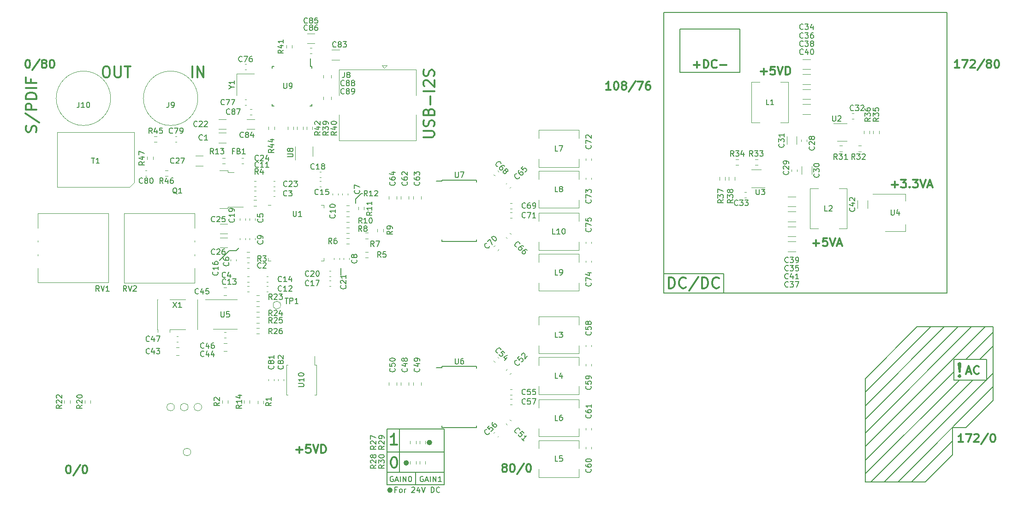
<source format=gbr>
G04 #@! TF.GenerationSoftware,KiCad,Pcbnew,(5.1.9)-1*
G04 #@! TF.CreationDate,2021-04-06T09:28:58+02:00*
G04 #@! TF.ProjectId,dsp-amplifier-x4,6473702d-616d-4706-9c69-666965722d78,rev?*
G04 #@! TF.SameCoordinates,Original*
G04 #@! TF.FileFunction,Legend,Top*
G04 #@! TF.FilePolarity,Positive*
%FSLAX46Y46*%
G04 Gerber Fmt 4.6, Leading zero omitted, Abs format (unit mm)*
G04 Created by KiCad (PCBNEW (5.1.9)-1) date 2021-04-06 09:28:58*
%MOMM*%
%LPD*%
G01*
G04 APERTURE LIST*
%ADD10C,0.150000*%
%ADD11C,0.500000*%
%ADD12C,0.450000*%
%ADD13C,0.300000*%
%ADD14C,0.120000*%
G04 APERTURE END LIST*
D10*
X130488095Y-148928571D02*
X130154761Y-148928571D01*
X130154761Y-149452380D02*
X130154761Y-148452380D01*
X130630952Y-148452380D01*
X131154761Y-149452380D02*
X131059523Y-149404761D01*
X131011904Y-149357142D01*
X130964285Y-149261904D01*
X130964285Y-148976190D01*
X131011904Y-148880952D01*
X131059523Y-148833333D01*
X131154761Y-148785714D01*
X131297619Y-148785714D01*
X131392857Y-148833333D01*
X131440476Y-148880952D01*
X131488095Y-148976190D01*
X131488095Y-149261904D01*
X131440476Y-149357142D01*
X131392857Y-149404761D01*
X131297619Y-149452380D01*
X131154761Y-149452380D01*
X131916666Y-149452380D02*
X131916666Y-148785714D01*
X131916666Y-148976190D02*
X131964285Y-148880952D01*
X132011904Y-148833333D01*
X132107142Y-148785714D01*
X132202380Y-148785714D01*
X133250000Y-148547619D02*
X133297619Y-148500000D01*
X133392857Y-148452380D01*
X133630952Y-148452380D01*
X133726190Y-148500000D01*
X133773809Y-148547619D01*
X133821428Y-148642857D01*
X133821428Y-148738095D01*
X133773809Y-148880952D01*
X133202380Y-149452380D01*
X133821428Y-149452380D01*
X134678571Y-148785714D02*
X134678571Y-149452380D01*
X134440476Y-148404761D02*
X134202380Y-149119047D01*
X134821428Y-149119047D01*
X135059523Y-148452380D02*
X135392857Y-149452380D01*
X135726190Y-148452380D01*
X136821428Y-149452380D02*
X136821428Y-148452380D01*
X137059523Y-148452380D01*
X137202380Y-148500000D01*
X137297619Y-148595238D01*
X137345238Y-148690476D01*
X137392857Y-148880952D01*
X137392857Y-149023809D01*
X137345238Y-149214285D01*
X137297619Y-149309523D01*
X137202380Y-149404761D01*
X137059523Y-149452380D01*
X136821428Y-149452380D01*
X138392857Y-149357142D02*
X138345238Y-149404761D01*
X138202380Y-149452380D01*
X138107142Y-149452380D01*
X137964285Y-149404761D01*
X137869047Y-149309523D01*
X137821428Y-149214285D01*
X137773809Y-149023809D01*
X137773809Y-148880952D01*
X137821428Y-148690476D01*
X137869047Y-148595238D01*
X137964285Y-148500000D01*
X138107142Y-148452380D01*
X138202380Y-148452380D01*
X138345238Y-148500000D01*
X138392857Y-148547619D01*
D11*
X129500000Y-149000000D02*
G75*
G03*
X129500000Y-149000000I-250000J0D01*
G01*
D10*
X124000000Y-94500000D02*
X124250000Y-94500000D01*
X123000000Y-95500000D02*
X124000000Y-94500000D01*
X123000000Y-96250000D02*
X123000000Y-95500000D01*
X120250000Y-108250000D02*
X120250000Y-109500000D01*
X216500000Y-128500000D02*
X226000000Y-119000000D01*
X228500000Y-119000000D02*
X216500000Y-131000000D01*
X216500000Y-133500000D02*
X231000000Y-119000000D01*
X216500000Y-147500000D02*
X216500000Y-128500000D01*
X240000000Y-119000000D02*
X226000000Y-119000000D01*
X232750000Y-128750000D02*
X232750000Y-125000000D01*
X238750000Y-128750000D02*
X232750000Y-128750000D01*
X238750000Y-125000000D02*
X238750000Y-128750000D01*
X232750000Y-125000000D02*
X238750000Y-125000000D01*
X190500000Y-109250000D02*
X190500000Y-112750000D01*
X179500000Y-109250000D02*
X190500000Y-109250000D01*
X231500000Y-61250000D02*
X179500000Y-61250000D01*
X231500000Y-112750000D02*
X231500000Y-61250000D01*
X179500000Y-112750000D02*
X231500000Y-112750000D01*
X179500000Y-61250000D02*
X179500000Y-112750000D01*
X232500000Y-137500000D02*
X235000000Y-137500000D01*
X232500000Y-142500000D02*
X232500000Y-137500000D01*
X216500000Y-147500000D02*
X227500000Y-147500000D01*
X240000000Y-119000000D02*
X240000000Y-132500000D01*
X233500000Y-119000000D02*
X216500000Y-136000000D01*
X232500000Y-142500000D02*
X227500000Y-147500000D01*
X232500000Y-140000000D02*
X225000000Y-147500000D01*
X240000000Y-132500000D02*
X235000000Y-137500000D01*
X222500000Y-147500000D02*
X240000000Y-130000000D01*
X217500000Y-147500000D02*
X236250000Y-128750000D01*
X216500000Y-146000000D02*
X233750000Y-128750000D01*
X240000000Y-127500000D02*
X220000000Y-147500000D01*
X240000000Y-122500000D02*
X237500000Y-125000000D01*
X235000000Y-125000000D02*
X240000000Y-120000000D01*
X232750000Y-127250000D02*
X216500000Y-143500000D01*
X238500000Y-119000000D02*
X216500000Y-141000000D01*
X216500000Y-138500000D02*
X236000000Y-119000000D01*
D12*
X233750000Y-127892857D02*
X233869047Y-128011904D01*
X233750000Y-128130952D01*
X233630952Y-128011904D01*
X233750000Y-127892857D01*
X233750000Y-128130952D01*
X233750000Y-127178571D02*
X233630952Y-125750000D01*
X233750000Y-125630952D01*
X233869047Y-125750000D01*
X233750000Y-127178571D01*
X233750000Y-125630952D01*
D10*
X193500000Y-64250000D02*
X182500000Y-64250000D01*
X193500000Y-72250000D02*
X193500000Y-64250000D01*
X182500000Y-72250000D02*
X193500000Y-72250000D01*
X182500000Y-64250000D02*
X182500000Y-72250000D01*
D11*
X136750000Y-140250000D02*
G75*
G03*
X136750000Y-140250000I-250000J0D01*
G01*
X132500000Y-144000000D02*
G75*
G03*
X132500000Y-144000000I-250000J0D01*
G01*
D13*
X233785714Y-71428571D02*
X232928571Y-71428571D01*
X233357142Y-71428571D02*
X233357142Y-69928571D01*
X233214285Y-70142857D01*
X233071428Y-70285714D01*
X232928571Y-70357142D01*
X234285714Y-69928571D02*
X235285714Y-69928571D01*
X234642857Y-71428571D01*
X235785714Y-70071428D02*
X235857142Y-70000000D01*
X236000000Y-69928571D01*
X236357142Y-69928571D01*
X236500000Y-70000000D01*
X236571428Y-70071428D01*
X236642857Y-70214285D01*
X236642857Y-70357142D01*
X236571428Y-70571428D01*
X235714285Y-71428571D01*
X236642857Y-71428571D01*
X238357142Y-69857142D02*
X237071428Y-71785714D01*
X239071428Y-70571428D02*
X238928571Y-70500000D01*
X238857142Y-70428571D01*
X238785714Y-70285714D01*
X238785714Y-70214285D01*
X238857142Y-70071428D01*
X238928571Y-70000000D01*
X239071428Y-69928571D01*
X239357142Y-69928571D01*
X239500000Y-70000000D01*
X239571428Y-70071428D01*
X239642857Y-70214285D01*
X239642857Y-70285714D01*
X239571428Y-70428571D01*
X239500000Y-70500000D01*
X239357142Y-70571428D01*
X239071428Y-70571428D01*
X238928571Y-70642857D01*
X238857142Y-70714285D01*
X238785714Y-70857142D01*
X238785714Y-71142857D01*
X238857142Y-71285714D01*
X238928571Y-71357142D01*
X239071428Y-71428571D01*
X239357142Y-71428571D01*
X239500000Y-71357142D01*
X239571428Y-71285714D01*
X239642857Y-71142857D01*
X239642857Y-70857142D01*
X239571428Y-70714285D01*
X239500000Y-70642857D01*
X239357142Y-70571428D01*
X240571428Y-69928571D02*
X240714285Y-69928571D01*
X240857142Y-70000000D01*
X240928571Y-70071428D01*
X241000000Y-70214285D01*
X241071428Y-70500000D01*
X241071428Y-70857142D01*
X241000000Y-71142857D01*
X240928571Y-71285714D01*
X240857142Y-71357142D01*
X240714285Y-71428571D01*
X240571428Y-71428571D01*
X240428571Y-71357142D01*
X240357142Y-71285714D01*
X240285714Y-71142857D01*
X240214285Y-70857142D01*
X240214285Y-70500000D01*
X240285714Y-70214285D01*
X240357142Y-70071428D01*
X240428571Y-70000000D01*
X240571428Y-69928571D01*
X169785714Y-75428571D02*
X168928571Y-75428571D01*
X169357142Y-75428571D02*
X169357142Y-73928571D01*
X169214285Y-74142857D01*
X169071428Y-74285714D01*
X168928571Y-74357142D01*
X170714285Y-73928571D02*
X170857142Y-73928571D01*
X171000000Y-74000000D01*
X171071428Y-74071428D01*
X171142857Y-74214285D01*
X171214285Y-74500000D01*
X171214285Y-74857142D01*
X171142857Y-75142857D01*
X171071428Y-75285714D01*
X171000000Y-75357142D01*
X170857142Y-75428571D01*
X170714285Y-75428571D01*
X170571428Y-75357142D01*
X170500000Y-75285714D01*
X170428571Y-75142857D01*
X170357142Y-74857142D01*
X170357142Y-74500000D01*
X170428571Y-74214285D01*
X170500000Y-74071428D01*
X170571428Y-74000000D01*
X170714285Y-73928571D01*
X172071428Y-74571428D02*
X171928571Y-74500000D01*
X171857142Y-74428571D01*
X171785714Y-74285714D01*
X171785714Y-74214285D01*
X171857142Y-74071428D01*
X171928571Y-74000000D01*
X172071428Y-73928571D01*
X172357142Y-73928571D01*
X172500000Y-74000000D01*
X172571428Y-74071428D01*
X172642857Y-74214285D01*
X172642857Y-74285714D01*
X172571428Y-74428571D01*
X172500000Y-74500000D01*
X172357142Y-74571428D01*
X172071428Y-74571428D01*
X171928571Y-74642857D01*
X171857142Y-74714285D01*
X171785714Y-74857142D01*
X171785714Y-75142857D01*
X171857142Y-75285714D01*
X171928571Y-75357142D01*
X172071428Y-75428571D01*
X172357142Y-75428571D01*
X172500000Y-75357142D01*
X172571428Y-75285714D01*
X172642857Y-75142857D01*
X172642857Y-74857142D01*
X172571428Y-74714285D01*
X172500000Y-74642857D01*
X172357142Y-74571428D01*
X174357142Y-73857142D02*
X173071428Y-75785714D01*
X174714285Y-73928571D02*
X175714285Y-73928571D01*
X175071428Y-75428571D01*
X176928571Y-73928571D02*
X176642857Y-73928571D01*
X176500000Y-74000000D01*
X176428571Y-74071428D01*
X176285714Y-74285714D01*
X176214285Y-74571428D01*
X176214285Y-75142857D01*
X176285714Y-75285714D01*
X176357142Y-75357142D01*
X176500000Y-75428571D01*
X176785714Y-75428571D01*
X176928571Y-75357142D01*
X177000000Y-75285714D01*
X177071428Y-75142857D01*
X177071428Y-74785714D01*
X177000000Y-74642857D01*
X176928571Y-74571428D01*
X176785714Y-74500000D01*
X176500000Y-74500000D01*
X176357142Y-74571428D01*
X176285714Y-74642857D01*
X176214285Y-74785714D01*
X234500000Y-140178571D02*
X233642857Y-140178571D01*
X234071428Y-140178571D02*
X234071428Y-138678571D01*
X233928571Y-138892857D01*
X233785714Y-139035714D01*
X233642857Y-139107142D01*
X235000000Y-138678571D02*
X236000000Y-138678571D01*
X235357142Y-140178571D01*
X236500000Y-138821428D02*
X236571428Y-138750000D01*
X236714285Y-138678571D01*
X237071428Y-138678571D01*
X237214285Y-138750000D01*
X237285714Y-138821428D01*
X237357142Y-138964285D01*
X237357142Y-139107142D01*
X237285714Y-139321428D01*
X236428571Y-140178571D01*
X237357142Y-140178571D01*
X239071428Y-138607142D02*
X237785714Y-140535714D01*
X239857142Y-138678571D02*
X240000000Y-138678571D01*
X240142857Y-138750000D01*
X240214285Y-138821428D01*
X240285714Y-138964285D01*
X240357142Y-139250000D01*
X240357142Y-139607142D01*
X240285714Y-139892857D01*
X240214285Y-140035714D01*
X240142857Y-140107142D01*
X240000000Y-140178571D01*
X239857142Y-140178571D01*
X239714285Y-140107142D01*
X239642857Y-140035714D01*
X239571428Y-139892857D01*
X239500000Y-139607142D01*
X239500000Y-139250000D01*
X239571428Y-138964285D01*
X239642857Y-138821428D01*
X239714285Y-138750000D01*
X239857142Y-138678571D01*
X150142857Y-144821428D02*
X150000000Y-144750000D01*
X149928571Y-144678571D01*
X149857142Y-144535714D01*
X149857142Y-144464285D01*
X149928571Y-144321428D01*
X150000000Y-144250000D01*
X150142857Y-144178571D01*
X150428571Y-144178571D01*
X150571428Y-144250000D01*
X150642857Y-144321428D01*
X150714285Y-144464285D01*
X150714285Y-144535714D01*
X150642857Y-144678571D01*
X150571428Y-144750000D01*
X150428571Y-144821428D01*
X150142857Y-144821428D01*
X150000000Y-144892857D01*
X149928571Y-144964285D01*
X149857142Y-145107142D01*
X149857142Y-145392857D01*
X149928571Y-145535714D01*
X150000000Y-145607142D01*
X150142857Y-145678571D01*
X150428571Y-145678571D01*
X150571428Y-145607142D01*
X150642857Y-145535714D01*
X150714285Y-145392857D01*
X150714285Y-145107142D01*
X150642857Y-144964285D01*
X150571428Y-144892857D01*
X150428571Y-144821428D01*
X151642857Y-144178571D02*
X151785714Y-144178571D01*
X151928571Y-144250000D01*
X152000000Y-144321428D01*
X152071428Y-144464285D01*
X152142857Y-144750000D01*
X152142857Y-145107142D01*
X152071428Y-145392857D01*
X152000000Y-145535714D01*
X151928571Y-145607142D01*
X151785714Y-145678571D01*
X151642857Y-145678571D01*
X151500000Y-145607142D01*
X151428571Y-145535714D01*
X151357142Y-145392857D01*
X151285714Y-145107142D01*
X151285714Y-144750000D01*
X151357142Y-144464285D01*
X151428571Y-144321428D01*
X151500000Y-144250000D01*
X151642857Y-144178571D01*
X153857142Y-144107142D02*
X152571428Y-146035714D01*
X154642857Y-144178571D02*
X154785714Y-144178571D01*
X154928571Y-144250000D01*
X155000000Y-144321428D01*
X155071428Y-144464285D01*
X155142857Y-144750000D01*
X155142857Y-145107142D01*
X155071428Y-145392857D01*
X155000000Y-145535714D01*
X154928571Y-145607142D01*
X154785714Y-145678571D01*
X154642857Y-145678571D01*
X154500000Y-145607142D01*
X154428571Y-145535714D01*
X154357142Y-145392857D01*
X154285714Y-145107142D01*
X154285714Y-144750000D01*
X154357142Y-144464285D01*
X154428571Y-144321428D01*
X154500000Y-144250000D01*
X154642857Y-144178571D01*
X70178571Y-144428571D02*
X70321428Y-144428571D01*
X70464285Y-144500000D01*
X70535714Y-144571428D01*
X70607142Y-144714285D01*
X70678571Y-145000000D01*
X70678571Y-145357142D01*
X70607142Y-145642857D01*
X70535714Y-145785714D01*
X70464285Y-145857142D01*
X70321428Y-145928571D01*
X70178571Y-145928571D01*
X70035714Y-145857142D01*
X69964285Y-145785714D01*
X69892857Y-145642857D01*
X69821428Y-145357142D01*
X69821428Y-145000000D01*
X69892857Y-144714285D01*
X69964285Y-144571428D01*
X70035714Y-144500000D01*
X70178571Y-144428571D01*
X72392857Y-144357142D02*
X71107142Y-146285714D01*
X73178571Y-144428571D02*
X73321428Y-144428571D01*
X73464285Y-144500000D01*
X73535714Y-144571428D01*
X73607142Y-144714285D01*
X73678571Y-145000000D01*
X73678571Y-145357142D01*
X73607142Y-145642857D01*
X73535714Y-145785714D01*
X73464285Y-145857142D01*
X73321428Y-145928571D01*
X73178571Y-145928571D01*
X73035714Y-145857142D01*
X72964285Y-145785714D01*
X72892857Y-145642857D01*
X72821428Y-145357142D01*
X72821428Y-145000000D01*
X72892857Y-144714285D01*
X72964285Y-144571428D01*
X73035714Y-144500000D01*
X73178571Y-144428571D01*
X62714285Y-69928571D02*
X62857142Y-69928571D01*
X63000000Y-70000000D01*
X63071428Y-70071428D01*
X63142857Y-70214285D01*
X63214285Y-70500000D01*
X63214285Y-70857142D01*
X63142857Y-71142857D01*
X63071428Y-71285714D01*
X63000000Y-71357142D01*
X62857142Y-71428571D01*
X62714285Y-71428571D01*
X62571428Y-71357142D01*
X62500000Y-71285714D01*
X62428571Y-71142857D01*
X62357142Y-70857142D01*
X62357142Y-70500000D01*
X62428571Y-70214285D01*
X62500000Y-70071428D01*
X62571428Y-70000000D01*
X62714285Y-69928571D01*
X64928571Y-69857142D02*
X63642857Y-71785714D01*
X65642857Y-70571428D02*
X65500000Y-70500000D01*
X65428571Y-70428571D01*
X65357142Y-70285714D01*
X65357142Y-70214285D01*
X65428571Y-70071428D01*
X65500000Y-70000000D01*
X65642857Y-69928571D01*
X65928571Y-69928571D01*
X66071428Y-70000000D01*
X66142857Y-70071428D01*
X66214285Y-70214285D01*
X66214285Y-70285714D01*
X66142857Y-70428571D01*
X66071428Y-70500000D01*
X65928571Y-70571428D01*
X65642857Y-70571428D01*
X65500000Y-70642857D01*
X65428571Y-70714285D01*
X65357142Y-70857142D01*
X65357142Y-71142857D01*
X65428571Y-71285714D01*
X65500000Y-71357142D01*
X65642857Y-71428571D01*
X65928571Y-71428571D01*
X66071428Y-71357142D01*
X66142857Y-71285714D01*
X66214285Y-71142857D01*
X66214285Y-70857142D01*
X66142857Y-70714285D01*
X66071428Y-70642857D01*
X65928571Y-70571428D01*
X67142857Y-69928571D02*
X67285714Y-69928571D01*
X67428571Y-70000000D01*
X67500000Y-70071428D01*
X67571428Y-70214285D01*
X67642857Y-70500000D01*
X67642857Y-70857142D01*
X67571428Y-71142857D01*
X67500000Y-71285714D01*
X67428571Y-71357142D01*
X67285714Y-71428571D01*
X67142857Y-71428571D01*
X67000000Y-71357142D01*
X66928571Y-71285714D01*
X66857142Y-71142857D01*
X66785714Y-70857142D01*
X66785714Y-70500000D01*
X66857142Y-70214285D01*
X66928571Y-70071428D01*
X67000000Y-70000000D01*
X67142857Y-69928571D01*
X180428571Y-111904761D02*
X180428571Y-109904761D01*
X180904761Y-109904761D01*
X181190476Y-110000000D01*
X181380952Y-110190476D01*
X181476190Y-110380952D01*
X181571428Y-110761904D01*
X181571428Y-111047619D01*
X181476190Y-111428571D01*
X181380952Y-111619047D01*
X181190476Y-111809523D01*
X180904761Y-111904761D01*
X180428571Y-111904761D01*
X183571428Y-111714285D02*
X183476190Y-111809523D01*
X183190476Y-111904761D01*
X183000000Y-111904761D01*
X182714285Y-111809523D01*
X182523809Y-111619047D01*
X182428571Y-111428571D01*
X182333333Y-111047619D01*
X182333333Y-110761904D01*
X182428571Y-110380952D01*
X182523809Y-110190476D01*
X182714285Y-110000000D01*
X183000000Y-109904761D01*
X183190476Y-109904761D01*
X183476190Y-110000000D01*
X183571428Y-110095238D01*
X185857142Y-109809523D02*
X184142857Y-112380952D01*
X186523809Y-111904761D02*
X186523809Y-109904761D01*
X187000000Y-109904761D01*
X187285714Y-110000000D01*
X187476190Y-110190476D01*
X187571428Y-110380952D01*
X187666666Y-110761904D01*
X187666666Y-111047619D01*
X187571428Y-111428571D01*
X187476190Y-111619047D01*
X187285714Y-111809523D01*
X187000000Y-111904761D01*
X186523809Y-111904761D01*
X189666666Y-111714285D02*
X189571428Y-111809523D01*
X189285714Y-111904761D01*
X189095238Y-111904761D01*
X188809523Y-111809523D01*
X188619047Y-111619047D01*
X188523809Y-111428571D01*
X188428571Y-111047619D01*
X188428571Y-110761904D01*
X188523809Y-110380952D01*
X188619047Y-110190476D01*
X188809523Y-110000000D01*
X189095238Y-109904761D01*
X189285714Y-109904761D01*
X189571428Y-110000000D01*
X189666666Y-110095238D01*
X64309523Y-83202380D02*
X64404761Y-82916666D01*
X64404761Y-82440476D01*
X64309523Y-82250000D01*
X64214285Y-82154761D01*
X64023809Y-82059523D01*
X63833333Y-82059523D01*
X63642857Y-82154761D01*
X63547619Y-82250000D01*
X63452380Y-82440476D01*
X63357142Y-82821428D01*
X63261904Y-83011904D01*
X63166666Y-83107142D01*
X62976190Y-83202380D01*
X62785714Y-83202380D01*
X62595238Y-83107142D01*
X62500000Y-83011904D01*
X62404761Y-82821428D01*
X62404761Y-82345238D01*
X62500000Y-82059523D01*
X62309523Y-79773809D02*
X64880952Y-81488095D01*
X64404761Y-79107142D02*
X62404761Y-79107142D01*
X62404761Y-78345238D01*
X62500000Y-78154761D01*
X62595238Y-78059523D01*
X62785714Y-77964285D01*
X63071428Y-77964285D01*
X63261904Y-78059523D01*
X63357142Y-78154761D01*
X63452380Y-78345238D01*
X63452380Y-79107142D01*
X64404761Y-77107142D02*
X62404761Y-77107142D01*
X62404761Y-76630952D01*
X62500000Y-76345238D01*
X62690476Y-76154761D01*
X62880952Y-76059523D01*
X63261904Y-75964285D01*
X63547619Y-75964285D01*
X63928571Y-76059523D01*
X64119047Y-76154761D01*
X64309523Y-76345238D01*
X64404761Y-76630952D01*
X64404761Y-77107142D01*
X64404761Y-75107142D02*
X62404761Y-75107142D01*
X63357142Y-73488095D02*
X63357142Y-74154761D01*
X64404761Y-74154761D02*
X62404761Y-74154761D01*
X62404761Y-73202380D01*
X135404761Y-84142857D02*
X137023809Y-84142857D01*
X137214285Y-84047619D01*
X137309523Y-83952380D01*
X137404761Y-83761904D01*
X137404761Y-83380952D01*
X137309523Y-83190476D01*
X137214285Y-83095238D01*
X137023809Y-83000000D01*
X135404761Y-83000000D01*
X137309523Y-82142857D02*
X137404761Y-81857142D01*
X137404761Y-81380952D01*
X137309523Y-81190476D01*
X137214285Y-81095238D01*
X137023809Y-81000000D01*
X136833333Y-81000000D01*
X136642857Y-81095238D01*
X136547619Y-81190476D01*
X136452380Y-81380952D01*
X136357142Y-81761904D01*
X136261904Y-81952380D01*
X136166666Y-82047619D01*
X135976190Y-82142857D01*
X135785714Y-82142857D01*
X135595238Y-82047619D01*
X135500000Y-81952380D01*
X135404761Y-81761904D01*
X135404761Y-81285714D01*
X135500000Y-81000000D01*
X136357142Y-79476190D02*
X136452380Y-79190476D01*
X136547619Y-79095238D01*
X136738095Y-79000000D01*
X137023809Y-79000000D01*
X137214285Y-79095238D01*
X137309523Y-79190476D01*
X137404761Y-79380952D01*
X137404761Y-80142857D01*
X135404761Y-80142857D01*
X135404761Y-79476190D01*
X135500000Y-79285714D01*
X135595238Y-79190476D01*
X135785714Y-79095238D01*
X135976190Y-79095238D01*
X136166666Y-79190476D01*
X136261904Y-79285714D01*
X136357142Y-79476190D01*
X136357142Y-80142857D01*
X136642857Y-78142857D02*
X136642857Y-76619047D01*
X137404761Y-75666666D02*
X135404761Y-75666666D01*
X135595238Y-74809523D02*
X135500000Y-74714285D01*
X135404761Y-74523809D01*
X135404761Y-74047619D01*
X135500000Y-73857142D01*
X135595238Y-73761904D01*
X135785714Y-73666666D01*
X135976190Y-73666666D01*
X136261904Y-73761904D01*
X137404761Y-74904761D01*
X137404761Y-73666666D01*
X137309523Y-72904761D02*
X137404761Y-72619047D01*
X137404761Y-72142857D01*
X137309523Y-71952380D01*
X137214285Y-71857142D01*
X137023809Y-71761904D01*
X136833333Y-71761904D01*
X136642857Y-71857142D01*
X136547619Y-71952380D01*
X136452380Y-72142857D01*
X136357142Y-72523809D01*
X136261904Y-72714285D01*
X136166666Y-72809523D01*
X135976190Y-72904761D01*
X135785714Y-72904761D01*
X135595238Y-72809523D01*
X135500000Y-72714285D01*
X135404761Y-72523809D01*
X135404761Y-72047619D01*
X135500000Y-71761904D01*
D10*
X134000000Y-145750000D02*
X134000000Y-148000000D01*
X128750000Y-145750000D02*
X139250000Y-145750000D01*
X131000000Y-137750000D02*
X131000000Y-145750000D01*
X139250000Y-142000000D02*
X128750000Y-142000000D01*
D13*
X197321428Y-72107142D02*
X198464285Y-72107142D01*
X197892857Y-72678571D02*
X197892857Y-71535714D01*
X199892857Y-71178571D02*
X199178571Y-71178571D01*
X199107142Y-71892857D01*
X199178571Y-71821428D01*
X199321428Y-71750000D01*
X199678571Y-71750000D01*
X199821428Y-71821428D01*
X199892857Y-71892857D01*
X199964285Y-72035714D01*
X199964285Y-72392857D01*
X199892857Y-72535714D01*
X199821428Y-72607142D01*
X199678571Y-72678571D01*
X199321428Y-72678571D01*
X199178571Y-72607142D01*
X199107142Y-72535714D01*
X200392857Y-71178571D02*
X200892857Y-72678571D01*
X201392857Y-71178571D01*
X201892857Y-72678571D02*
X201892857Y-71178571D01*
X202250000Y-71178571D01*
X202464285Y-71250000D01*
X202607142Y-71392857D01*
X202678571Y-71535714D01*
X202750000Y-71821428D01*
X202750000Y-72035714D01*
X202678571Y-72321428D01*
X202607142Y-72464285D01*
X202464285Y-72607142D01*
X202250000Y-72678571D01*
X201892857Y-72678571D01*
X112071428Y-141607142D02*
X113214285Y-141607142D01*
X112642857Y-142178571D02*
X112642857Y-141035714D01*
X114642857Y-140678571D02*
X113928571Y-140678571D01*
X113857142Y-141392857D01*
X113928571Y-141321428D01*
X114071428Y-141250000D01*
X114428571Y-141250000D01*
X114571428Y-141321428D01*
X114642857Y-141392857D01*
X114714285Y-141535714D01*
X114714285Y-141892857D01*
X114642857Y-142035714D01*
X114571428Y-142107142D01*
X114428571Y-142178571D01*
X114071428Y-142178571D01*
X113928571Y-142107142D01*
X113857142Y-142035714D01*
X115142857Y-140678571D02*
X115642857Y-142178571D01*
X116142857Y-140678571D01*
X116642857Y-142178571D02*
X116642857Y-140678571D01*
X117000000Y-140678571D01*
X117214285Y-140750000D01*
X117357142Y-140892857D01*
X117428571Y-141035714D01*
X117500000Y-141321428D01*
X117500000Y-141535714D01*
X117428571Y-141821428D01*
X117357142Y-141964285D01*
X117214285Y-142107142D01*
X117000000Y-142178571D01*
X116642857Y-142178571D01*
X206928571Y-103607142D02*
X208071428Y-103607142D01*
X207500000Y-104178571D02*
X207500000Y-103035714D01*
X209500000Y-102678571D02*
X208785714Y-102678571D01*
X208714285Y-103392857D01*
X208785714Y-103321428D01*
X208928571Y-103250000D01*
X209285714Y-103250000D01*
X209428571Y-103321428D01*
X209500000Y-103392857D01*
X209571428Y-103535714D01*
X209571428Y-103892857D01*
X209500000Y-104035714D01*
X209428571Y-104107142D01*
X209285714Y-104178571D01*
X208928571Y-104178571D01*
X208785714Y-104107142D01*
X208714285Y-104035714D01*
X210000000Y-102678571D02*
X210500000Y-104178571D01*
X211000000Y-102678571D01*
X211428571Y-103750000D02*
X212142857Y-103750000D01*
X211285714Y-104178571D02*
X211785714Y-102678571D01*
X212285714Y-104178571D01*
X221357142Y-92857142D02*
X222500000Y-92857142D01*
X221928571Y-93428571D02*
X221928571Y-92285714D01*
X223071428Y-91928571D02*
X224000000Y-91928571D01*
X223500000Y-92500000D01*
X223714285Y-92500000D01*
X223857142Y-92571428D01*
X223928571Y-92642857D01*
X224000000Y-92785714D01*
X224000000Y-93142857D01*
X223928571Y-93285714D01*
X223857142Y-93357142D01*
X223714285Y-93428571D01*
X223285714Y-93428571D01*
X223142857Y-93357142D01*
X223071428Y-93285714D01*
X224642857Y-93285714D02*
X224714285Y-93357142D01*
X224642857Y-93428571D01*
X224571428Y-93357142D01*
X224642857Y-93285714D01*
X224642857Y-93428571D01*
X225214285Y-91928571D02*
X226142857Y-91928571D01*
X225642857Y-92500000D01*
X225857142Y-92500000D01*
X226000000Y-92571428D01*
X226071428Y-92642857D01*
X226142857Y-92785714D01*
X226142857Y-93142857D01*
X226071428Y-93285714D01*
X226000000Y-93357142D01*
X225857142Y-93428571D01*
X225428571Y-93428571D01*
X225285714Y-93357142D01*
X225214285Y-93285714D01*
X226571428Y-91928571D02*
X227071428Y-93428571D01*
X227571428Y-91928571D01*
X228000000Y-93000000D02*
X228714285Y-93000000D01*
X227857142Y-93428571D02*
X228357142Y-91928571D01*
X228857142Y-93428571D01*
X185000000Y-70857142D02*
X186142857Y-70857142D01*
X185571428Y-71428571D02*
X185571428Y-70285714D01*
X186857142Y-71428571D02*
X186857142Y-69928571D01*
X187214285Y-69928571D01*
X187428571Y-70000000D01*
X187571428Y-70142857D01*
X187642857Y-70285714D01*
X187714285Y-70571428D01*
X187714285Y-70785714D01*
X187642857Y-71071428D01*
X187571428Y-71214285D01*
X187428571Y-71357142D01*
X187214285Y-71428571D01*
X186857142Y-71428571D01*
X189214285Y-71285714D02*
X189142857Y-71357142D01*
X188928571Y-71428571D01*
X188785714Y-71428571D01*
X188571428Y-71357142D01*
X188428571Y-71214285D01*
X188357142Y-71071428D01*
X188285714Y-70785714D01*
X188285714Y-70571428D01*
X188357142Y-70285714D01*
X188428571Y-70142857D01*
X188571428Y-70000000D01*
X188785714Y-69928571D01*
X188928571Y-69928571D01*
X189142857Y-70000000D01*
X189214285Y-70071428D01*
X189857142Y-70857142D02*
X191000000Y-70857142D01*
X235142857Y-127250000D02*
X235857142Y-127250000D01*
X235000000Y-127678571D02*
X235500000Y-126178571D01*
X236000000Y-127678571D01*
X237357142Y-127535714D02*
X237285714Y-127607142D01*
X237071428Y-127678571D01*
X236928571Y-127678571D01*
X236714285Y-127607142D01*
X236571428Y-127464285D01*
X236500000Y-127321428D01*
X236428571Y-127035714D01*
X236428571Y-126821428D01*
X236500000Y-126535714D01*
X236571428Y-126392857D01*
X236714285Y-126250000D01*
X236928571Y-126178571D01*
X237071428Y-126178571D01*
X237285714Y-126250000D01*
X237357142Y-126321428D01*
X92952380Y-73154761D02*
X92952380Y-71154761D01*
X93904761Y-73154761D02*
X93904761Y-71154761D01*
X95047619Y-73154761D01*
X95047619Y-71154761D01*
X77000000Y-71154761D02*
X77380952Y-71154761D01*
X77571428Y-71250000D01*
X77761904Y-71440476D01*
X77857142Y-71821428D01*
X77857142Y-72488095D01*
X77761904Y-72869047D01*
X77571428Y-73059523D01*
X77380952Y-73154761D01*
X77000000Y-73154761D01*
X76809523Y-73059523D01*
X76619047Y-72869047D01*
X76523809Y-72488095D01*
X76523809Y-71821428D01*
X76619047Y-71440476D01*
X76809523Y-71250000D01*
X77000000Y-71154761D01*
X78714285Y-71154761D02*
X78714285Y-72773809D01*
X78809523Y-72964285D01*
X78904761Y-73059523D01*
X79095238Y-73154761D01*
X79476190Y-73154761D01*
X79666666Y-73059523D01*
X79761904Y-72964285D01*
X79857142Y-72773809D01*
X79857142Y-71154761D01*
X80523809Y-71154761D02*
X81666666Y-71154761D01*
X81095238Y-73154761D02*
X81095238Y-71154761D01*
D10*
X128750000Y-148000000D02*
X128750000Y-137750000D01*
X139250000Y-148000000D02*
X128750000Y-148000000D01*
X139250000Y-137750000D02*
X139250000Y-148000000D01*
X128750000Y-137750000D02*
X139250000Y-137750000D01*
D13*
X129904761Y-142904761D02*
X130095238Y-142904761D01*
X130285714Y-143000000D01*
X130380952Y-143095238D01*
X130476190Y-143285714D01*
X130571428Y-143666666D01*
X130571428Y-144142857D01*
X130476190Y-144523809D01*
X130380952Y-144714285D01*
X130285714Y-144809523D01*
X130095238Y-144904761D01*
X129904761Y-144904761D01*
X129714285Y-144809523D01*
X129619047Y-144714285D01*
X129523809Y-144523809D01*
X129428571Y-144142857D01*
X129428571Y-143666666D01*
X129523809Y-143285714D01*
X129619047Y-143095238D01*
X129714285Y-143000000D01*
X129904761Y-142904761D01*
X130571428Y-140654761D02*
X129428571Y-140654761D01*
X130000000Y-140654761D02*
X130000000Y-138654761D01*
X129809523Y-138940476D01*
X129619047Y-139130952D01*
X129428571Y-139226190D01*
D10*
X135345238Y-146500000D02*
X135250000Y-146452380D01*
X135107142Y-146452380D01*
X134964285Y-146500000D01*
X134869047Y-146595238D01*
X134821428Y-146690476D01*
X134773809Y-146880952D01*
X134773809Y-147023809D01*
X134821428Y-147214285D01*
X134869047Y-147309523D01*
X134964285Y-147404761D01*
X135107142Y-147452380D01*
X135202380Y-147452380D01*
X135345238Y-147404761D01*
X135392857Y-147357142D01*
X135392857Y-147023809D01*
X135202380Y-147023809D01*
X135773809Y-147166666D02*
X136250000Y-147166666D01*
X135678571Y-147452380D02*
X136011904Y-146452380D01*
X136345238Y-147452380D01*
X136678571Y-147452380D02*
X136678571Y-146452380D01*
X137154761Y-147452380D02*
X137154761Y-146452380D01*
X137726190Y-147452380D01*
X137726190Y-146452380D01*
X138726190Y-147452380D02*
X138154761Y-147452380D01*
X138440476Y-147452380D02*
X138440476Y-146452380D01*
X138345238Y-146595238D01*
X138250000Y-146690476D01*
X138154761Y-146738095D01*
X129845238Y-146500000D02*
X129750000Y-146452380D01*
X129607142Y-146452380D01*
X129464285Y-146500000D01*
X129369047Y-146595238D01*
X129321428Y-146690476D01*
X129273809Y-146880952D01*
X129273809Y-147023809D01*
X129321428Y-147214285D01*
X129369047Y-147309523D01*
X129464285Y-147404761D01*
X129607142Y-147452380D01*
X129702380Y-147452380D01*
X129845238Y-147404761D01*
X129892857Y-147357142D01*
X129892857Y-147023809D01*
X129702380Y-147023809D01*
X130273809Y-147166666D02*
X130750000Y-147166666D01*
X130178571Y-147452380D02*
X130511904Y-146452380D01*
X130845238Y-147452380D01*
X131178571Y-147452380D02*
X131178571Y-146452380D01*
X131654761Y-147452380D02*
X131654761Y-146452380D01*
X132226190Y-147452380D01*
X132226190Y-146452380D01*
X132892857Y-146452380D02*
X132988095Y-146452380D01*
X133083333Y-146500000D01*
X133130952Y-146547619D01*
X133178571Y-146642857D01*
X133226190Y-146833333D01*
X133226190Y-147071428D01*
X133178571Y-147261904D01*
X133130952Y-147357142D01*
X133083333Y-147404761D01*
X132988095Y-147452380D01*
X132892857Y-147452380D01*
X132797619Y-147404761D01*
X132750000Y-147357142D01*
X132702380Y-147261904D01*
X132654761Y-147071428D01*
X132654761Y-146833333D01*
X132702380Y-146642857D01*
X132750000Y-146547619D01*
X132797619Y-146500000D01*
X132892857Y-146452380D01*
X99750000Y-105000000D02*
X98000000Y-106750000D01*
X101000000Y-105000000D02*
X99750000Y-105000000D01*
X101500000Y-104500000D02*
X101000000Y-105000000D01*
D14*
X89700000Y-133750000D02*
G75*
G03*
X89700000Y-133750000I-700000J0D01*
G01*
X94700000Y-133750000D02*
G75*
G03*
X94700000Y-133750000I-700000J0D01*
G01*
X92200000Y-133750000D02*
G75*
G03*
X92200000Y-133750000I-700000J0D01*
G01*
X92700000Y-142000000D02*
G75*
G03*
X92700000Y-142000000I-700000J0D01*
G01*
X109200000Y-115000000D02*
G75*
G03*
X109200000Y-115000000I-700000J0D01*
G01*
X103522500Y-133004724D02*
X103522500Y-132495276D01*
X102477500Y-133004724D02*
X102477500Y-132495276D01*
X115465000Y-126002500D02*
X115465000Y-124350000D01*
X115747500Y-126002500D02*
X115465000Y-126002500D01*
X115747500Y-128750000D02*
X115747500Y-126002500D01*
X115747500Y-131497500D02*
X115465000Y-131497500D01*
X115747500Y-128750000D02*
X115747500Y-131497500D01*
X110252500Y-126002500D02*
X110535000Y-126002500D01*
X110252500Y-128750000D02*
X110252500Y-126002500D01*
X110252500Y-131497500D02*
X110535000Y-131497500D01*
X110252500Y-128750000D02*
X110252500Y-131497500D01*
D10*
X145175000Y-137525000D02*
X145175000Y-137200000D01*
X138825000Y-137525000D02*
X145175000Y-137525000D01*
X138825000Y-137200000D02*
X138825000Y-137525000D01*
X145175000Y-126275000D02*
X145175000Y-126600000D01*
X138825000Y-126275000D02*
X145175000Y-126275000D01*
X138825000Y-126500000D02*
X138825000Y-126275000D01*
X137750000Y-126500000D02*
X138825000Y-126500000D01*
D14*
X118485000Y-76738748D02*
X118485000Y-77261252D01*
X117015000Y-76738748D02*
X117015000Y-77261252D01*
X117015000Y-73261252D02*
X117015000Y-72738748D01*
X118485000Y-73261252D02*
X118485000Y-72738748D01*
X103603733Y-78990000D02*
X103896267Y-78990000D01*
X103603733Y-80010000D02*
X103896267Y-80010000D01*
X114603733Y-67740000D02*
X114896267Y-67740000D01*
X114603733Y-68760000D02*
X114896267Y-68760000D01*
X114038748Y-65090000D02*
X115461252Y-65090000D01*
X114038748Y-66910000D02*
X115461252Y-66910000D01*
X102976248Y-80840000D02*
X104398752Y-80840000D01*
X102976248Y-82660000D02*
X104398752Y-82660000D01*
X118538748Y-68090000D02*
X119961252Y-68090000D01*
X118538748Y-69910000D02*
X119961252Y-69910000D01*
X108750000Y-128896267D02*
X108750000Y-128603733D01*
X109770000Y-128896267D02*
X109770000Y-128603733D01*
X106990000Y-128896267D02*
X106990000Y-128603733D01*
X108010000Y-128896267D02*
X108010000Y-128603733D01*
X99470000Y-90570000D02*
X100570000Y-90570000D01*
X99470000Y-90300000D02*
X99470000Y-90570000D01*
X97970000Y-90300000D02*
X99470000Y-90300000D01*
X99470000Y-96930000D02*
X102300000Y-96930000D01*
X99470000Y-97200000D02*
X99470000Y-96930000D01*
X97970000Y-97200000D02*
X99470000Y-97200000D01*
X86504724Y-83977500D02*
X85995276Y-83977500D01*
X86504724Y-85022500D02*
X85995276Y-85022500D01*
D10*
X145175000Y-103275000D02*
X145175000Y-102950000D01*
X138825000Y-103275000D02*
X145175000Y-103275000D01*
X138825000Y-102950000D02*
X138825000Y-103275000D01*
X145175000Y-92025000D02*
X145175000Y-92350000D01*
X138825000Y-92025000D02*
X145175000Y-92025000D01*
X138825000Y-92250000D02*
X138825000Y-92025000D01*
X137750000Y-92250000D02*
X138825000Y-92250000D01*
D14*
X149007198Y-104964051D02*
X149214051Y-104757198D01*
X148285949Y-104242802D02*
X148492802Y-104035949D01*
X149007198Y-139214051D02*
X149214051Y-139007198D01*
X148285949Y-138492802D02*
X148492802Y-138285949D01*
X88810000Y-119490000D02*
X88810000Y-119950000D01*
X91690000Y-119490000D02*
X88810000Y-119490000D01*
X86550000Y-114010000D02*
X86610000Y-114010000D01*
X86550000Y-119490000D02*
X86550000Y-114010000D01*
X86610000Y-119490000D02*
X86550000Y-119490000D01*
X86610000Y-119950000D02*
X86610000Y-119490000D01*
X88810000Y-114010000D02*
X91690000Y-114010000D01*
X93950000Y-119490000D02*
X93890000Y-119490000D01*
X93950000Y-114010000D02*
X93950000Y-119490000D01*
X93890000Y-114010000D02*
X93950000Y-114010000D01*
X98970000Y-113965000D02*
X95370000Y-113965000D01*
X98970000Y-113965000D02*
X101170000Y-113965000D01*
X98970000Y-119435000D02*
X96770000Y-119435000D01*
X98970000Y-119435000D02*
X101170000Y-119435000D01*
X163950000Y-132350000D02*
X163950000Y-133850000D01*
X156550000Y-132350000D02*
X156550000Y-133850000D01*
X163950000Y-132350000D02*
X156550000Y-132350000D01*
X156550000Y-139150000D02*
X156550000Y-137650000D01*
X163950000Y-139150000D02*
X163950000Y-137650000D01*
X156550000Y-139150000D02*
X163950000Y-139150000D01*
X163950000Y-139850000D02*
X163950000Y-141350000D01*
X156550000Y-139850000D02*
X156550000Y-141350000D01*
X163950000Y-139850000D02*
X156550000Y-139850000D01*
X156550000Y-146650000D02*
X156550000Y-145150000D01*
X163950000Y-146650000D02*
X163950000Y-145150000D01*
X156550000Y-146650000D02*
X163950000Y-146650000D01*
X163950000Y-124600000D02*
X163950000Y-126100000D01*
X156550000Y-124600000D02*
X156550000Y-126100000D01*
X163950000Y-124600000D02*
X156550000Y-124600000D01*
X156550000Y-131400000D02*
X156550000Y-129900000D01*
X163950000Y-131400000D02*
X163950000Y-129900000D01*
X156550000Y-131400000D02*
X163950000Y-131400000D01*
X163950000Y-117100000D02*
X163950000Y-118600000D01*
X156550000Y-117100000D02*
X156550000Y-118600000D01*
X163950000Y-117100000D02*
X156550000Y-117100000D01*
X156550000Y-123900000D02*
X156550000Y-122400000D01*
X163950000Y-123900000D02*
X163950000Y-122400000D01*
X156550000Y-123900000D02*
X163950000Y-123900000D01*
X166260000Y-137896267D02*
X166260000Y-137603733D01*
X165240000Y-137896267D02*
X165240000Y-137603733D01*
X165240000Y-141103733D02*
X165240000Y-141396267D01*
X166260000Y-141103733D02*
X166260000Y-141396267D01*
X165240000Y-125853733D02*
X165240000Y-126146267D01*
X166260000Y-125853733D02*
X166260000Y-126146267D01*
X166260000Y-122646267D02*
X166260000Y-122353733D01*
X165240000Y-122646267D02*
X165240000Y-122353733D01*
X151353733Y-133260000D02*
X151646267Y-133260000D01*
X151353733Y-132240000D02*
X151646267Y-132240000D01*
X151353733Y-131510000D02*
X151646267Y-131510000D01*
X151353733Y-130490000D02*
X151646267Y-130490000D01*
X148285949Y-125257198D02*
X148492802Y-125464051D01*
X149007198Y-124535949D02*
X149214051Y-124742802D01*
X151257198Y-127714051D02*
X151464051Y-127507198D01*
X150535949Y-126992802D02*
X150742802Y-126785949D01*
X150535949Y-136757198D02*
X150742802Y-136964051D01*
X151257198Y-136035949D02*
X151464051Y-136242802D01*
X129015000Y-129238748D02*
X129015000Y-129761252D01*
X130485000Y-129238748D02*
X130485000Y-129761252D01*
X134985000Y-129761252D02*
X134985000Y-129238748D01*
X133515000Y-129761252D02*
X133515000Y-129238748D01*
X132735000Y-129761252D02*
X132735000Y-129238748D01*
X131265000Y-129761252D02*
X131265000Y-129238748D01*
X90103733Y-121760000D02*
X90396267Y-121760000D01*
X90103733Y-120740000D02*
X90396267Y-120740000D01*
X98853733Y-121010000D02*
X99146267Y-121010000D01*
X98853733Y-119990000D02*
X99146267Y-119990000D01*
X98738748Y-113235000D02*
X99261252Y-113235000D01*
X98738748Y-111765000D02*
X99261252Y-111765000D01*
X98776248Y-123485000D02*
X99298752Y-123485000D01*
X98776248Y-122015000D02*
X99298752Y-122015000D01*
X89988748Y-124235000D02*
X90511252Y-124235000D01*
X89988748Y-122765000D02*
X90511252Y-122765000D01*
X94000000Y-77000000D02*
G75*
G03*
X94000000Y-77000000I-5000000J0D01*
G01*
X78000000Y-77000000D02*
G75*
G03*
X78000000Y-77000000I-5000000J0D01*
G01*
X104350000Y-72500000D02*
X101150000Y-72500000D01*
X101150000Y-72500000D02*
X101150000Y-76500000D01*
D10*
X114875000Y-71125000D02*
X114650000Y-71125000D01*
X114875000Y-78375000D02*
X114550000Y-78375000D01*
X107625000Y-78375000D02*
X107950000Y-78375000D01*
X107625000Y-71125000D02*
X107950000Y-71125000D01*
X114875000Y-71125000D02*
X114875000Y-71450000D01*
X107625000Y-71125000D02*
X107625000Y-71450000D01*
X107625000Y-78375000D02*
X107625000Y-78050000D01*
X114875000Y-78375000D02*
X114875000Y-78050000D01*
X114650000Y-71125000D02*
X114650000Y-69700000D01*
D14*
X115110000Y-87650000D02*
X115110000Y-85850000D01*
X111890000Y-85850000D02*
X111890000Y-88300000D01*
X217900000Y-94590000D02*
X223910000Y-94590000D01*
X220150000Y-101410000D02*
X223910000Y-101410000D01*
X223910000Y-94590000D02*
X223910000Y-95850000D01*
X223910000Y-101410000D02*
X223910000Y-100150000D01*
X195600000Y-93360000D02*
X198050000Y-93360000D01*
X197400000Y-90140000D02*
X195600000Y-90140000D01*
X213150000Y-81640000D02*
X210700000Y-81640000D01*
X211350000Y-84860000D02*
X213150000Y-84860000D01*
X107365000Y-96640000D02*
X106890000Y-96640000D01*
X117110000Y-106860000D02*
X117110000Y-106385000D01*
X116635000Y-106860000D02*
X117110000Y-106860000D01*
X106890000Y-106860000D02*
X106890000Y-106385000D01*
X107365000Y-106860000D02*
X106890000Y-106860000D01*
X117110000Y-96640000D02*
X117110000Y-97115000D01*
X116635000Y-96640000D02*
X117110000Y-96640000D01*
X82300000Y-83210000D02*
X82300000Y-92490000D01*
X68200000Y-83210000D02*
X82300000Y-83210000D01*
X68200000Y-93290000D02*
X68200000Y-83210000D01*
X81500000Y-93290000D02*
X68200000Y-93290000D01*
X82300000Y-92490000D02*
X81500000Y-93290000D01*
X80430000Y-110910000D02*
X80430000Y-98170000D01*
X93370000Y-100845000D02*
X93370000Y-98170000D01*
X93370000Y-103384000D02*
X93370000Y-103155000D01*
X93370000Y-105925000D02*
X93370000Y-105695000D01*
X93370000Y-110910000D02*
X93370000Y-108235000D01*
X93370000Y-98170000D02*
X80430000Y-98170000D01*
X93370000Y-110910000D02*
X80430000Y-110910000D01*
X77570000Y-98140000D02*
X77570000Y-110880000D01*
X64630000Y-108205000D02*
X64630000Y-110880000D01*
X64630000Y-105666000D02*
X64630000Y-105895000D01*
X64630000Y-103125000D02*
X64630000Y-103355000D01*
X64630000Y-98140000D02*
X64630000Y-100815000D01*
X64630000Y-110880000D02*
X77570000Y-110880000D01*
X64630000Y-98140000D02*
X77570000Y-98140000D01*
X85772500Y-88254724D02*
X85772500Y-87745276D01*
X84727500Y-88254724D02*
X84727500Y-87745276D01*
X88504724Y-90227500D02*
X87995276Y-90227500D01*
X88504724Y-91272500D02*
X87995276Y-91272500D01*
X106977500Y-82754724D02*
X106977500Y-82245276D01*
X108022500Y-82754724D02*
X108022500Y-82245276D01*
X110477500Y-82754724D02*
X110477500Y-82245276D01*
X111522500Y-82754724D02*
X111522500Y-82245276D01*
X111272500Y-67245276D02*
X111272500Y-67754724D01*
X110227500Y-67245276D02*
X110227500Y-67754724D01*
X113977500Y-82754724D02*
X113977500Y-82245276D01*
X115022500Y-82754724D02*
X115022500Y-82245276D01*
X112227500Y-82754724D02*
X112227500Y-82245276D01*
X113272500Y-82754724D02*
X113272500Y-82245276D01*
X191477500Y-91495276D02*
X191477500Y-92004724D01*
X192522500Y-91495276D02*
X192522500Y-92004724D01*
X190772500Y-92004724D02*
X190772500Y-91495276D01*
X189727500Y-92004724D02*
X189727500Y-91495276D01*
X217272500Y-83504724D02*
X217272500Y-82995276D01*
X216227500Y-83504724D02*
X216227500Y-82995276D01*
X217977500Y-82995276D02*
X217977500Y-83504724D01*
X219022500Y-82995276D02*
X219022500Y-83504724D01*
X193254724Y-88227500D02*
X192745276Y-88227500D01*
X193254724Y-89272500D02*
X192745276Y-89272500D01*
X196754724Y-88227500D02*
X196245276Y-88227500D01*
X196754724Y-89272500D02*
X196245276Y-89272500D01*
X215245276Y-86772500D02*
X215754724Y-86772500D01*
X215245276Y-85727500D02*
X215754724Y-85727500D01*
X211745276Y-86772500D02*
X212254724Y-86772500D01*
X211745276Y-85727500D02*
X212254724Y-85727500D01*
X134022500Y-144167224D02*
X134022500Y-143657776D01*
X132977500Y-144167224D02*
X132977500Y-143657776D01*
X134022500Y-140504724D02*
X134022500Y-139995276D01*
X132977500Y-140504724D02*
X132977500Y-139995276D01*
X135772500Y-144167224D02*
X135772500Y-143657776D01*
X134727500Y-144167224D02*
X134727500Y-143657776D01*
X135772500Y-140504724D02*
X135772500Y-139995276D01*
X134727500Y-140504724D02*
X134727500Y-139995276D01*
X104745276Y-120272500D02*
X105254724Y-120272500D01*
X104745276Y-119227500D02*
X105254724Y-119227500D01*
X104745276Y-118272500D02*
X105254724Y-118272500D01*
X104745276Y-117227500D02*
X105254724Y-117227500D01*
X104745276Y-114272500D02*
X105254724Y-114272500D01*
X104745276Y-113227500D02*
X105254724Y-113227500D01*
X104745276Y-116272500D02*
X105254724Y-116272500D01*
X104745276Y-115227500D02*
X105254724Y-115227500D01*
X70522500Y-133004724D02*
X70522500Y-132495276D01*
X69477500Y-133004724D02*
X69477500Y-132495276D01*
X74272500Y-133004724D02*
X74272500Y-132495276D01*
X73227500Y-133004724D02*
X73227500Y-132495276D01*
X99004724Y-87977500D02*
X98495276Y-87977500D01*
X99004724Y-89022500D02*
X98495276Y-89022500D01*
X121754724Y-96727500D02*
X121245276Y-96727500D01*
X121754724Y-97772500D02*
X121245276Y-97772500D01*
X123477500Y-96995276D02*
X123477500Y-97504724D01*
X124522500Y-96995276D02*
X124522500Y-97504724D01*
X121754724Y-98727500D02*
X121245276Y-98727500D01*
X121754724Y-99772500D02*
X121245276Y-99772500D01*
X128022500Y-101504724D02*
X128022500Y-100995276D01*
X126977500Y-101504724D02*
X126977500Y-100995276D01*
X121754724Y-100727500D02*
X121245276Y-100727500D01*
X121754724Y-101772500D02*
X121245276Y-101772500D01*
X125254724Y-101727500D02*
X124745276Y-101727500D01*
X125254724Y-102772500D02*
X124745276Y-102772500D01*
X121754724Y-102727500D02*
X121245276Y-102727500D01*
X121754724Y-103772500D02*
X121245276Y-103772500D01*
X125254724Y-105227500D02*
X124745276Y-105227500D01*
X125254724Y-106272500D02*
X124745276Y-106272500D01*
X104754724Y-95727500D02*
X104245276Y-95727500D01*
X104754724Y-96772500D02*
X104245276Y-96772500D01*
X103504724Y-105227500D02*
X102995276Y-105227500D01*
X103504724Y-106272500D02*
X102995276Y-106272500D01*
X99522500Y-133004724D02*
X99522500Y-132495276D01*
X98477500Y-133004724D02*
X98477500Y-132495276D01*
X106022500Y-133092224D02*
X106022500Y-132582776D01*
X104977500Y-133092224D02*
X104977500Y-132582776D01*
X163950000Y-98100000D02*
X163950000Y-99600000D01*
X156550000Y-98100000D02*
X156550000Y-99600000D01*
X163950000Y-98100000D02*
X156550000Y-98100000D01*
X156550000Y-104900000D02*
X156550000Y-103400000D01*
X163950000Y-104900000D02*
X163950000Y-103400000D01*
X156550000Y-104900000D02*
X163950000Y-104900000D01*
X163950000Y-105600000D02*
X163950000Y-107100000D01*
X156550000Y-105600000D02*
X156550000Y-107100000D01*
X163950000Y-105600000D02*
X156550000Y-105600000D01*
X156550000Y-112400000D02*
X156550000Y-110900000D01*
X163950000Y-112400000D02*
X163950000Y-110900000D01*
X156550000Y-112400000D02*
X163950000Y-112400000D01*
X163950000Y-90350000D02*
X163950000Y-91850000D01*
X156550000Y-90350000D02*
X156550000Y-91850000D01*
X163950000Y-90350000D02*
X156550000Y-90350000D01*
X156550000Y-97150000D02*
X156550000Y-95650000D01*
X163950000Y-97150000D02*
X163950000Y-95650000D01*
X156550000Y-97150000D02*
X163950000Y-97150000D01*
X163950000Y-82850000D02*
X163950000Y-84350000D01*
X156550000Y-82850000D02*
X156550000Y-84350000D01*
X163950000Y-82850000D02*
X156550000Y-82850000D01*
X156550000Y-89650000D02*
X156550000Y-88150000D01*
X163950000Y-89650000D02*
X163950000Y-88150000D01*
X156550000Y-89650000D02*
X163950000Y-89650000D01*
X206350000Y-93550000D02*
X207850000Y-93550000D01*
X206350000Y-100950000D02*
X207850000Y-100950000D01*
X206350000Y-93550000D02*
X206350000Y-100950000D01*
X213150000Y-100950000D02*
X211650000Y-100950000D01*
X213150000Y-93550000D02*
X211650000Y-93550000D01*
X213150000Y-100950000D02*
X213150000Y-93550000D01*
X202400000Y-81450000D02*
X200900000Y-81450000D01*
X202400000Y-74050000D02*
X200900000Y-74050000D01*
X202400000Y-81450000D02*
X202400000Y-74050000D01*
X195600000Y-74050000D02*
X197100000Y-74050000D01*
X195600000Y-81450000D02*
X197100000Y-81450000D01*
X195600000Y-74050000D02*
X195600000Y-81450000D01*
X128250000Y-71500000D02*
X128750000Y-71000000D01*
X128750000Y-71000000D02*
X127750000Y-71000000D01*
X127750000Y-71000000D02*
X128250000Y-71500000D01*
X119950000Y-71700000D02*
X134050000Y-71700000D01*
X134050000Y-71700000D02*
X134050000Y-76500000D01*
X134050000Y-80000000D02*
X134050000Y-84800000D01*
X134050000Y-84800000D02*
X119950000Y-84800000D01*
X119950000Y-84800000D02*
X119950000Y-80000000D01*
X119950000Y-76500000D02*
X119950000Y-71700000D01*
X102421267Y-87990000D02*
X102078733Y-87990000D01*
X102421267Y-89010000D02*
X102078733Y-89010000D01*
X84646267Y-90240000D02*
X84353733Y-90240000D01*
X84646267Y-91260000D02*
X84353733Y-91260000D01*
X89853733Y-85010000D02*
X90146267Y-85010000D01*
X89853733Y-83990000D02*
X90146267Y-83990000D01*
X102896267Y-78260000D02*
X102603733Y-78260000D01*
X102896267Y-77240000D02*
X102603733Y-77240000D01*
X102603733Y-70740000D02*
X102896267Y-70740000D01*
X102603733Y-71760000D02*
X102896267Y-71760000D01*
X166260000Y-103646267D02*
X166260000Y-103353733D01*
X165240000Y-103646267D02*
X165240000Y-103353733D01*
X165240000Y-106853733D02*
X165240000Y-107146267D01*
X166260000Y-106853733D02*
X166260000Y-107146267D01*
X165240000Y-91603733D02*
X165240000Y-91896267D01*
X166260000Y-91603733D02*
X166260000Y-91896267D01*
X166260000Y-88396267D02*
X166260000Y-88103733D01*
X165240000Y-88396267D02*
X165240000Y-88103733D01*
X151353733Y-99010000D02*
X151646267Y-99010000D01*
X151353733Y-97990000D02*
X151646267Y-97990000D01*
X151353733Y-97260000D02*
X151646267Y-97260000D01*
X151353733Y-96240000D02*
X151646267Y-96240000D01*
X148285949Y-91007198D02*
X148492802Y-91214051D01*
X149007198Y-90285949D02*
X149214051Y-90492802D01*
X150535949Y-102507198D02*
X150742802Y-102714051D01*
X151257198Y-101785949D02*
X151464051Y-101992802D01*
X151257198Y-93464051D02*
X151464051Y-93257198D01*
X150535949Y-92742802D02*
X150742802Y-92535949D01*
X129015000Y-94988748D02*
X129015000Y-95511252D01*
X130485000Y-94988748D02*
X130485000Y-95511252D01*
X134985000Y-95511252D02*
X134985000Y-94988748D01*
X133515000Y-95511252D02*
X133515000Y-94988748D01*
X132735000Y-95511252D02*
X132735000Y-94988748D01*
X131265000Y-95511252D02*
X131265000Y-94988748D01*
X216910000Y-97211252D02*
X216910000Y-95788748D01*
X215090000Y-97211252D02*
X215090000Y-95788748D01*
X203711252Y-100590000D02*
X202288748Y-100590000D01*
X203711252Y-102410000D02*
X202288748Y-102410000D01*
X205038748Y-79910000D02*
X206461252Y-79910000D01*
X205038748Y-78090000D02*
X206461252Y-78090000D01*
X203711252Y-95090000D02*
X202288748Y-95090000D01*
X203711252Y-96910000D02*
X202288748Y-96910000D01*
X205038748Y-77160000D02*
X206461252Y-77160000D01*
X205038748Y-75340000D02*
X206461252Y-75340000D01*
X203711252Y-103340000D02*
X202288748Y-103340000D01*
X203711252Y-105160000D02*
X202288748Y-105160000D01*
X205038748Y-74410000D02*
X206461252Y-74410000D01*
X205038748Y-72590000D02*
X206461252Y-72590000D01*
X203711252Y-97840000D02*
X202288748Y-97840000D01*
X203711252Y-99660000D02*
X202288748Y-99660000D01*
X205038748Y-71660000D02*
X206461252Y-71660000D01*
X205038748Y-69840000D02*
X206461252Y-69840000D01*
X194646267Y-94240000D02*
X194353733Y-94240000D01*
X194646267Y-95260000D02*
X194353733Y-95260000D01*
X214103733Y-80760000D02*
X214396267Y-80760000D01*
X214103733Y-79740000D02*
X214396267Y-79740000D01*
X203910000Y-85461252D02*
X203910000Y-84038748D01*
X202090000Y-85461252D02*
X202090000Y-84038748D01*
X204840000Y-89538748D02*
X204840000Y-90961252D01*
X206660000Y-89538748D02*
X206660000Y-90961252D01*
X202990000Y-90103733D02*
X202990000Y-90396267D01*
X204010000Y-90103733D02*
X204010000Y-90396267D01*
X205760000Y-84896267D02*
X205760000Y-84603733D01*
X204740000Y-84896267D02*
X204740000Y-84603733D01*
X93538748Y-89410000D02*
X94961252Y-89410000D01*
X93538748Y-87590000D02*
X94961252Y-87590000D01*
X99461252Y-102590000D02*
X98038748Y-102590000D01*
X99461252Y-104410000D02*
X98038748Y-104410000D01*
X99461252Y-100090000D02*
X98038748Y-100090000D01*
X99461252Y-101910000D02*
X98038748Y-101910000D01*
X104353733Y-93260000D02*
X104646267Y-93260000D01*
X104353733Y-92240000D02*
X104646267Y-92240000D01*
X108146267Y-92240000D02*
X107853733Y-92240000D01*
X108146267Y-93260000D02*
X107853733Y-93260000D01*
X99211252Y-80840000D02*
X97788748Y-80840000D01*
X99211252Y-82660000D02*
X97788748Y-82660000D01*
X118990000Y-106353733D02*
X118990000Y-106646267D01*
X120010000Y-106353733D02*
X120010000Y-106646267D01*
X118103733Y-109760000D02*
X118396267Y-109760000D01*
X118103733Y-108740000D02*
X118396267Y-108740000D01*
X102760000Y-99396267D02*
X102760000Y-99103733D01*
X101740000Y-99396267D02*
X101740000Y-99103733D01*
X116353733Y-91510000D02*
X116646267Y-91510000D01*
X116353733Y-90490000D02*
X116646267Y-90490000D01*
X118103733Y-111510000D02*
X118396267Y-111510000D01*
X118103733Y-110490000D02*
X118396267Y-110490000D01*
X102760000Y-103008767D02*
X102760000Y-102716233D01*
X101740000Y-103008767D02*
X101740000Y-102716233D01*
X116353733Y-93260000D02*
X116646267Y-93260000D01*
X116353733Y-92240000D02*
X116646267Y-92240000D01*
X106896267Y-109740000D02*
X106603733Y-109740000D01*
X106896267Y-110760000D02*
X106603733Y-110760000D01*
X103396267Y-111490000D02*
X103103733Y-111490000D01*
X103396267Y-112510000D02*
X103103733Y-112510000D01*
X106896267Y-111490000D02*
X106603733Y-111490000D01*
X106896267Y-112510000D02*
X106603733Y-112510000D01*
X104353733Y-95010000D02*
X104646267Y-95010000D01*
X104353733Y-93990000D02*
X104646267Y-93990000D01*
X119760000Y-94758767D02*
X119760000Y-94466233D01*
X118740000Y-94758767D02*
X118740000Y-94466233D01*
X104510000Y-103008767D02*
X104510000Y-102716233D01*
X103490000Y-103008767D02*
X103490000Y-102716233D01*
X120740000Y-106353733D02*
X120740000Y-106646267D01*
X121760000Y-106353733D02*
X121760000Y-106646267D01*
X121510000Y-94758767D02*
X121510000Y-94466233D01*
X120490000Y-94758767D02*
X120490000Y-94466233D01*
X101010000Y-106896267D02*
X101010000Y-106603733D01*
X99990000Y-106896267D02*
X99990000Y-106603733D01*
X104510000Y-99396267D02*
X104510000Y-99103733D01*
X103490000Y-99396267D02*
X103490000Y-99103733D01*
X103396267Y-109740000D02*
X103103733Y-109740000D01*
X103396267Y-110760000D02*
X103103733Y-110760000D01*
X108146267Y-93990000D02*
X107853733Y-93990000D01*
X108146267Y-95010000D02*
X107853733Y-95010000D01*
X103103733Y-108260000D02*
X103396267Y-108260000D01*
X103103733Y-107240000D02*
X103396267Y-107240000D01*
X99211252Y-83340000D02*
X97788748Y-83340000D01*
X99211252Y-85160000D02*
X97788748Y-85160000D01*
D10*
X109988095Y-113702380D02*
X110559523Y-113702380D01*
X110273809Y-114702380D02*
X110273809Y-113702380D01*
X110892857Y-114702380D02*
X110892857Y-113702380D01*
X111273809Y-113702380D01*
X111369047Y-113750000D01*
X111416666Y-113797619D01*
X111464285Y-113892857D01*
X111464285Y-114035714D01*
X111416666Y-114130952D01*
X111369047Y-114178571D01*
X111273809Y-114226190D01*
X110892857Y-114226190D01*
X112416666Y-114702380D02*
X111845238Y-114702380D01*
X112130952Y-114702380D02*
X112130952Y-113702380D01*
X112035714Y-113845238D01*
X111940476Y-113940476D01*
X111845238Y-113988095D01*
X102022380Y-133392857D02*
X101546190Y-133726190D01*
X102022380Y-133964285D02*
X101022380Y-133964285D01*
X101022380Y-133583333D01*
X101070000Y-133488095D01*
X101117619Y-133440476D01*
X101212857Y-133392857D01*
X101355714Y-133392857D01*
X101450952Y-133440476D01*
X101498571Y-133488095D01*
X101546190Y-133583333D01*
X101546190Y-133964285D01*
X102022380Y-132440476D02*
X102022380Y-133011904D01*
X102022380Y-132726190D02*
X101022380Y-132726190D01*
X101165238Y-132821428D01*
X101260476Y-132916666D01*
X101308095Y-133011904D01*
X101355714Y-131583333D02*
X102022380Y-131583333D01*
X100974761Y-131821428D02*
X101689047Y-132059523D01*
X101689047Y-131440476D01*
X112452380Y-129988095D02*
X113261904Y-129988095D01*
X113357142Y-129940476D01*
X113404761Y-129892857D01*
X113452380Y-129797619D01*
X113452380Y-129607142D01*
X113404761Y-129511904D01*
X113357142Y-129464285D01*
X113261904Y-129416666D01*
X112452380Y-129416666D01*
X113452380Y-128416666D02*
X113452380Y-128988095D01*
X113452380Y-128702380D02*
X112452380Y-128702380D01*
X112595238Y-128797619D01*
X112690476Y-128892857D01*
X112738095Y-128988095D01*
X112452380Y-127797619D02*
X112452380Y-127702380D01*
X112500000Y-127607142D01*
X112547619Y-127559523D01*
X112642857Y-127511904D01*
X112833333Y-127464285D01*
X113071428Y-127464285D01*
X113261904Y-127511904D01*
X113357142Y-127559523D01*
X113404761Y-127607142D01*
X113452380Y-127702380D01*
X113452380Y-127797619D01*
X113404761Y-127892857D01*
X113357142Y-127940476D01*
X113261904Y-127988095D01*
X113071428Y-128035714D01*
X112833333Y-128035714D01*
X112642857Y-127988095D01*
X112547619Y-127940476D01*
X112500000Y-127892857D01*
X112452380Y-127797619D01*
X141238095Y-124802380D02*
X141238095Y-125611904D01*
X141285714Y-125707142D01*
X141333333Y-125754761D01*
X141428571Y-125802380D01*
X141619047Y-125802380D01*
X141714285Y-125754761D01*
X141761904Y-125707142D01*
X141809523Y-125611904D01*
X141809523Y-124802380D01*
X142714285Y-124802380D02*
X142523809Y-124802380D01*
X142428571Y-124850000D01*
X142380952Y-124897619D01*
X142285714Y-125040476D01*
X142238095Y-125230952D01*
X142238095Y-125611904D01*
X142285714Y-125707142D01*
X142333333Y-125754761D01*
X142428571Y-125802380D01*
X142619047Y-125802380D01*
X142714285Y-125754761D01*
X142761904Y-125707142D01*
X142809523Y-125611904D01*
X142809523Y-125373809D01*
X142761904Y-125278571D01*
X142714285Y-125230952D01*
X142619047Y-125183333D01*
X142428571Y-125183333D01*
X142333333Y-125230952D01*
X142285714Y-125278571D01*
X142238095Y-125373809D01*
X120857142Y-76107142D02*
X120809523Y-76154761D01*
X120666666Y-76202380D01*
X120571428Y-76202380D01*
X120428571Y-76154761D01*
X120333333Y-76059523D01*
X120285714Y-75964285D01*
X120238095Y-75773809D01*
X120238095Y-75630952D01*
X120285714Y-75440476D01*
X120333333Y-75345238D01*
X120428571Y-75250000D01*
X120571428Y-75202380D01*
X120666666Y-75202380D01*
X120809523Y-75250000D01*
X120857142Y-75297619D01*
X121428571Y-75630952D02*
X121333333Y-75583333D01*
X121285714Y-75535714D01*
X121238095Y-75440476D01*
X121238095Y-75392857D01*
X121285714Y-75297619D01*
X121333333Y-75250000D01*
X121428571Y-75202380D01*
X121619047Y-75202380D01*
X121714285Y-75250000D01*
X121761904Y-75297619D01*
X121809523Y-75392857D01*
X121809523Y-75440476D01*
X121761904Y-75535714D01*
X121714285Y-75583333D01*
X121619047Y-75630952D01*
X121428571Y-75630952D01*
X121333333Y-75678571D01*
X121285714Y-75726190D01*
X121238095Y-75821428D01*
X121238095Y-76011904D01*
X121285714Y-76107142D01*
X121333333Y-76154761D01*
X121428571Y-76202380D01*
X121619047Y-76202380D01*
X121714285Y-76154761D01*
X121761904Y-76107142D01*
X121809523Y-76011904D01*
X121809523Y-75821428D01*
X121761904Y-75726190D01*
X121714285Y-75678571D01*
X121619047Y-75630952D01*
X122285714Y-76202380D02*
X122476190Y-76202380D01*
X122571428Y-76154761D01*
X122619047Y-76107142D01*
X122714285Y-75964285D01*
X122761904Y-75773809D01*
X122761904Y-75392857D01*
X122714285Y-75297619D01*
X122666666Y-75250000D01*
X122571428Y-75202380D01*
X122380952Y-75202380D01*
X122285714Y-75250000D01*
X122238095Y-75297619D01*
X122190476Y-75392857D01*
X122190476Y-75630952D01*
X122238095Y-75726190D01*
X122285714Y-75773809D01*
X122380952Y-75821428D01*
X122571428Y-75821428D01*
X122666666Y-75773809D01*
X122714285Y-75726190D01*
X122761904Y-75630952D01*
X120857142Y-74607142D02*
X120809523Y-74654761D01*
X120666666Y-74702380D01*
X120571428Y-74702380D01*
X120428571Y-74654761D01*
X120333333Y-74559523D01*
X120285714Y-74464285D01*
X120238095Y-74273809D01*
X120238095Y-74130952D01*
X120285714Y-73940476D01*
X120333333Y-73845238D01*
X120428571Y-73750000D01*
X120571428Y-73702380D01*
X120666666Y-73702380D01*
X120809523Y-73750000D01*
X120857142Y-73797619D01*
X121428571Y-74130952D02*
X121333333Y-74083333D01*
X121285714Y-74035714D01*
X121238095Y-73940476D01*
X121238095Y-73892857D01*
X121285714Y-73797619D01*
X121333333Y-73750000D01*
X121428571Y-73702380D01*
X121619047Y-73702380D01*
X121714285Y-73750000D01*
X121761904Y-73797619D01*
X121809523Y-73892857D01*
X121809523Y-73940476D01*
X121761904Y-74035714D01*
X121714285Y-74083333D01*
X121619047Y-74130952D01*
X121428571Y-74130952D01*
X121333333Y-74178571D01*
X121285714Y-74226190D01*
X121238095Y-74321428D01*
X121238095Y-74511904D01*
X121285714Y-74607142D01*
X121333333Y-74654761D01*
X121428571Y-74702380D01*
X121619047Y-74702380D01*
X121714285Y-74654761D01*
X121761904Y-74607142D01*
X121809523Y-74511904D01*
X121809523Y-74321428D01*
X121761904Y-74226190D01*
X121714285Y-74178571D01*
X121619047Y-74130952D01*
X122380952Y-74130952D02*
X122285714Y-74083333D01*
X122238095Y-74035714D01*
X122190476Y-73940476D01*
X122190476Y-73892857D01*
X122238095Y-73797619D01*
X122285714Y-73750000D01*
X122380952Y-73702380D01*
X122571428Y-73702380D01*
X122666666Y-73750000D01*
X122714285Y-73797619D01*
X122761904Y-73892857D01*
X122761904Y-73940476D01*
X122714285Y-74035714D01*
X122666666Y-74083333D01*
X122571428Y-74130952D01*
X122380952Y-74130952D01*
X122285714Y-74178571D01*
X122238095Y-74226190D01*
X122190476Y-74321428D01*
X122190476Y-74511904D01*
X122238095Y-74607142D01*
X122285714Y-74654761D01*
X122380952Y-74702380D01*
X122571428Y-74702380D01*
X122666666Y-74654761D01*
X122714285Y-74607142D01*
X122761904Y-74511904D01*
X122761904Y-74321428D01*
X122714285Y-74226190D01*
X122666666Y-74178571D01*
X122571428Y-74130952D01*
X99857142Y-79857142D02*
X99809523Y-79904761D01*
X99666666Y-79952380D01*
X99571428Y-79952380D01*
X99428571Y-79904761D01*
X99333333Y-79809523D01*
X99285714Y-79714285D01*
X99238095Y-79523809D01*
X99238095Y-79380952D01*
X99285714Y-79190476D01*
X99333333Y-79095238D01*
X99428571Y-79000000D01*
X99571428Y-78952380D01*
X99666666Y-78952380D01*
X99809523Y-79000000D01*
X99857142Y-79047619D01*
X100428571Y-79380952D02*
X100333333Y-79333333D01*
X100285714Y-79285714D01*
X100238095Y-79190476D01*
X100238095Y-79142857D01*
X100285714Y-79047619D01*
X100333333Y-79000000D01*
X100428571Y-78952380D01*
X100619047Y-78952380D01*
X100714285Y-79000000D01*
X100761904Y-79047619D01*
X100809523Y-79142857D01*
X100809523Y-79190476D01*
X100761904Y-79285714D01*
X100714285Y-79333333D01*
X100619047Y-79380952D01*
X100428571Y-79380952D01*
X100333333Y-79428571D01*
X100285714Y-79476190D01*
X100238095Y-79571428D01*
X100238095Y-79761904D01*
X100285714Y-79857142D01*
X100333333Y-79904761D01*
X100428571Y-79952380D01*
X100619047Y-79952380D01*
X100714285Y-79904761D01*
X100761904Y-79857142D01*
X100809523Y-79761904D01*
X100809523Y-79571428D01*
X100761904Y-79476190D01*
X100714285Y-79428571D01*
X100619047Y-79380952D01*
X101142857Y-78952380D02*
X101809523Y-78952380D01*
X101380952Y-79952380D01*
X114107142Y-64427142D02*
X114059523Y-64474761D01*
X113916666Y-64522380D01*
X113821428Y-64522380D01*
X113678571Y-64474761D01*
X113583333Y-64379523D01*
X113535714Y-64284285D01*
X113488095Y-64093809D01*
X113488095Y-63950952D01*
X113535714Y-63760476D01*
X113583333Y-63665238D01*
X113678571Y-63570000D01*
X113821428Y-63522380D01*
X113916666Y-63522380D01*
X114059523Y-63570000D01*
X114107142Y-63617619D01*
X114678571Y-63950952D02*
X114583333Y-63903333D01*
X114535714Y-63855714D01*
X114488095Y-63760476D01*
X114488095Y-63712857D01*
X114535714Y-63617619D01*
X114583333Y-63570000D01*
X114678571Y-63522380D01*
X114869047Y-63522380D01*
X114964285Y-63570000D01*
X115011904Y-63617619D01*
X115059523Y-63712857D01*
X115059523Y-63760476D01*
X115011904Y-63855714D01*
X114964285Y-63903333D01*
X114869047Y-63950952D01*
X114678571Y-63950952D01*
X114583333Y-63998571D01*
X114535714Y-64046190D01*
X114488095Y-64141428D01*
X114488095Y-64331904D01*
X114535714Y-64427142D01*
X114583333Y-64474761D01*
X114678571Y-64522380D01*
X114869047Y-64522380D01*
X114964285Y-64474761D01*
X115011904Y-64427142D01*
X115059523Y-64331904D01*
X115059523Y-64141428D01*
X115011904Y-64046190D01*
X114964285Y-63998571D01*
X114869047Y-63950952D01*
X115916666Y-63522380D02*
X115726190Y-63522380D01*
X115630952Y-63570000D01*
X115583333Y-63617619D01*
X115488095Y-63760476D01*
X115440476Y-63950952D01*
X115440476Y-64331904D01*
X115488095Y-64427142D01*
X115535714Y-64474761D01*
X115630952Y-64522380D01*
X115821428Y-64522380D01*
X115916666Y-64474761D01*
X115964285Y-64427142D01*
X116011904Y-64331904D01*
X116011904Y-64093809D01*
X115964285Y-63998571D01*
X115916666Y-63950952D01*
X115821428Y-63903333D01*
X115630952Y-63903333D01*
X115535714Y-63950952D01*
X115488095Y-63998571D01*
X115440476Y-64093809D01*
X114107142Y-63107142D02*
X114059523Y-63154761D01*
X113916666Y-63202380D01*
X113821428Y-63202380D01*
X113678571Y-63154761D01*
X113583333Y-63059523D01*
X113535714Y-62964285D01*
X113488095Y-62773809D01*
X113488095Y-62630952D01*
X113535714Y-62440476D01*
X113583333Y-62345238D01*
X113678571Y-62250000D01*
X113821428Y-62202380D01*
X113916666Y-62202380D01*
X114059523Y-62250000D01*
X114107142Y-62297619D01*
X114678571Y-62630952D02*
X114583333Y-62583333D01*
X114535714Y-62535714D01*
X114488095Y-62440476D01*
X114488095Y-62392857D01*
X114535714Y-62297619D01*
X114583333Y-62250000D01*
X114678571Y-62202380D01*
X114869047Y-62202380D01*
X114964285Y-62250000D01*
X115011904Y-62297619D01*
X115059523Y-62392857D01*
X115059523Y-62440476D01*
X115011904Y-62535714D01*
X114964285Y-62583333D01*
X114869047Y-62630952D01*
X114678571Y-62630952D01*
X114583333Y-62678571D01*
X114535714Y-62726190D01*
X114488095Y-62821428D01*
X114488095Y-63011904D01*
X114535714Y-63107142D01*
X114583333Y-63154761D01*
X114678571Y-63202380D01*
X114869047Y-63202380D01*
X114964285Y-63154761D01*
X115011904Y-63107142D01*
X115059523Y-63011904D01*
X115059523Y-62821428D01*
X115011904Y-62726190D01*
X114964285Y-62678571D01*
X114869047Y-62630952D01*
X115964285Y-62202380D02*
X115488095Y-62202380D01*
X115440476Y-62678571D01*
X115488095Y-62630952D01*
X115583333Y-62583333D01*
X115821428Y-62583333D01*
X115916666Y-62630952D01*
X115964285Y-62678571D01*
X116011904Y-62773809D01*
X116011904Y-63011904D01*
X115964285Y-63107142D01*
X115916666Y-63154761D01*
X115821428Y-63202380D01*
X115583333Y-63202380D01*
X115488095Y-63154761D01*
X115440476Y-63107142D01*
X102357142Y-84107142D02*
X102309523Y-84154761D01*
X102166666Y-84202380D01*
X102071428Y-84202380D01*
X101928571Y-84154761D01*
X101833333Y-84059523D01*
X101785714Y-83964285D01*
X101738095Y-83773809D01*
X101738095Y-83630952D01*
X101785714Y-83440476D01*
X101833333Y-83345238D01*
X101928571Y-83250000D01*
X102071428Y-83202380D01*
X102166666Y-83202380D01*
X102309523Y-83250000D01*
X102357142Y-83297619D01*
X102928571Y-83630952D02*
X102833333Y-83583333D01*
X102785714Y-83535714D01*
X102738095Y-83440476D01*
X102738095Y-83392857D01*
X102785714Y-83297619D01*
X102833333Y-83250000D01*
X102928571Y-83202380D01*
X103119047Y-83202380D01*
X103214285Y-83250000D01*
X103261904Y-83297619D01*
X103309523Y-83392857D01*
X103309523Y-83440476D01*
X103261904Y-83535714D01*
X103214285Y-83583333D01*
X103119047Y-83630952D01*
X102928571Y-83630952D01*
X102833333Y-83678571D01*
X102785714Y-83726190D01*
X102738095Y-83821428D01*
X102738095Y-84011904D01*
X102785714Y-84107142D01*
X102833333Y-84154761D01*
X102928571Y-84202380D01*
X103119047Y-84202380D01*
X103214285Y-84154761D01*
X103261904Y-84107142D01*
X103309523Y-84011904D01*
X103309523Y-83821428D01*
X103261904Y-83726190D01*
X103214285Y-83678571D01*
X103119047Y-83630952D01*
X104166666Y-83535714D02*
X104166666Y-84202380D01*
X103928571Y-83154761D02*
X103690476Y-83869047D01*
X104309523Y-83869047D01*
X119357142Y-67507142D02*
X119309523Y-67554761D01*
X119166666Y-67602380D01*
X119071428Y-67602380D01*
X118928571Y-67554761D01*
X118833333Y-67459523D01*
X118785714Y-67364285D01*
X118738095Y-67173809D01*
X118738095Y-67030952D01*
X118785714Y-66840476D01*
X118833333Y-66745238D01*
X118928571Y-66650000D01*
X119071428Y-66602380D01*
X119166666Y-66602380D01*
X119309523Y-66650000D01*
X119357142Y-66697619D01*
X119928571Y-67030952D02*
X119833333Y-66983333D01*
X119785714Y-66935714D01*
X119738095Y-66840476D01*
X119738095Y-66792857D01*
X119785714Y-66697619D01*
X119833333Y-66650000D01*
X119928571Y-66602380D01*
X120119047Y-66602380D01*
X120214285Y-66650000D01*
X120261904Y-66697619D01*
X120309523Y-66792857D01*
X120309523Y-66840476D01*
X120261904Y-66935714D01*
X120214285Y-66983333D01*
X120119047Y-67030952D01*
X119928571Y-67030952D01*
X119833333Y-67078571D01*
X119785714Y-67126190D01*
X119738095Y-67221428D01*
X119738095Y-67411904D01*
X119785714Y-67507142D01*
X119833333Y-67554761D01*
X119928571Y-67602380D01*
X120119047Y-67602380D01*
X120214285Y-67554761D01*
X120261904Y-67507142D01*
X120309523Y-67411904D01*
X120309523Y-67221428D01*
X120261904Y-67126190D01*
X120214285Y-67078571D01*
X120119047Y-67030952D01*
X120642857Y-66602380D02*
X121261904Y-66602380D01*
X120928571Y-66983333D01*
X121071428Y-66983333D01*
X121166666Y-67030952D01*
X121214285Y-67078571D01*
X121261904Y-67173809D01*
X121261904Y-67411904D01*
X121214285Y-67507142D01*
X121166666Y-67554761D01*
X121071428Y-67602380D01*
X120785714Y-67602380D01*
X120690476Y-67554761D01*
X120642857Y-67507142D01*
X109607142Y-126142857D02*
X109654761Y-126190476D01*
X109702380Y-126333333D01*
X109702380Y-126428571D01*
X109654761Y-126571428D01*
X109559523Y-126666666D01*
X109464285Y-126714285D01*
X109273809Y-126761904D01*
X109130952Y-126761904D01*
X108940476Y-126714285D01*
X108845238Y-126666666D01*
X108750000Y-126571428D01*
X108702380Y-126428571D01*
X108702380Y-126333333D01*
X108750000Y-126190476D01*
X108797619Y-126142857D01*
X109130952Y-125571428D02*
X109083333Y-125666666D01*
X109035714Y-125714285D01*
X108940476Y-125761904D01*
X108892857Y-125761904D01*
X108797619Y-125714285D01*
X108750000Y-125666666D01*
X108702380Y-125571428D01*
X108702380Y-125380952D01*
X108750000Y-125285714D01*
X108797619Y-125238095D01*
X108892857Y-125190476D01*
X108940476Y-125190476D01*
X109035714Y-125238095D01*
X109083333Y-125285714D01*
X109130952Y-125380952D01*
X109130952Y-125571428D01*
X109178571Y-125666666D01*
X109226190Y-125714285D01*
X109321428Y-125761904D01*
X109511904Y-125761904D01*
X109607142Y-125714285D01*
X109654761Y-125666666D01*
X109702380Y-125571428D01*
X109702380Y-125380952D01*
X109654761Y-125285714D01*
X109607142Y-125238095D01*
X109511904Y-125190476D01*
X109321428Y-125190476D01*
X109226190Y-125238095D01*
X109178571Y-125285714D01*
X109130952Y-125380952D01*
X108797619Y-124809523D02*
X108750000Y-124761904D01*
X108702380Y-124666666D01*
X108702380Y-124428571D01*
X108750000Y-124333333D01*
X108797619Y-124285714D01*
X108892857Y-124238095D01*
X108988095Y-124238095D01*
X109130952Y-124285714D01*
X109702380Y-124857142D01*
X109702380Y-124238095D01*
X107857142Y-126142857D02*
X107904761Y-126190476D01*
X107952380Y-126333333D01*
X107952380Y-126428571D01*
X107904761Y-126571428D01*
X107809523Y-126666666D01*
X107714285Y-126714285D01*
X107523809Y-126761904D01*
X107380952Y-126761904D01*
X107190476Y-126714285D01*
X107095238Y-126666666D01*
X107000000Y-126571428D01*
X106952380Y-126428571D01*
X106952380Y-126333333D01*
X107000000Y-126190476D01*
X107047619Y-126142857D01*
X107380952Y-125571428D02*
X107333333Y-125666666D01*
X107285714Y-125714285D01*
X107190476Y-125761904D01*
X107142857Y-125761904D01*
X107047619Y-125714285D01*
X107000000Y-125666666D01*
X106952380Y-125571428D01*
X106952380Y-125380952D01*
X107000000Y-125285714D01*
X107047619Y-125238095D01*
X107142857Y-125190476D01*
X107190476Y-125190476D01*
X107285714Y-125238095D01*
X107333333Y-125285714D01*
X107380952Y-125380952D01*
X107380952Y-125571428D01*
X107428571Y-125666666D01*
X107476190Y-125714285D01*
X107571428Y-125761904D01*
X107761904Y-125761904D01*
X107857142Y-125714285D01*
X107904761Y-125666666D01*
X107952380Y-125571428D01*
X107952380Y-125380952D01*
X107904761Y-125285714D01*
X107857142Y-125238095D01*
X107761904Y-125190476D01*
X107571428Y-125190476D01*
X107476190Y-125238095D01*
X107428571Y-125285714D01*
X107380952Y-125380952D01*
X107952380Y-124238095D02*
X107952380Y-124809523D01*
X107952380Y-124523809D02*
X106952380Y-124523809D01*
X107095238Y-124619047D01*
X107190476Y-124714285D01*
X107238095Y-124809523D01*
X90154761Y-94547619D02*
X90059523Y-94500000D01*
X89964285Y-94404761D01*
X89821428Y-94261904D01*
X89726190Y-94214285D01*
X89630952Y-94214285D01*
X89678571Y-94452380D02*
X89583333Y-94404761D01*
X89488095Y-94309523D01*
X89440476Y-94119047D01*
X89440476Y-93785714D01*
X89488095Y-93595238D01*
X89583333Y-93500000D01*
X89678571Y-93452380D01*
X89869047Y-93452380D01*
X89964285Y-93500000D01*
X90059523Y-93595238D01*
X90107142Y-93785714D01*
X90107142Y-94119047D01*
X90059523Y-94309523D01*
X89964285Y-94404761D01*
X89869047Y-94452380D01*
X89678571Y-94452380D01*
X91059523Y-94452380D02*
X90488095Y-94452380D01*
X90773809Y-94452380D02*
X90773809Y-93452380D01*
X90678571Y-93595238D01*
X90583333Y-93690476D01*
X90488095Y-93738095D01*
X85607142Y-83452380D02*
X85273809Y-82976190D01*
X85035714Y-83452380D02*
X85035714Y-82452380D01*
X85416666Y-82452380D01*
X85511904Y-82500000D01*
X85559523Y-82547619D01*
X85607142Y-82642857D01*
X85607142Y-82785714D01*
X85559523Y-82880952D01*
X85511904Y-82928571D01*
X85416666Y-82976190D01*
X85035714Y-82976190D01*
X86464285Y-82785714D02*
X86464285Y-83452380D01*
X86226190Y-82404761D02*
X85988095Y-83119047D01*
X86607142Y-83119047D01*
X87464285Y-82452380D02*
X86988095Y-82452380D01*
X86940476Y-82928571D01*
X86988095Y-82880952D01*
X87083333Y-82833333D01*
X87321428Y-82833333D01*
X87416666Y-82880952D01*
X87464285Y-82928571D01*
X87511904Y-83023809D01*
X87511904Y-83261904D01*
X87464285Y-83357142D01*
X87416666Y-83404761D01*
X87321428Y-83452380D01*
X87083333Y-83452380D01*
X86988095Y-83404761D01*
X86940476Y-83357142D01*
X141238095Y-90552380D02*
X141238095Y-91361904D01*
X141285714Y-91457142D01*
X141333333Y-91504761D01*
X141428571Y-91552380D01*
X141619047Y-91552380D01*
X141714285Y-91504761D01*
X141761904Y-91457142D01*
X141809523Y-91361904D01*
X141809523Y-90552380D01*
X142190476Y-90552380D02*
X142857142Y-90552380D01*
X142428571Y-91552380D01*
X147536806Y-104195943D02*
X147536806Y-104263287D01*
X147469462Y-104397974D01*
X147402119Y-104465317D01*
X147267432Y-104532661D01*
X147132745Y-104532661D01*
X147031730Y-104498989D01*
X146863371Y-104397974D01*
X146762356Y-104296959D01*
X146661340Y-104128600D01*
X146627669Y-104027585D01*
X146627669Y-103892898D01*
X146695012Y-103758211D01*
X146762356Y-103690867D01*
X146897043Y-103623524D01*
X146964386Y-103623524D01*
X147132745Y-103320478D02*
X147604149Y-102849073D01*
X148008211Y-103859226D01*
X148008211Y-102445012D02*
X148075554Y-102377669D01*
X148176569Y-102343997D01*
X148243913Y-102343997D01*
X148344928Y-102377669D01*
X148513287Y-102478684D01*
X148681646Y-102647043D01*
X148782661Y-102815401D01*
X148816333Y-102916417D01*
X148816333Y-102983760D01*
X148782661Y-103084775D01*
X148715317Y-103152119D01*
X148614302Y-103185791D01*
X148546959Y-103185791D01*
X148445943Y-103152119D01*
X148277585Y-103051104D01*
X148109226Y-102882745D01*
X148008211Y-102714386D01*
X147974539Y-102613371D01*
X147974539Y-102546027D01*
X148008211Y-102445012D01*
X147536806Y-138445943D02*
X147536806Y-138513287D01*
X147469462Y-138647974D01*
X147402119Y-138715317D01*
X147267432Y-138782661D01*
X147132745Y-138782661D01*
X147031730Y-138748989D01*
X146863371Y-138647974D01*
X146762356Y-138546959D01*
X146661340Y-138378600D01*
X146627669Y-138277585D01*
X146627669Y-138142898D01*
X146695012Y-138008211D01*
X146762356Y-137940867D01*
X146897043Y-137873524D01*
X146964386Y-137873524D01*
X147536806Y-137166417D02*
X147200088Y-137503134D01*
X147503134Y-137873524D01*
X147503134Y-137806180D01*
X147536806Y-137705165D01*
X147705165Y-137536806D01*
X147806180Y-137503134D01*
X147873524Y-137503134D01*
X147974539Y-137536806D01*
X148142898Y-137705165D01*
X148176569Y-137806180D01*
X148176569Y-137873524D01*
X148142898Y-137974539D01*
X147974539Y-138142898D01*
X147873524Y-138176569D01*
X147806180Y-138176569D01*
X148176569Y-136526653D02*
X148041882Y-136661340D01*
X148008211Y-136762356D01*
X148008211Y-136829699D01*
X148041882Y-136998058D01*
X148142898Y-137166417D01*
X148412272Y-137435791D01*
X148513287Y-137469462D01*
X148580630Y-137469462D01*
X148681646Y-137435791D01*
X148816333Y-137301104D01*
X148850004Y-137200088D01*
X148850004Y-137132745D01*
X148816333Y-137031730D01*
X148647974Y-136863371D01*
X148546959Y-136829699D01*
X148479615Y-136829699D01*
X148378600Y-136863371D01*
X148243913Y-136998058D01*
X148210241Y-137099073D01*
X148210241Y-137166417D01*
X148243913Y-137267432D01*
X89440476Y-114452380D02*
X90107142Y-115452380D01*
X90107142Y-114452380D02*
X89440476Y-115452380D01*
X91011904Y-115452380D02*
X90440476Y-115452380D01*
X90726190Y-115452380D02*
X90726190Y-114452380D01*
X90630952Y-114595238D01*
X90535714Y-114690476D01*
X90440476Y-114738095D01*
X98238095Y-116202380D02*
X98238095Y-117011904D01*
X98285714Y-117107142D01*
X98333333Y-117154761D01*
X98428571Y-117202380D01*
X98619047Y-117202380D01*
X98714285Y-117154761D01*
X98761904Y-117107142D01*
X98809523Y-117011904D01*
X98809523Y-116202380D01*
X99761904Y-116202380D02*
X99285714Y-116202380D01*
X99238095Y-116678571D01*
X99285714Y-116630952D01*
X99380952Y-116583333D01*
X99619047Y-116583333D01*
X99714285Y-116630952D01*
X99761904Y-116678571D01*
X99809523Y-116773809D01*
X99809523Y-117011904D01*
X99761904Y-117107142D01*
X99714285Y-117154761D01*
X99619047Y-117202380D01*
X99380952Y-117202380D01*
X99285714Y-117154761D01*
X99238095Y-117107142D01*
X160083333Y-136202380D02*
X159607142Y-136202380D01*
X159607142Y-135202380D01*
X160845238Y-135202380D02*
X160654761Y-135202380D01*
X160559523Y-135250000D01*
X160511904Y-135297619D01*
X160416666Y-135440476D01*
X160369047Y-135630952D01*
X160369047Y-136011904D01*
X160416666Y-136107142D01*
X160464285Y-136154761D01*
X160559523Y-136202380D01*
X160750000Y-136202380D01*
X160845238Y-136154761D01*
X160892857Y-136107142D01*
X160940476Y-136011904D01*
X160940476Y-135773809D01*
X160892857Y-135678571D01*
X160845238Y-135630952D01*
X160750000Y-135583333D01*
X160559523Y-135583333D01*
X160464285Y-135630952D01*
X160416666Y-135678571D01*
X160369047Y-135773809D01*
X160083333Y-143702380D02*
X159607142Y-143702380D01*
X159607142Y-142702380D01*
X160892857Y-142702380D02*
X160416666Y-142702380D01*
X160369047Y-143178571D01*
X160416666Y-143130952D01*
X160511904Y-143083333D01*
X160750000Y-143083333D01*
X160845238Y-143130952D01*
X160892857Y-143178571D01*
X160940476Y-143273809D01*
X160940476Y-143511904D01*
X160892857Y-143607142D01*
X160845238Y-143654761D01*
X160750000Y-143702380D01*
X160511904Y-143702380D01*
X160416666Y-143654761D01*
X160369047Y-143607142D01*
X160083333Y-128452380D02*
X159607142Y-128452380D01*
X159607142Y-127452380D01*
X160845238Y-127785714D02*
X160845238Y-128452380D01*
X160607142Y-127404761D02*
X160369047Y-128119047D01*
X160988095Y-128119047D01*
X160083333Y-120952380D02*
X159607142Y-120952380D01*
X159607142Y-119952380D01*
X160321428Y-119952380D02*
X160940476Y-119952380D01*
X160607142Y-120333333D01*
X160750000Y-120333333D01*
X160845238Y-120380952D01*
X160892857Y-120428571D01*
X160940476Y-120523809D01*
X160940476Y-120761904D01*
X160892857Y-120857142D01*
X160845238Y-120904761D01*
X160750000Y-120952380D01*
X160464285Y-120952380D01*
X160369047Y-120904761D01*
X160321428Y-120857142D01*
X166107142Y-135142857D02*
X166154761Y-135190476D01*
X166202380Y-135333333D01*
X166202380Y-135428571D01*
X166154761Y-135571428D01*
X166059523Y-135666666D01*
X165964285Y-135714285D01*
X165773809Y-135761904D01*
X165630952Y-135761904D01*
X165440476Y-135714285D01*
X165345238Y-135666666D01*
X165250000Y-135571428D01*
X165202380Y-135428571D01*
X165202380Y-135333333D01*
X165250000Y-135190476D01*
X165297619Y-135142857D01*
X165202380Y-134285714D02*
X165202380Y-134476190D01*
X165250000Y-134571428D01*
X165297619Y-134619047D01*
X165440476Y-134714285D01*
X165630952Y-134761904D01*
X166011904Y-134761904D01*
X166107142Y-134714285D01*
X166154761Y-134666666D01*
X166202380Y-134571428D01*
X166202380Y-134380952D01*
X166154761Y-134285714D01*
X166107142Y-134238095D01*
X166011904Y-134190476D01*
X165773809Y-134190476D01*
X165678571Y-134238095D01*
X165630952Y-134285714D01*
X165583333Y-134380952D01*
X165583333Y-134571428D01*
X165630952Y-134666666D01*
X165678571Y-134714285D01*
X165773809Y-134761904D01*
X166202380Y-133238095D02*
X166202380Y-133809523D01*
X166202380Y-133523809D02*
X165202380Y-133523809D01*
X165345238Y-133619047D01*
X165440476Y-133714285D01*
X165488095Y-133809523D01*
X166107142Y-145142857D02*
X166154761Y-145190476D01*
X166202380Y-145333333D01*
X166202380Y-145428571D01*
X166154761Y-145571428D01*
X166059523Y-145666666D01*
X165964285Y-145714285D01*
X165773809Y-145761904D01*
X165630952Y-145761904D01*
X165440476Y-145714285D01*
X165345238Y-145666666D01*
X165250000Y-145571428D01*
X165202380Y-145428571D01*
X165202380Y-145333333D01*
X165250000Y-145190476D01*
X165297619Y-145142857D01*
X165202380Y-144285714D02*
X165202380Y-144476190D01*
X165250000Y-144571428D01*
X165297619Y-144619047D01*
X165440476Y-144714285D01*
X165630952Y-144761904D01*
X166011904Y-144761904D01*
X166107142Y-144714285D01*
X166154761Y-144666666D01*
X166202380Y-144571428D01*
X166202380Y-144380952D01*
X166154761Y-144285714D01*
X166107142Y-144238095D01*
X166011904Y-144190476D01*
X165773809Y-144190476D01*
X165678571Y-144238095D01*
X165630952Y-144285714D01*
X165583333Y-144380952D01*
X165583333Y-144571428D01*
X165630952Y-144666666D01*
X165678571Y-144714285D01*
X165773809Y-144761904D01*
X165202380Y-143571428D02*
X165202380Y-143476190D01*
X165250000Y-143380952D01*
X165297619Y-143333333D01*
X165392857Y-143285714D01*
X165583333Y-143238095D01*
X165821428Y-143238095D01*
X166011904Y-143285714D01*
X166107142Y-143333333D01*
X166154761Y-143380952D01*
X166202380Y-143476190D01*
X166202380Y-143571428D01*
X166154761Y-143666666D01*
X166107142Y-143714285D01*
X166011904Y-143761904D01*
X165821428Y-143809523D01*
X165583333Y-143809523D01*
X165392857Y-143761904D01*
X165297619Y-143714285D01*
X165250000Y-143666666D01*
X165202380Y-143571428D01*
X166107142Y-129892857D02*
X166154761Y-129940476D01*
X166202380Y-130083333D01*
X166202380Y-130178571D01*
X166154761Y-130321428D01*
X166059523Y-130416666D01*
X165964285Y-130464285D01*
X165773809Y-130511904D01*
X165630952Y-130511904D01*
X165440476Y-130464285D01*
X165345238Y-130416666D01*
X165250000Y-130321428D01*
X165202380Y-130178571D01*
X165202380Y-130083333D01*
X165250000Y-129940476D01*
X165297619Y-129892857D01*
X165202380Y-128988095D02*
X165202380Y-129464285D01*
X165678571Y-129511904D01*
X165630952Y-129464285D01*
X165583333Y-129369047D01*
X165583333Y-129130952D01*
X165630952Y-129035714D01*
X165678571Y-128988095D01*
X165773809Y-128940476D01*
X166011904Y-128940476D01*
X166107142Y-128988095D01*
X166154761Y-129035714D01*
X166202380Y-129130952D01*
X166202380Y-129369047D01*
X166154761Y-129464285D01*
X166107142Y-129511904D01*
X166202380Y-128464285D02*
X166202380Y-128273809D01*
X166154761Y-128178571D01*
X166107142Y-128130952D01*
X165964285Y-128035714D01*
X165773809Y-127988095D01*
X165392857Y-127988095D01*
X165297619Y-128035714D01*
X165250000Y-128083333D01*
X165202380Y-128178571D01*
X165202380Y-128369047D01*
X165250000Y-128464285D01*
X165297619Y-128511904D01*
X165392857Y-128559523D01*
X165630952Y-128559523D01*
X165726190Y-128511904D01*
X165773809Y-128464285D01*
X165821428Y-128369047D01*
X165821428Y-128178571D01*
X165773809Y-128083333D01*
X165726190Y-128035714D01*
X165630952Y-127988095D01*
X166107142Y-119892857D02*
X166154761Y-119940476D01*
X166202380Y-120083333D01*
X166202380Y-120178571D01*
X166154761Y-120321428D01*
X166059523Y-120416666D01*
X165964285Y-120464285D01*
X165773809Y-120511904D01*
X165630952Y-120511904D01*
X165440476Y-120464285D01*
X165345238Y-120416666D01*
X165250000Y-120321428D01*
X165202380Y-120178571D01*
X165202380Y-120083333D01*
X165250000Y-119940476D01*
X165297619Y-119892857D01*
X165202380Y-118988095D02*
X165202380Y-119464285D01*
X165678571Y-119511904D01*
X165630952Y-119464285D01*
X165583333Y-119369047D01*
X165583333Y-119130952D01*
X165630952Y-119035714D01*
X165678571Y-118988095D01*
X165773809Y-118940476D01*
X166011904Y-118940476D01*
X166107142Y-118988095D01*
X166154761Y-119035714D01*
X166202380Y-119130952D01*
X166202380Y-119369047D01*
X166154761Y-119464285D01*
X166107142Y-119511904D01*
X165630952Y-118369047D02*
X165583333Y-118464285D01*
X165535714Y-118511904D01*
X165440476Y-118559523D01*
X165392857Y-118559523D01*
X165297619Y-118511904D01*
X165250000Y-118464285D01*
X165202380Y-118369047D01*
X165202380Y-118178571D01*
X165250000Y-118083333D01*
X165297619Y-118035714D01*
X165392857Y-117988095D01*
X165440476Y-117988095D01*
X165535714Y-118035714D01*
X165583333Y-118083333D01*
X165630952Y-118178571D01*
X165630952Y-118369047D01*
X165678571Y-118464285D01*
X165726190Y-118511904D01*
X165821428Y-118559523D01*
X166011904Y-118559523D01*
X166107142Y-118511904D01*
X166154761Y-118464285D01*
X166202380Y-118369047D01*
X166202380Y-118178571D01*
X166154761Y-118083333D01*
X166107142Y-118035714D01*
X166011904Y-117988095D01*
X165821428Y-117988095D01*
X165726190Y-118035714D01*
X165678571Y-118083333D01*
X165630952Y-118178571D01*
X154107142Y-133107142D02*
X154059523Y-133154761D01*
X153916666Y-133202380D01*
X153821428Y-133202380D01*
X153678571Y-133154761D01*
X153583333Y-133059523D01*
X153535714Y-132964285D01*
X153488095Y-132773809D01*
X153488095Y-132630952D01*
X153535714Y-132440476D01*
X153583333Y-132345238D01*
X153678571Y-132250000D01*
X153821428Y-132202380D01*
X153916666Y-132202380D01*
X154059523Y-132250000D01*
X154107142Y-132297619D01*
X155011904Y-132202380D02*
X154535714Y-132202380D01*
X154488095Y-132678571D01*
X154535714Y-132630952D01*
X154630952Y-132583333D01*
X154869047Y-132583333D01*
X154964285Y-132630952D01*
X155011904Y-132678571D01*
X155059523Y-132773809D01*
X155059523Y-133011904D01*
X155011904Y-133107142D01*
X154964285Y-133154761D01*
X154869047Y-133202380D01*
X154630952Y-133202380D01*
X154535714Y-133154761D01*
X154488095Y-133107142D01*
X155392857Y-132202380D02*
X156059523Y-132202380D01*
X155630952Y-133202380D01*
X154107142Y-131357142D02*
X154059523Y-131404761D01*
X153916666Y-131452380D01*
X153821428Y-131452380D01*
X153678571Y-131404761D01*
X153583333Y-131309523D01*
X153535714Y-131214285D01*
X153488095Y-131023809D01*
X153488095Y-130880952D01*
X153535714Y-130690476D01*
X153583333Y-130595238D01*
X153678571Y-130500000D01*
X153821428Y-130452380D01*
X153916666Y-130452380D01*
X154059523Y-130500000D01*
X154107142Y-130547619D01*
X155011904Y-130452380D02*
X154535714Y-130452380D01*
X154488095Y-130928571D01*
X154535714Y-130880952D01*
X154630952Y-130833333D01*
X154869047Y-130833333D01*
X154964285Y-130880952D01*
X155011904Y-130928571D01*
X155059523Y-131023809D01*
X155059523Y-131261904D01*
X155011904Y-131357142D01*
X154964285Y-131404761D01*
X154869047Y-131452380D01*
X154630952Y-131452380D01*
X154535714Y-131404761D01*
X154488095Y-131357142D01*
X155964285Y-130452380D02*
X155488095Y-130452380D01*
X155440476Y-130928571D01*
X155488095Y-130880952D01*
X155583333Y-130833333D01*
X155821428Y-130833333D01*
X155916666Y-130880952D01*
X155964285Y-130928571D01*
X156011904Y-131023809D01*
X156011904Y-131261904D01*
X155964285Y-131357142D01*
X155916666Y-131404761D01*
X155821428Y-131452380D01*
X155583333Y-131452380D01*
X155488095Y-131404761D01*
X155440476Y-131357142D01*
X149054056Y-123786806D02*
X148986712Y-123786806D01*
X148852025Y-123719462D01*
X148784682Y-123652119D01*
X148717338Y-123517432D01*
X148717338Y-123382745D01*
X148751010Y-123281730D01*
X148852025Y-123113371D01*
X148953040Y-123012356D01*
X149121399Y-122911340D01*
X149222414Y-122877669D01*
X149357101Y-122877669D01*
X149491788Y-122945012D01*
X149559132Y-123012356D01*
X149626475Y-123147043D01*
X149626475Y-123214386D01*
X150333582Y-123786806D02*
X149996865Y-123450088D01*
X149626475Y-123753134D01*
X149693819Y-123753134D01*
X149794834Y-123786806D01*
X149963193Y-123955165D01*
X149996865Y-124056180D01*
X149996865Y-124123524D01*
X149963193Y-124224539D01*
X149794834Y-124392898D01*
X149693819Y-124426569D01*
X149626475Y-124426569D01*
X149525460Y-124392898D01*
X149357101Y-124224539D01*
X149323430Y-124123524D01*
X149323430Y-124056180D01*
X150737643Y-124662272D02*
X150266239Y-125133676D01*
X150838659Y-124224539D02*
X150165224Y-124561256D01*
X150602956Y-124998989D01*
X153047969Y-125707106D02*
X153047969Y-125774450D01*
X152980625Y-125909137D01*
X152913282Y-125976480D01*
X152778595Y-126043824D01*
X152643908Y-126043824D01*
X152542893Y-126010152D01*
X152374534Y-125909137D01*
X152273519Y-125808122D01*
X152172503Y-125639763D01*
X152138832Y-125538748D01*
X152138832Y-125404061D01*
X152206175Y-125269374D01*
X152273519Y-125202030D01*
X152408206Y-125134687D01*
X152475549Y-125134687D01*
X153047969Y-124427580D02*
X152711251Y-124764297D01*
X153014297Y-125134687D01*
X153014297Y-125067343D01*
X153047969Y-124966328D01*
X153216328Y-124797969D01*
X153317343Y-124764297D01*
X153384687Y-124764297D01*
X153485702Y-124797969D01*
X153654061Y-124966328D01*
X153687732Y-125067343D01*
X153687732Y-125134687D01*
X153654061Y-125235702D01*
X153485702Y-125404061D01*
X153384687Y-125437732D01*
X153317343Y-125437732D01*
X153418358Y-124191877D02*
X153418358Y-124124534D01*
X153452030Y-124023519D01*
X153620389Y-123855160D01*
X153721404Y-123821488D01*
X153788748Y-123821488D01*
X153889763Y-123855160D01*
X153957106Y-123922503D01*
X154024450Y-124057190D01*
X154024450Y-124865312D01*
X154462183Y-124427580D01*
X152542893Y-138547969D02*
X152475549Y-138547969D01*
X152340862Y-138480625D01*
X152273519Y-138413282D01*
X152206175Y-138278595D01*
X152206175Y-138143908D01*
X152239847Y-138042893D01*
X152340862Y-137874534D01*
X152441877Y-137773519D01*
X152610236Y-137672503D01*
X152711251Y-137638832D01*
X152845938Y-137638832D01*
X152980625Y-137706175D01*
X153047969Y-137773519D01*
X153115312Y-137908206D01*
X153115312Y-137975549D01*
X153822419Y-138547969D02*
X153485702Y-138211251D01*
X153115312Y-138514297D01*
X153182656Y-138514297D01*
X153283671Y-138547969D01*
X153452030Y-138716328D01*
X153485702Y-138817343D01*
X153485702Y-138884687D01*
X153452030Y-138985702D01*
X153283671Y-139154061D01*
X153182656Y-139187732D01*
X153115312Y-139187732D01*
X153014297Y-139154061D01*
X152845938Y-138985702D01*
X152812267Y-138884687D01*
X152812267Y-138817343D01*
X153822419Y-139962183D02*
X153418358Y-139558122D01*
X153620389Y-139760152D02*
X154327496Y-139053045D01*
X154159137Y-139086717D01*
X154024450Y-139086717D01*
X153923435Y-139053045D01*
X130107142Y-126642857D02*
X130154761Y-126690476D01*
X130202380Y-126833333D01*
X130202380Y-126928571D01*
X130154761Y-127071428D01*
X130059523Y-127166666D01*
X129964285Y-127214285D01*
X129773809Y-127261904D01*
X129630952Y-127261904D01*
X129440476Y-127214285D01*
X129345238Y-127166666D01*
X129250000Y-127071428D01*
X129202380Y-126928571D01*
X129202380Y-126833333D01*
X129250000Y-126690476D01*
X129297619Y-126642857D01*
X129202380Y-125738095D02*
X129202380Y-126214285D01*
X129678571Y-126261904D01*
X129630952Y-126214285D01*
X129583333Y-126119047D01*
X129583333Y-125880952D01*
X129630952Y-125785714D01*
X129678571Y-125738095D01*
X129773809Y-125690476D01*
X130011904Y-125690476D01*
X130107142Y-125738095D01*
X130154761Y-125785714D01*
X130202380Y-125880952D01*
X130202380Y-126119047D01*
X130154761Y-126214285D01*
X130107142Y-126261904D01*
X129202380Y-125071428D02*
X129202380Y-124976190D01*
X129250000Y-124880952D01*
X129297619Y-124833333D01*
X129392857Y-124785714D01*
X129583333Y-124738095D01*
X129821428Y-124738095D01*
X130011904Y-124785714D01*
X130107142Y-124833333D01*
X130154761Y-124880952D01*
X130202380Y-124976190D01*
X130202380Y-125071428D01*
X130154761Y-125166666D01*
X130107142Y-125214285D01*
X130011904Y-125261904D01*
X129821428Y-125309523D01*
X129583333Y-125309523D01*
X129392857Y-125261904D01*
X129297619Y-125214285D01*
X129250000Y-125166666D01*
X129202380Y-125071428D01*
X134607142Y-126642857D02*
X134654761Y-126690476D01*
X134702380Y-126833333D01*
X134702380Y-126928571D01*
X134654761Y-127071428D01*
X134559523Y-127166666D01*
X134464285Y-127214285D01*
X134273809Y-127261904D01*
X134130952Y-127261904D01*
X133940476Y-127214285D01*
X133845238Y-127166666D01*
X133750000Y-127071428D01*
X133702380Y-126928571D01*
X133702380Y-126833333D01*
X133750000Y-126690476D01*
X133797619Y-126642857D01*
X134035714Y-125785714D02*
X134702380Y-125785714D01*
X133654761Y-126023809D02*
X134369047Y-126261904D01*
X134369047Y-125642857D01*
X134702380Y-125214285D02*
X134702380Y-125023809D01*
X134654761Y-124928571D01*
X134607142Y-124880952D01*
X134464285Y-124785714D01*
X134273809Y-124738095D01*
X133892857Y-124738095D01*
X133797619Y-124785714D01*
X133750000Y-124833333D01*
X133702380Y-124928571D01*
X133702380Y-125119047D01*
X133750000Y-125214285D01*
X133797619Y-125261904D01*
X133892857Y-125309523D01*
X134130952Y-125309523D01*
X134226190Y-125261904D01*
X134273809Y-125214285D01*
X134321428Y-125119047D01*
X134321428Y-124928571D01*
X134273809Y-124833333D01*
X134226190Y-124785714D01*
X134130952Y-124738095D01*
X132357142Y-126642857D02*
X132404761Y-126690476D01*
X132452380Y-126833333D01*
X132452380Y-126928571D01*
X132404761Y-127071428D01*
X132309523Y-127166666D01*
X132214285Y-127214285D01*
X132023809Y-127261904D01*
X131880952Y-127261904D01*
X131690476Y-127214285D01*
X131595238Y-127166666D01*
X131500000Y-127071428D01*
X131452380Y-126928571D01*
X131452380Y-126833333D01*
X131500000Y-126690476D01*
X131547619Y-126642857D01*
X131785714Y-125785714D02*
X132452380Y-125785714D01*
X131404761Y-126023809D02*
X132119047Y-126261904D01*
X132119047Y-125642857D01*
X131880952Y-125119047D02*
X131833333Y-125214285D01*
X131785714Y-125261904D01*
X131690476Y-125309523D01*
X131642857Y-125309523D01*
X131547619Y-125261904D01*
X131500000Y-125214285D01*
X131452380Y-125119047D01*
X131452380Y-124928571D01*
X131500000Y-124833333D01*
X131547619Y-124785714D01*
X131642857Y-124738095D01*
X131690476Y-124738095D01*
X131785714Y-124785714D01*
X131833333Y-124833333D01*
X131880952Y-124928571D01*
X131880952Y-125119047D01*
X131928571Y-125214285D01*
X131976190Y-125261904D01*
X132071428Y-125309523D01*
X132261904Y-125309523D01*
X132357142Y-125261904D01*
X132404761Y-125214285D01*
X132452380Y-125119047D01*
X132452380Y-124928571D01*
X132404761Y-124833333D01*
X132357142Y-124785714D01*
X132261904Y-124738095D01*
X132071428Y-124738095D01*
X131976190Y-124785714D01*
X131928571Y-124833333D01*
X131880952Y-124928571D01*
X85107142Y-121607142D02*
X85059523Y-121654761D01*
X84916666Y-121702380D01*
X84821428Y-121702380D01*
X84678571Y-121654761D01*
X84583333Y-121559523D01*
X84535714Y-121464285D01*
X84488095Y-121273809D01*
X84488095Y-121130952D01*
X84535714Y-120940476D01*
X84583333Y-120845238D01*
X84678571Y-120750000D01*
X84821428Y-120702380D01*
X84916666Y-120702380D01*
X85059523Y-120750000D01*
X85107142Y-120797619D01*
X85964285Y-121035714D02*
X85964285Y-121702380D01*
X85726190Y-120654761D02*
X85488095Y-121369047D01*
X86107142Y-121369047D01*
X86392857Y-120702380D02*
X87059523Y-120702380D01*
X86630952Y-121702380D01*
X95107142Y-122857142D02*
X95059523Y-122904761D01*
X94916666Y-122952380D01*
X94821428Y-122952380D01*
X94678571Y-122904761D01*
X94583333Y-122809523D01*
X94535714Y-122714285D01*
X94488095Y-122523809D01*
X94488095Y-122380952D01*
X94535714Y-122190476D01*
X94583333Y-122095238D01*
X94678571Y-122000000D01*
X94821428Y-121952380D01*
X94916666Y-121952380D01*
X95059523Y-122000000D01*
X95107142Y-122047619D01*
X95964285Y-122285714D02*
X95964285Y-122952380D01*
X95726190Y-121904761D02*
X95488095Y-122619047D01*
X96107142Y-122619047D01*
X96916666Y-121952380D02*
X96726190Y-121952380D01*
X96630952Y-122000000D01*
X96583333Y-122047619D01*
X96488095Y-122190476D01*
X96440476Y-122380952D01*
X96440476Y-122761904D01*
X96488095Y-122857142D01*
X96535714Y-122904761D01*
X96630952Y-122952380D01*
X96821428Y-122952380D01*
X96916666Y-122904761D01*
X96964285Y-122857142D01*
X97011904Y-122761904D01*
X97011904Y-122523809D01*
X96964285Y-122428571D01*
X96916666Y-122380952D01*
X96821428Y-122333333D01*
X96630952Y-122333333D01*
X96535714Y-122380952D01*
X96488095Y-122428571D01*
X96440476Y-122523809D01*
X94107142Y-112857142D02*
X94059523Y-112904761D01*
X93916666Y-112952380D01*
X93821428Y-112952380D01*
X93678571Y-112904761D01*
X93583333Y-112809523D01*
X93535714Y-112714285D01*
X93488095Y-112523809D01*
X93488095Y-112380952D01*
X93535714Y-112190476D01*
X93583333Y-112095238D01*
X93678571Y-112000000D01*
X93821428Y-111952380D01*
X93916666Y-111952380D01*
X94059523Y-112000000D01*
X94107142Y-112047619D01*
X94964285Y-112285714D02*
X94964285Y-112952380D01*
X94726190Y-111904761D02*
X94488095Y-112619047D01*
X95107142Y-112619047D01*
X95964285Y-111952380D02*
X95488095Y-111952380D01*
X95440476Y-112428571D01*
X95488095Y-112380952D01*
X95583333Y-112333333D01*
X95821428Y-112333333D01*
X95916666Y-112380952D01*
X95964285Y-112428571D01*
X96011904Y-112523809D01*
X96011904Y-112761904D01*
X95964285Y-112857142D01*
X95916666Y-112904761D01*
X95821428Y-112952380D01*
X95583333Y-112952380D01*
X95488095Y-112904761D01*
X95440476Y-112857142D01*
X95107142Y-124357142D02*
X95059523Y-124404761D01*
X94916666Y-124452380D01*
X94821428Y-124452380D01*
X94678571Y-124404761D01*
X94583333Y-124309523D01*
X94535714Y-124214285D01*
X94488095Y-124023809D01*
X94488095Y-123880952D01*
X94535714Y-123690476D01*
X94583333Y-123595238D01*
X94678571Y-123500000D01*
X94821428Y-123452380D01*
X94916666Y-123452380D01*
X95059523Y-123500000D01*
X95107142Y-123547619D01*
X95964285Y-123785714D02*
X95964285Y-124452380D01*
X95726190Y-123404761D02*
X95488095Y-124119047D01*
X96107142Y-124119047D01*
X96916666Y-123785714D02*
X96916666Y-124452380D01*
X96678571Y-123404761D02*
X96440476Y-124119047D01*
X97059523Y-124119047D01*
X85107142Y-123857142D02*
X85059523Y-123904761D01*
X84916666Y-123952380D01*
X84821428Y-123952380D01*
X84678571Y-123904761D01*
X84583333Y-123809523D01*
X84535714Y-123714285D01*
X84488095Y-123523809D01*
X84488095Y-123380952D01*
X84535714Y-123190476D01*
X84583333Y-123095238D01*
X84678571Y-123000000D01*
X84821428Y-122952380D01*
X84916666Y-122952380D01*
X85059523Y-123000000D01*
X85107142Y-123047619D01*
X85964285Y-123285714D02*
X85964285Y-123952380D01*
X85726190Y-122904761D02*
X85488095Y-123619047D01*
X86107142Y-123619047D01*
X86392857Y-122952380D02*
X87011904Y-122952380D01*
X86678571Y-123333333D01*
X86821428Y-123333333D01*
X86916666Y-123380952D01*
X86964285Y-123428571D01*
X87011904Y-123523809D01*
X87011904Y-123761904D01*
X86964285Y-123857142D01*
X86916666Y-123904761D01*
X86821428Y-123952380D01*
X86535714Y-123952380D01*
X86440476Y-123904761D01*
X86392857Y-123857142D01*
X88666666Y-77702380D02*
X88666666Y-78416666D01*
X88619047Y-78559523D01*
X88523809Y-78654761D01*
X88380952Y-78702380D01*
X88285714Y-78702380D01*
X89190476Y-78702380D02*
X89380952Y-78702380D01*
X89476190Y-78654761D01*
X89523809Y-78607142D01*
X89619047Y-78464285D01*
X89666666Y-78273809D01*
X89666666Y-77892857D01*
X89619047Y-77797619D01*
X89571428Y-77750000D01*
X89476190Y-77702380D01*
X89285714Y-77702380D01*
X89190476Y-77750000D01*
X89142857Y-77797619D01*
X89095238Y-77892857D01*
X89095238Y-78130952D01*
X89142857Y-78226190D01*
X89190476Y-78273809D01*
X89285714Y-78321428D01*
X89476190Y-78321428D01*
X89571428Y-78273809D01*
X89619047Y-78226190D01*
X89666666Y-78130952D01*
X72190476Y-77702380D02*
X72190476Y-78416666D01*
X72142857Y-78559523D01*
X72047619Y-78654761D01*
X71904761Y-78702380D01*
X71809523Y-78702380D01*
X73190476Y-78702380D02*
X72619047Y-78702380D01*
X72904761Y-78702380D02*
X72904761Y-77702380D01*
X72809523Y-77845238D01*
X72714285Y-77940476D01*
X72619047Y-77988095D01*
X73809523Y-77702380D02*
X73904761Y-77702380D01*
X74000000Y-77750000D01*
X74047619Y-77797619D01*
X74095238Y-77892857D01*
X74142857Y-78083333D01*
X74142857Y-78321428D01*
X74095238Y-78511904D01*
X74047619Y-78607142D01*
X74000000Y-78654761D01*
X73904761Y-78702380D01*
X73809523Y-78702380D01*
X73714285Y-78654761D01*
X73666666Y-78607142D01*
X73619047Y-78511904D01*
X73571428Y-78321428D01*
X73571428Y-78083333D01*
X73619047Y-77892857D01*
X73666666Y-77797619D01*
X73714285Y-77750000D01*
X73809523Y-77702380D01*
X100226190Y-74976190D02*
X100702380Y-74976190D01*
X99702380Y-75309523D02*
X100226190Y-74976190D01*
X99702380Y-74642857D01*
X100702380Y-73785714D02*
X100702380Y-74357142D01*
X100702380Y-74071428D02*
X99702380Y-74071428D01*
X99845238Y-74166666D01*
X99940476Y-74261904D01*
X99988095Y-74357142D01*
X109738095Y-74202380D02*
X109738095Y-75011904D01*
X109785714Y-75107142D01*
X109833333Y-75154761D01*
X109928571Y-75202380D01*
X110119047Y-75202380D01*
X110214285Y-75154761D01*
X110261904Y-75107142D01*
X110309523Y-75011904D01*
X110309523Y-74202380D01*
X110833333Y-75202380D02*
X111023809Y-75202380D01*
X111119047Y-75154761D01*
X111166666Y-75107142D01*
X111261904Y-74964285D01*
X111309523Y-74773809D01*
X111309523Y-74392857D01*
X111261904Y-74297619D01*
X111214285Y-74250000D01*
X111119047Y-74202380D01*
X110928571Y-74202380D01*
X110833333Y-74250000D01*
X110785714Y-74297619D01*
X110738095Y-74392857D01*
X110738095Y-74630952D01*
X110785714Y-74726190D01*
X110833333Y-74773809D01*
X110928571Y-74821428D01*
X111119047Y-74821428D01*
X111214285Y-74773809D01*
X111261904Y-74726190D01*
X111309523Y-74630952D01*
X110452380Y-87761904D02*
X111261904Y-87761904D01*
X111357142Y-87714285D01*
X111404761Y-87666666D01*
X111452380Y-87571428D01*
X111452380Y-87380952D01*
X111404761Y-87285714D01*
X111357142Y-87238095D01*
X111261904Y-87190476D01*
X110452380Y-87190476D01*
X110880952Y-86571428D02*
X110833333Y-86666666D01*
X110785714Y-86714285D01*
X110690476Y-86761904D01*
X110642857Y-86761904D01*
X110547619Y-86714285D01*
X110500000Y-86666666D01*
X110452380Y-86571428D01*
X110452380Y-86380952D01*
X110500000Y-86285714D01*
X110547619Y-86238095D01*
X110642857Y-86190476D01*
X110690476Y-86190476D01*
X110785714Y-86238095D01*
X110833333Y-86285714D01*
X110880952Y-86380952D01*
X110880952Y-86571428D01*
X110928571Y-86666666D01*
X110976190Y-86714285D01*
X111071428Y-86761904D01*
X111261904Y-86761904D01*
X111357142Y-86714285D01*
X111404761Y-86666666D01*
X111452380Y-86571428D01*
X111452380Y-86380952D01*
X111404761Y-86285714D01*
X111357142Y-86238095D01*
X111261904Y-86190476D01*
X111071428Y-86190476D01*
X110976190Y-86238095D01*
X110928571Y-86285714D01*
X110880952Y-86380952D01*
X221238095Y-97452380D02*
X221238095Y-98261904D01*
X221285714Y-98357142D01*
X221333333Y-98404761D01*
X221428571Y-98452380D01*
X221619047Y-98452380D01*
X221714285Y-98404761D01*
X221761904Y-98357142D01*
X221809523Y-98261904D01*
X221809523Y-97452380D01*
X222714285Y-97785714D02*
X222714285Y-98452380D01*
X222476190Y-97404761D02*
X222238095Y-98119047D01*
X222857142Y-98119047D01*
X196488095Y-93702380D02*
X196488095Y-94511904D01*
X196535714Y-94607142D01*
X196583333Y-94654761D01*
X196678571Y-94702380D01*
X196869047Y-94702380D01*
X196964285Y-94654761D01*
X197011904Y-94607142D01*
X197059523Y-94511904D01*
X197059523Y-93702380D01*
X197440476Y-93702380D02*
X198059523Y-93702380D01*
X197726190Y-94083333D01*
X197869047Y-94083333D01*
X197964285Y-94130952D01*
X198011904Y-94178571D01*
X198059523Y-94273809D01*
X198059523Y-94511904D01*
X198011904Y-94607142D01*
X197964285Y-94654761D01*
X197869047Y-94702380D01*
X197583333Y-94702380D01*
X197488095Y-94654761D01*
X197440476Y-94607142D01*
X210488095Y-80202380D02*
X210488095Y-81011904D01*
X210535714Y-81107142D01*
X210583333Y-81154761D01*
X210678571Y-81202380D01*
X210869047Y-81202380D01*
X210964285Y-81154761D01*
X211011904Y-81107142D01*
X211059523Y-81011904D01*
X211059523Y-80202380D01*
X211488095Y-80297619D02*
X211535714Y-80250000D01*
X211630952Y-80202380D01*
X211869047Y-80202380D01*
X211964285Y-80250000D01*
X212011904Y-80297619D01*
X212059523Y-80392857D01*
X212059523Y-80488095D01*
X212011904Y-80630952D01*
X211440476Y-81202380D01*
X212059523Y-81202380D01*
X111488095Y-97702380D02*
X111488095Y-98511904D01*
X111535714Y-98607142D01*
X111583333Y-98654761D01*
X111678571Y-98702380D01*
X111869047Y-98702380D01*
X111964285Y-98654761D01*
X112011904Y-98607142D01*
X112059523Y-98511904D01*
X112059523Y-97702380D01*
X113059523Y-98702380D02*
X112488095Y-98702380D01*
X112773809Y-98702380D02*
X112773809Y-97702380D01*
X112678571Y-97845238D01*
X112583333Y-97940476D01*
X112488095Y-97988095D01*
X74488095Y-87952380D02*
X75059523Y-87952380D01*
X74773809Y-88952380D02*
X74773809Y-87952380D01*
X75916666Y-88952380D02*
X75345238Y-88952380D01*
X75630952Y-88952380D02*
X75630952Y-87952380D01*
X75535714Y-88095238D01*
X75440476Y-88190476D01*
X75345238Y-88238095D01*
X80904761Y-112452380D02*
X80571428Y-111976190D01*
X80333333Y-112452380D02*
X80333333Y-111452380D01*
X80714285Y-111452380D01*
X80809523Y-111500000D01*
X80857142Y-111547619D01*
X80904761Y-111642857D01*
X80904761Y-111785714D01*
X80857142Y-111880952D01*
X80809523Y-111928571D01*
X80714285Y-111976190D01*
X80333333Y-111976190D01*
X81190476Y-111452380D02*
X81523809Y-112452380D01*
X81857142Y-111452380D01*
X82142857Y-111547619D02*
X82190476Y-111500000D01*
X82285714Y-111452380D01*
X82523809Y-111452380D01*
X82619047Y-111500000D01*
X82666666Y-111547619D01*
X82714285Y-111642857D01*
X82714285Y-111738095D01*
X82666666Y-111880952D01*
X82095238Y-112452380D01*
X82714285Y-112452380D01*
X75904761Y-112452380D02*
X75571428Y-111976190D01*
X75333333Y-112452380D02*
X75333333Y-111452380D01*
X75714285Y-111452380D01*
X75809523Y-111500000D01*
X75857142Y-111547619D01*
X75904761Y-111642857D01*
X75904761Y-111785714D01*
X75857142Y-111880952D01*
X75809523Y-111928571D01*
X75714285Y-111976190D01*
X75333333Y-111976190D01*
X76190476Y-111452380D02*
X76523809Y-112452380D01*
X76857142Y-111452380D01*
X77714285Y-112452380D02*
X77142857Y-112452380D01*
X77428571Y-112452380D02*
X77428571Y-111452380D01*
X77333333Y-111595238D01*
X77238095Y-111690476D01*
X77142857Y-111738095D01*
X84202380Y-88642857D02*
X83726190Y-88976190D01*
X84202380Y-89214285D02*
X83202380Y-89214285D01*
X83202380Y-88833333D01*
X83250000Y-88738095D01*
X83297619Y-88690476D01*
X83392857Y-88642857D01*
X83535714Y-88642857D01*
X83630952Y-88690476D01*
X83678571Y-88738095D01*
X83726190Y-88833333D01*
X83726190Y-89214285D01*
X83535714Y-87785714D02*
X84202380Y-87785714D01*
X83154761Y-88023809D02*
X83869047Y-88261904D01*
X83869047Y-87642857D01*
X83202380Y-87357142D02*
X83202380Y-86690476D01*
X84202380Y-87119047D01*
X87607142Y-92632380D02*
X87273809Y-92156190D01*
X87035714Y-92632380D02*
X87035714Y-91632380D01*
X87416666Y-91632380D01*
X87511904Y-91680000D01*
X87559523Y-91727619D01*
X87607142Y-91822857D01*
X87607142Y-91965714D01*
X87559523Y-92060952D01*
X87511904Y-92108571D01*
X87416666Y-92156190D01*
X87035714Y-92156190D01*
X88464285Y-91965714D02*
X88464285Y-92632380D01*
X88226190Y-91584761D02*
X87988095Y-92299047D01*
X88607142Y-92299047D01*
X89416666Y-91632380D02*
X89226190Y-91632380D01*
X89130952Y-91680000D01*
X89083333Y-91727619D01*
X88988095Y-91870476D01*
X88940476Y-92060952D01*
X88940476Y-92441904D01*
X88988095Y-92537142D01*
X89035714Y-92584761D01*
X89130952Y-92632380D01*
X89321428Y-92632380D01*
X89416666Y-92584761D01*
X89464285Y-92537142D01*
X89511904Y-92441904D01*
X89511904Y-92203809D01*
X89464285Y-92108571D01*
X89416666Y-92060952D01*
X89321428Y-92013333D01*
X89130952Y-92013333D01*
X89035714Y-92060952D01*
X88988095Y-92108571D01*
X88940476Y-92203809D01*
X107952380Y-86392857D02*
X107476190Y-86726190D01*
X107952380Y-86964285D02*
X106952380Y-86964285D01*
X106952380Y-86583333D01*
X107000000Y-86488095D01*
X107047619Y-86440476D01*
X107142857Y-86392857D01*
X107285714Y-86392857D01*
X107380952Y-86440476D01*
X107428571Y-86488095D01*
X107476190Y-86583333D01*
X107476190Y-86964285D01*
X107285714Y-85535714D02*
X107952380Y-85535714D01*
X106904761Y-85773809D02*
X107619047Y-86011904D01*
X107619047Y-85392857D01*
X107285714Y-84583333D02*
X107952380Y-84583333D01*
X106904761Y-84821428D02*
X107619047Y-85059523D01*
X107619047Y-84440476D01*
X116452380Y-83142857D02*
X115976190Y-83476190D01*
X116452380Y-83714285D02*
X115452380Y-83714285D01*
X115452380Y-83333333D01*
X115500000Y-83238095D01*
X115547619Y-83190476D01*
X115642857Y-83142857D01*
X115785714Y-83142857D01*
X115880952Y-83190476D01*
X115928571Y-83238095D01*
X115976190Y-83333333D01*
X115976190Y-83714285D01*
X115785714Y-82285714D02*
X116452380Y-82285714D01*
X115404761Y-82523809D02*
X116119047Y-82761904D01*
X116119047Y-82142857D01*
X115547619Y-81809523D02*
X115500000Y-81761904D01*
X115452380Y-81666666D01*
X115452380Y-81428571D01*
X115500000Y-81333333D01*
X115547619Y-81285714D01*
X115642857Y-81238095D01*
X115738095Y-81238095D01*
X115880952Y-81285714D01*
X116452380Y-81857142D01*
X116452380Y-81238095D01*
X109702380Y-68142857D02*
X109226190Y-68476190D01*
X109702380Y-68714285D02*
X108702380Y-68714285D01*
X108702380Y-68333333D01*
X108750000Y-68238095D01*
X108797619Y-68190476D01*
X108892857Y-68142857D01*
X109035714Y-68142857D01*
X109130952Y-68190476D01*
X109178571Y-68238095D01*
X109226190Y-68333333D01*
X109226190Y-68714285D01*
X109035714Y-67285714D02*
X109702380Y-67285714D01*
X108654761Y-67523809D02*
X109369047Y-67761904D01*
X109369047Y-67142857D01*
X109702380Y-66238095D02*
X109702380Y-66809523D01*
X109702380Y-66523809D02*
X108702380Y-66523809D01*
X108845238Y-66619047D01*
X108940476Y-66714285D01*
X108988095Y-66809523D01*
X119452380Y-83142857D02*
X118976190Y-83476190D01*
X119452380Y-83714285D02*
X118452380Y-83714285D01*
X118452380Y-83333333D01*
X118500000Y-83238095D01*
X118547619Y-83190476D01*
X118642857Y-83142857D01*
X118785714Y-83142857D01*
X118880952Y-83190476D01*
X118928571Y-83238095D01*
X118976190Y-83333333D01*
X118976190Y-83714285D01*
X118785714Y-82285714D02*
X119452380Y-82285714D01*
X118404761Y-82523809D02*
X119119047Y-82761904D01*
X119119047Y-82142857D01*
X118452380Y-81571428D02*
X118452380Y-81476190D01*
X118500000Y-81380952D01*
X118547619Y-81333333D01*
X118642857Y-81285714D01*
X118833333Y-81238095D01*
X119071428Y-81238095D01*
X119261904Y-81285714D01*
X119357142Y-81333333D01*
X119404761Y-81380952D01*
X119452380Y-81476190D01*
X119452380Y-81571428D01*
X119404761Y-81666666D01*
X119357142Y-81714285D01*
X119261904Y-81761904D01*
X119071428Y-81809523D01*
X118833333Y-81809523D01*
X118642857Y-81761904D01*
X118547619Y-81714285D01*
X118500000Y-81666666D01*
X118452380Y-81571428D01*
X117952380Y-83142857D02*
X117476190Y-83476190D01*
X117952380Y-83714285D02*
X116952380Y-83714285D01*
X116952380Y-83333333D01*
X117000000Y-83238095D01*
X117047619Y-83190476D01*
X117142857Y-83142857D01*
X117285714Y-83142857D01*
X117380952Y-83190476D01*
X117428571Y-83238095D01*
X117476190Y-83333333D01*
X117476190Y-83714285D01*
X116952380Y-82809523D02*
X116952380Y-82190476D01*
X117333333Y-82523809D01*
X117333333Y-82380952D01*
X117380952Y-82285714D01*
X117428571Y-82238095D01*
X117523809Y-82190476D01*
X117761904Y-82190476D01*
X117857142Y-82238095D01*
X117904761Y-82285714D01*
X117952380Y-82380952D01*
X117952380Y-82666666D01*
X117904761Y-82761904D01*
X117857142Y-82809523D01*
X117952380Y-81714285D02*
X117952380Y-81523809D01*
X117904761Y-81428571D01*
X117857142Y-81380952D01*
X117714285Y-81285714D01*
X117523809Y-81238095D01*
X117142857Y-81238095D01*
X117047619Y-81285714D01*
X117000000Y-81333333D01*
X116952380Y-81428571D01*
X116952380Y-81619047D01*
X117000000Y-81714285D01*
X117047619Y-81761904D01*
X117142857Y-81809523D01*
X117380952Y-81809523D01*
X117476190Y-81761904D01*
X117523809Y-81714285D01*
X117571428Y-81619047D01*
X117571428Y-81428571D01*
X117523809Y-81333333D01*
X117476190Y-81285714D01*
X117380952Y-81238095D01*
X192202380Y-95642857D02*
X191726190Y-95976190D01*
X192202380Y-96214285D02*
X191202380Y-96214285D01*
X191202380Y-95833333D01*
X191250000Y-95738095D01*
X191297619Y-95690476D01*
X191392857Y-95642857D01*
X191535714Y-95642857D01*
X191630952Y-95690476D01*
X191678571Y-95738095D01*
X191726190Y-95833333D01*
X191726190Y-96214285D01*
X191202380Y-95309523D02*
X191202380Y-94690476D01*
X191583333Y-95023809D01*
X191583333Y-94880952D01*
X191630952Y-94785714D01*
X191678571Y-94738095D01*
X191773809Y-94690476D01*
X192011904Y-94690476D01*
X192107142Y-94738095D01*
X192154761Y-94785714D01*
X192202380Y-94880952D01*
X192202380Y-95166666D01*
X192154761Y-95261904D01*
X192107142Y-95309523D01*
X191630952Y-94119047D02*
X191583333Y-94214285D01*
X191535714Y-94261904D01*
X191440476Y-94309523D01*
X191392857Y-94309523D01*
X191297619Y-94261904D01*
X191250000Y-94214285D01*
X191202380Y-94119047D01*
X191202380Y-93928571D01*
X191250000Y-93833333D01*
X191297619Y-93785714D01*
X191392857Y-93738095D01*
X191440476Y-93738095D01*
X191535714Y-93785714D01*
X191583333Y-93833333D01*
X191630952Y-93928571D01*
X191630952Y-94119047D01*
X191678571Y-94214285D01*
X191726190Y-94261904D01*
X191821428Y-94309523D01*
X192011904Y-94309523D01*
X192107142Y-94261904D01*
X192154761Y-94214285D01*
X192202380Y-94119047D01*
X192202380Y-93928571D01*
X192154761Y-93833333D01*
X192107142Y-93785714D01*
X192011904Y-93738095D01*
X191821428Y-93738095D01*
X191726190Y-93785714D01*
X191678571Y-93833333D01*
X191630952Y-93928571D01*
X190452380Y-95642857D02*
X189976190Y-95976190D01*
X190452380Y-96214285D02*
X189452380Y-96214285D01*
X189452380Y-95833333D01*
X189500000Y-95738095D01*
X189547619Y-95690476D01*
X189642857Y-95642857D01*
X189785714Y-95642857D01*
X189880952Y-95690476D01*
X189928571Y-95738095D01*
X189976190Y-95833333D01*
X189976190Y-96214285D01*
X189452380Y-95309523D02*
X189452380Y-94690476D01*
X189833333Y-95023809D01*
X189833333Y-94880952D01*
X189880952Y-94785714D01*
X189928571Y-94738095D01*
X190023809Y-94690476D01*
X190261904Y-94690476D01*
X190357142Y-94738095D01*
X190404761Y-94785714D01*
X190452380Y-94880952D01*
X190452380Y-95166666D01*
X190404761Y-95261904D01*
X190357142Y-95309523D01*
X189452380Y-94357142D02*
X189452380Y-93690476D01*
X190452380Y-94119047D01*
X217452380Y-80642857D02*
X216976190Y-80976190D01*
X217452380Y-81214285D02*
X216452380Y-81214285D01*
X216452380Y-80833333D01*
X216500000Y-80738095D01*
X216547619Y-80690476D01*
X216642857Y-80642857D01*
X216785714Y-80642857D01*
X216880952Y-80690476D01*
X216928571Y-80738095D01*
X216976190Y-80833333D01*
X216976190Y-81214285D01*
X216452380Y-80309523D02*
X216452380Y-79690476D01*
X216833333Y-80023809D01*
X216833333Y-79880952D01*
X216880952Y-79785714D01*
X216928571Y-79738095D01*
X217023809Y-79690476D01*
X217261904Y-79690476D01*
X217357142Y-79738095D01*
X217404761Y-79785714D01*
X217452380Y-79880952D01*
X217452380Y-80166666D01*
X217404761Y-80261904D01*
X217357142Y-80309523D01*
X216452380Y-78833333D02*
X216452380Y-79023809D01*
X216500000Y-79119047D01*
X216547619Y-79166666D01*
X216690476Y-79261904D01*
X216880952Y-79309523D01*
X217261904Y-79309523D01*
X217357142Y-79261904D01*
X217404761Y-79214285D01*
X217452380Y-79119047D01*
X217452380Y-78928571D01*
X217404761Y-78833333D01*
X217357142Y-78785714D01*
X217261904Y-78738095D01*
X217023809Y-78738095D01*
X216928571Y-78785714D01*
X216880952Y-78833333D01*
X216833333Y-78928571D01*
X216833333Y-79119047D01*
X216880952Y-79214285D01*
X216928571Y-79261904D01*
X217023809Y-79309523D01*
X218952380Y-80642857D02*
X218476190Y-80976190D01*
X218952380Y-81214285D02*
X217952380Y-81214285D01*
X217952380Y-80833333D01*
X218000000Y-80738095D01*
X218047619Y-80690476D01*
X218142857Y-80642857D01*
X218285714Y-80642857D01*
X218380952Y-80690476D01*
X218428571Y-80738095D01*
X218476190Y-80833333D01*
X218476190Y-81214285D01*
X217952380Y-80309523D02*
X217952380Y-79690476D01*
X218333333Y-80023809D01*
X218333333Y-79880952D01*
X218380952Y-79785714D01*
X218428571Y-79738095D01*
X218523809Y-79690476D01*
X218761904Y-79690476D01*
X218857142Y-79738095D01*
X218904761Y-79785714D01*
X218952380Y-79880952D01*
X218952380Y-80166666D01*
X218904761Y-80261904D01*
X218857142Y-80309523D01*
X217952380Y-78785714D02*
X217952380Y-79261904D01*
X218428571Y-79309523D01*
X218380952Y-79261904D01*
X218333333Y-79166666D01*
X218333333Y-78928571D01*
X218380952Y-78833333D01*
X218428571Y-78785714D01*
X218523809Y-78738095D01*
X218761904Y-78738095D01*
X218857142Y-78785714D01*
X218904761Y-78833333D01*
X218952380Y-78928571D01*
X218952380Y-79166666D01*
X218904761Y-79261904D01*
X218857142Y-79309523D01*
X192357142Y-87632380D02*
X192023809Y-87156190D01*
X191785714Y-87632380D02*
X191785714Y-86632380D01*
X192166666Y-86632380D01*
X192261904Y-86680000D01*
X192309523Y-86727619D01*
X192357142Y-86822857D01*
X192357142Y-86965714D01*
X192309523Y-87060952D01*
X192261904Y-87108571D01*
X192166666Y-87156190D01*
X191785714Y-87156190D01*
X192690476Y-86632380D02*
X193309523Y-86632380D01*
X192976190Y-87013333D01*
X193119047Y-87013333D01*
X193214285Y-87060952D01*
X193261904Y-87108571D01*
X193309523Y-87203809D01*
X193309523Y-87441904D01*
X193261904Y-87537142D01*
X193214285Y-87584761D01*
X193119047Y-87632380D01*
X192833333Y-87632380D01*
X192738095Y-87584761D01*
X192690476Y-87537142D01*
X194166666Y-86965714D02*
X194166666Y-87632380D01*
X193928571Y-86584761D02*
X193690476Y-87299047D01*
X194309523Y-87299047D01*
X195857142Y-87632380D02*
X195523809Y-87156190D01*
X195285714Y-87632380D02*
X195285714Y-86632380D01*
X195666666Y-86632380D01*
X195761904Y-86680000D01*
X195809523Y-86727619D01*
X195857142Y-86822857D01*
X195857142Y-86965714D01*
X195809523Y-87060952D01*
X195761904Y-87108571D01*
X195666666Y-87156190D01*
X195285714Y-87156190D01*
X196190476Y-86632380D02*
X196809523Y-86632380D01*
X196476190Y-87013333D01*
X196619047Y-87013333D01*
X196714285Y-87060952D01*
X196761904Y-87108571D01*
X196809523Y-87203809D01*
X196809523Y-87441904D01*
X196761904Y-87537142D01*
X196714285Y-87584761D01*
X196619047Y-87632380D01*
X196333333Y-87632380D01*
X196238095Y-87584761D01*
X196190476Y-87537142D01*
X197142857Y-86632380D02*
X197761904Y-86632380D01*
X197428571Y-87013333D01*
X197571428Y-87013333D01*
X197666666Y-87060952D01*
X197714285Y-87108571D01*
X197761904Y-87203809D01*
X197761904Y-87441904D01*
X197714285Y-87537142D01*
X197666666Y-87584761D01*
X197571428Y-87632380D01*
X197285714Y-87632380D01*
X197190476Y-87584761D01*
X197142857Y-87537142D01*
X214607142Y-88202380D02*
X214273809Y-87726190D01*
X214035714Y-88202380D02*
X214035714Y-87202380D01*
X214416666Y-87202380D01*
X214511904Y-87250000D01*
X214559523Y-87297619D01*
X214607142Y-87392857D01*
X214607142Y-87535714D01*
X214559523Y-87630952D01*
X214511904Y-87678571D01*
X214416666Y-87726190D01*
X214035714Y-87726190D01*
X214940476Y-87202380D02*
X215559523Y-87202380D01*
X215226190Y-87583333D01*
X215369047Y-87583333D01*
X215464285Y-87630952D01*
X215511904Y-87678571D01*
X215559523Y-87773809D01*
X215559523Y-88011904D01*
X215511904Y-88107142D01*
X215464285Y-88154761D01*
X215369047Y-88202380D01*
X215083333Y-88202380D01*
X214988095Y-88154761D01*
X214940476Y-88107142D01*
X215940476Y-87297619D02*
X215988095Y-87250000D01*
X216083333Y-87202380D01*
X216321428Y-87202380D01*
X216416666Y-87250000D01*
X216464285Y-87297619D01*
X216511904Y-87392857D01*
X216511904Y-87488095D01*
X216464285Y-87630952D01*
X215892857Y-88202380D01*
X216511904Y-88202380D01*
X211357142Y-88202380D02*
X211023809Y-87726190D01*
X210785714Y-88202380D02*
X210785714Y-87202380D01*
X211166666Y-87202380D01*
X211261904Y-87250000D01*
X211309523Y-87297619D01*
X211357142Y-87392857D01*
X211357142Y-87535714D01*
X211309523Y-87630952D01*
X211261904Y-87678571D01*
X211166666Y-87726190D01*
X210785714Y-87726190D01*
X211690476Y-87202380D02*
X212309523Y-87202380D01*
X211976190Y-87583333D01*
X212119047Y-87583333D01*
X212214285Y-87630952D01*
X212261904Y-87678571D01*
X212309523Y-87773809D01*
X212309523Y-88011904D01*
X212261904Y-88107142D01*
X212214285Y-88154761D01*
X212119047Y-88202380D01*
X211833333Y-88202380D01*
X211738095Y-88154761D01*
X211690476Y-88107142D01*
X213261904Y-88202380D02*
X212690476Y-88202380D01*
X212976190Y-88202380D02*
X212976190Y-87202380D01*
X212880952Y-87345238D01*
X212785714Y-87440476D01*
X212690476Y-87488095D01*
X128202380Y-144392857D02*
X127726190Y-144726190D01*
X128202380Y-144964285D02*
X127202380Y-144964285D01*
X127202380Y-144583333D01*
X127250000Y-144488095D01*
X127297619Y-144440476D01*
X127392857Y-144392857D01*
X127535714Y-144392857D01*
X127630952Y-144440476D01*
X127678571Y-144488095D01*
X127726190Y-144583333D01*
X127726190Y-144964285D01*
X127202380Y-144059523D02*
X127202380Y-143440476D01*
X127583333Y-143773809D01*
X127583333Y-143630952D01*
X127630952Y-143535714D01*
X127678571Y-143488095D01*
X127773809Y-143440476D01*
X128011904Y-143440476D01*
X128107142Y-143488095D01*
X128154761Y-143535714D01*
X128202380Y-143630952D01*
X128202380Y-143916666D01*
X128154761Y-144011904D01*
X128107142Y-144059523D01*
X127202380Y-142821428D02*
X127202380Y-142726190D01*
X127250000Y-142630952D01*
X127297619Y-142583333D01*
X127392857Y-142535714D01*
X127583333Y-142488095D01*
X127821428Y-142488095D01*
X128011904Y-142535714D01*
X128107142Y-142583333D01*
X128154761Y-142630952D01*
X128202380Y-142726190D01*
X128202380Y-142821428D01*
X128154761Y-142916666D01*
X128107142Y-142964285D01*
X128011904Y-143011904D01*
X127821428Y-143059523D01*
X127583333Y-143059523D01*
X127392857Y-143011904D01*
X127297619Y-142964285D01*
X127250000Y-142916666D01*
X127202380Y-142821428D01*
X128202380Y-140892857D02*
X127726190Y-141226190D01*
X128202380Y-141464285D02*
X127202380Y-141464285D01*
X127202380Y-141083333D01*
X127250000Y-140988095D01*
X127297619Y-140940476D01*
X127392857Y-140892857D01*
X127535714Y-140892857D01*
X127630952Y-140940476D01*
X127678571Y-140988095D01*
X127726190Y-141083333D01*
X127726190Y-141464285D01*
X127297619Y-140511904D02*
X127250000Y-140464285D01*
X127202380Y-140369047D01*
X127202380Y-140130952D01*
X127250000Y-140035714D01*
X127297619Y-139988095D01*
X127392857Y-139940476D01*
X127488095Y-139940476D01*
X127630952Y-139988095D01*
X128202380Y-140559523D01*
X128202380Y-139940476D01*
X128202380Y-139464285D02*
X128202380Y-139273809D01*
X128154761Y-139178571D01*
X128107142Y-139130952D01*
X127964285Y-139035714D01*
X127773809Y-138988095D01*
X127392857Y-138988095D01*
X127297619Y-139035714D01*
X127250000Y-139083333D01*
X127202380Y-139178571D01*
X127202380Y-139369047D01*
X127250000Y-139464285D01*
X127297619Y-139511904D01*
X127392857Y-139559523D01*
X127630952Y-139559523D01*
X127726190Y-139511904D01*
X127773809Y-139464285D01*
X127821428Y-139369047D01*
X127821428Y-139178571D01*
X127773809Y-139083333D01*
X127726190Y-139035714D01*
X127630952Y-138988095D01*
X126702380Y-144392857D02*
X126226190Y-144726190D01*
X126702380Y-144964285D02*
X125702380Y-144964285D01*
X125702380Y-144583333D01*
X125750000Y-144488095D01*
X125797619Y-144440476D01*
X125892857Y-144392857D01*
X126035714Y-144392857D01*
X126130952Y-144440476D01*
X126178571Y-144488095D01*
X126226190Y-144583333D01*
X126226190Y-144964285D01*
X125797619Y-144011904D02*
X125750000Y-143964285D01*
X125702380Y-143869047D01*
X125702380Y-143630952D01*
X125750000Y-143535714D01*
X125797619Y-143488095D01*
X125892857Y-143440476D01*
X125988095Y-143440476D01*
X126130952Y-143488095D01*
X126702380Y-144059523D01*
X126702380Y-143440476D01*
X126130952Y-142869047D02*
X126083333Y-142964285D01*
X126035714Y-143011904D01*
X125940476Y-143059523D01*
X125892857Y-143059523D01*
X125797619Y-143011904D01*
X125750000Y-142964285D01*
X125702380Y-142869047D01*
X125702380Y-142678571D01*
X125750000Y-142583333D01*
X125797619Y-142535714D01*
X125892857Y-142488095D01*
X125940476Y-142488095D01*
X126035714Y-142535714D01*
X126083333Y-142583333D01*
X126130952Y-142678571D01*
X126130952Y-142869047D01*
X126178571Y-142964285D01*
X126226190Y-143011904D01*
X126321428Y-143059523D01*
X126511904Y-143059523D01*
X126607142Y-143011904D01*
X126654761Y-142964285D01*
X126702380Y-142869047D01*
X126702380Y-142678571D01*
X126654761Y-142583333D01*
X126607142Y-142535714D01*
X126511904Y-142488095D01*
X126321428Y-142488095D01*
X126226190Y-142535714D01*
X126178571Y-142583333D01*
X126130952Y-142678571D01*
X126702380Y-140892857D02*
X126226190Y-141226190D01*
X126702380Y-141464285D02*
X125702380Y-141464285D01*
X125702380Y-141083333D01*
X125750000Y-140988095D01*
X125797619Y-140940476D01*
X125892857Y-140892857D01*
X126035714Y-140892857D01*
X126130952Y-140940476D01*
X126178571Y-140988095D01*
X126226190Y-141083333D01*
X126226190Y-141464285D01*
X125797619Y-140511904D02*
X125750000Y-140464285D01*
X125702380Y-140369047D01*
X125702380Y-140130952D01*
X125750000Y-140035714D01*
X125797619Y-139988095D01*
X125892857Y-139940476D01*
X125988095Y-139940476D01*
X126130952Y-139988095D01*
X126702380Y-140559523D01*
X126702380Y-139940476D01*
X125702380Y-139607142D02*
X125702380Y-138940476D01*
X126702380Y-139369047D01*
X107607142Y-120272380D02*
X107273809Y-119796190D01*
X107035714Y-120272380D02*
X107035714Y-119272380D01*
X107416666Y-119272380D01*
X107511904Y-119320000D01*
X107559523Y-119367619D01*
X107607142Y-119462857D01*
X107607142Y-119605714D01*
X107559523Y-119700952D01*
X107511904Y-119748571D01*
X107416666Y-119796190D01*
X107035714Y-119796190D01*
X107988095Y-119367619D02*
X108035714Y-119320000D01*
X108130952Y-119272380D01*
X108369047Y-119272380D01*
X108464285Y-119320000D01*
X108511904Y-119367619D01*
X108559523Y-119462857D01*
X108559523Y-119558095D01*
X108511904Y-119700952D01*
X107940476Y-120272380D01*
X108559523Y-120272380D01*
X109416666Y-119272380D02*
X109226190Y-119272380D01*
X109130952Y-119320000D01*
X109083333Y-119367619D01*
X108988095Y-119510476D01*
X108940476Y-119700952D01*
X108940476Y-120081904D01*
X108988095Y-120177142D01*
X109035714Y-120224761D01*
X109130952Y-120272380D01*
X109321428Y-120272380D01*
X109416666Y-120224761D01*
X109464285Y-120177142D01*
X109511904Y-120081904D01*
X109511904Y-119843809D01*
X109464285Y-119748571D01*
X109416666Y-119700952D01*
X109321428Y-119653333D01*
X109130952Y-119653333D01*
X109035714Y-119700952D01*
X108988095Y-119748571D01*
X108940476Y-119843809D01*
X107607142Y-118272380D02*
X107273809Y-117796190D01*
X107035714Y-118272380D02*
X107035714Y-117272380D01*
X107416666Y-117272380D01*
X107511904Y-117320000D01*
X107559523Y-117367619D01*
X107607142Y-117462857D01*
X107607142Y-117605714D01*
X107559523Y-117700952D01*
X107511904Y-117748571D01*
X107416666Y-117796190D01*
X107035714Y-117796190D01*
X107988095Y-117367619D02*
X108035714Y-117320000D01*
X108130952Y-117272380D01*
X108369047Y-117272380D01*
X108464285Y-117320000D01*
X108511904Y-117367619D01*
X108559523Y-117462857D01*
X108559523Y-117558095D01*
X108511904Y-117700952D01*
X107940476Y-118272380D01*
X108559523Y-118272380D01*
X109464285Y-117272380D02*
X108988095Y-117272380D01*
X108940476Y-117748571D01*
X108988095Y-117700952D01*
X109083333Y-117653333D01*
X109321428Y-117653333D01*
X109416666Y-117700952D01*
X109464285Y-117748571D01*
X109511904Y-117843809D01*
X109511904Y-118081904D01*
X109464285Y-118177142D01*
X109416666Y-118224761D01*
X109321428Y-118272380D01*
X109083333Y-118272380D01*
X108988095Y-118224761D01*
X108940476Y-118177142D01*
X107607142Y-113952380D02*
X107273809Y-113476190D01*
X107035714Y-113952380D02*
X107035714Y-112952380D01*
X107416666Y-112952380D01*
X107511904Y-113000000D01*
X107559523Y-113047619D01*
X107607142Y-113142857D01*
X107607142Y-113285714D01*
X107559523Y-113380952D01*
X107511904Y-113428571D01*
X107416666Y-113476190D01*
X107035714Y-113476190D01*
X107988095Y-113047619D02*
X108035714Y-113000000D01*
X108130952Y-112952380D01*
X108369047Y-112952380D01*
X108464285Y-113000000D01*
X108511904Y-113047619D01*
X108559523Y-113142857D01*
X108559523Y-113238095D01*
X108511904Y-113380952D01*
X107940476Y-113952380D01*
X108559523Y-113952380D01*
X108892857Y-112952380D02*
X109511904Y-112952380D01*
X109178571Y-113333333D01*
X109321428Y-113333333D01*
X109416666Y-113380952D01*
X109464285Y-113428571D01*
X109511904Y-113523809D01*
X109511904Y-113761904D01*
X109464285Y-113857142D01*
X109416666Y-113904761D01*
X109321428Y-113952380D01*
X109035714Y-113952380D01*
X108940476Y-113904761D01*
X108892857Y-113857142D01*
X107607142Y-116952380D02*
X107273809Y-116476190D01*
X107035714Y-116952380D02*
X107035714Y-115952380D01*
X107416666Y-115952380D01*
X107511904Y-116000000D01*
X107559523Y-116047619D01*
X107607142Y-116142857D01*
X107607142Y-116285714D01*
X107559523Y-116380952D01*
X107511904Y-116428571D01*
X107416666Y-116476190D01*
X107035714Y-116476190D01*
X107988095Y-116047619D02*
X108035714Y-116000000D01*
X108130952Y-115952380D01*
X108369047Y-115952380D01*
X108464285Y-116000000D01*
X108511904Y-116047619D01*
X108559523Y-116142857D01*
X108559523Y-116238095D01*
X108511904Y-116380952D01*
X107940476Y-116952380D01*
X108559523Y-116952380D01*
X109416666Y-116285714D02*
X109416666Y-116952380D01*
X109178571Y-115904761D02*
X108940476Y-116619047D01*
X109559523Y-116619047D01*
X69022380Y-133392857D02*
X68546190Y-133726190D01*
X69022380Y-133964285D02*
X68022380Y-133964285D01*
X68022380Y-133583333D01*
X68070000Y-133488095D01*
X68117619Y-133440476D01*
X68212857Y-133392857D01*
X68355714Y-133392857D01*
X68450952Y-133440476D01*
X68498571Y-133488095D01*
X68546190Y-133583333D01*
X68546190Y-133964285D01*
X68117619Y-133011904D02*
X68070000Y-132964285D01*
X68022380Y-132869047D01*
X68022380Y-132630952D01*
X68070000Y-132535714D01*
X68117619Y-132488095D01*
X68212857Y-132440476D01*
X68308095Y-132440476D01*
X68450952Y-132488095D01*
X69022380Y-133059523D01*
X69022380Y-132440476D01*
X68117619Y-132059523D02*
X68070000Y-132011904D01*
X68022380Y-131916666D01*
X68022380Y-131678571D01*
X68070000Y-131583333D01*
X68117619Y-131535714D01*
X68212857Y-131488095D01*
X68308095Y-131488095D01*
X68450952Y-131535714D01*
X69022380Y-132107142D01*
X69022380Y-131488095D01*
X72772380Y-133392857D02*
X72296190Y-133726190D01*
X72772380Y-133964285D02*
X71772380Y-133964285D01*
X71772380Y-133583333D01*
X71820000Y-133488095D01*
X71867619Y-133440476D01*
X71962857Y-133392857D01*
X72105714Y-133392857D01*
X72200952Y-133440476D01*
X72248571Y-133488095D01*
X72296190Y-133583333D01*
X72296190Y-133964285D01*
X71867619Y-133011904D02*
X71820000Y-132964285D01*
X71772380Y-132869047D01*
X71772380Y-132630952D01*
X71820000Y-132535714D01*
X71867619Y-132488095D01*
X71962857Y-132440476D01*
X72058095Y-132440476D01*
X72200952Y-132488095D01*
X72772380Y-133059523D01*
X72772380Y-132440476D01*
X71772380Y-131821428D02*
X71772380Y-131726190D01*
X71820000Y-131630952D01*
X71867619Y-131583333D01*
X71962857Y-131535714D01*
X72153333Y-131488095D01*
X72391428Y-131488095D01*
X72581904Y-131535714D01*
X72677142Y-131583333D01*
X72724761Y-131630952D01*
X72772380Y-131726190D01*
X72772380Y-131821428D01*
X72724761Y-131916666D01*
X72677142Y-131964285D01*
X72581904Y-132011904D01*
X72391428Y-132059523D01*
X72153333Y-132059523D01*
X71962857Y-132011904D01*
X71867619Y-131964285D01*
X71820000Y-131916666D01*
X71772380Y-131821428D01*
X96857142Y-87202380D02*
X96523809Y-86726190D01*
X96285714Y-87202380D02*
X96285714Y-86202380D01*
X96666666Y-86202380D01*
X96761904Y-86250000D01*
X96809523Y-86297619D01*
X96857142Y-86392857D01*
X96857142Y-86535714D01*
X96809523Y-86630952D01*
X96761904Y-86678571D01*
X96666666Y-86726190D01*
X96285714Y-86726190D01*
X97809523Y-87202380D02*
X97238095Y-87202380D01*
X97523809Y-87202380D02*
X97523809Y-86202380D01*
X97428571Y-86345238D01*
X97333333Y-86440476D01*
X97238095Y-86488095D01*
X98142857Y-86202380D02*
X98761904Y-86202380D01*
X98428571Y-86583333D01*
X98571428Y-86583333D01*
X98666666Y-86630952D01*
X98714285Y-86678571D01*
X98761904Y-86773809D01*
X98761904Y-87011904D01*
X98714285Y-87107142D01*
X98666666Y-87154761D01*
X98571428Y-87202380D01*
X98285714Y-87202380D01*
X98190476Y-87154761D01*
X98142857Y-87107142D01*
X125107142Y-94952380D02*
X124773809Y-94476190D01*
X124535714Y-94952380D02*
X124535714Y-93952380D01*
X124916666Y-93952380D01*
X125011904Y-94000000D01*
X125059523Y-94047619D01*
X125107142Y-94142857D01*
X125107142Y-94285714D01*
X125059523Y-94380952D01*
X125011904Y-94428571D01*
X124916666Y-94476190D01*
X124535714Y-94476190D01*
X126059523Y-94952380D02*
X125488095Y-94952380D01*
X125773809Y-94952380D02*
X125773809Y-93952380D01*
X125678571Y-94095238D01*
X125583333Y-94190476D01*
X125488095Y-94238095D01*
X126440476Y-94047619D02*
X126488095Y-94000000D01*
X126583333Y-93952380D01*
X126821428Y-93952380D01*
X126916666Y-94000000D01*
X126964285Y-94047619D01*
X127011904Y-94142857D01*
X127011904Y-94238095D01*
X126964285Y-94380952D01*
X126392857Y-94952380D01*
X127011904Y-94952380D01*
X125952380Y-97892857D02*
X125476190Y-98226190D01*
X125952380Y-98464285D02*
X124952380Y-98464285D01*
X124952380Y-98083333D01*
X125000000Y-97988095D01*
X125047619Y-97940476D01*
X125142857Y-97892857D01*
X125285714Y-97892857D01*
X125380952Y-97940476D01*
X125428571Y-97988095D01*
X125476190Y-98083333D01*
X125476190Y-98464285D01*
X125952380Y-96940476D02*
X125952380Y-97511904D01*
X125952380Y-97226190D02*
X124952380Y-97226190D01*
X125095238Y-97321428D01*
X125190476Y-97416666D01*
X125238095Y-97511904D01*
X125952380Y-95988095D02*
X125952380Y-96559523D01*
X125952380Y-96273809D02*
X124952380Y-96273809D01*
X125095238Y-96369047D01*
X125190476Y-96464285D01*
X125238095Y-96559523D01*
X124107142Y-99952380D02*
X123773809Y-99476190D01*
X123535714Y-99952380D02*
X123535714Y-98952380D01*
X123916666Y-98952380D01*
X124011904Y-99000000D01*
X124059523Y-99047619D01*
X124107142Y-99142857D01*
X124107142Y-99285714D01*
X124059523Y-99380952D01*
X124011904Y-99428571D01*
X123916666Y-99476190D01*
X123535714Y-99476190D01*
X125059523Y-99952380D02*
X124488095Y-99952380D01*
X124773809Y-99952380D02*
X124773809Y-98952380D01*
X124678571Y-99095238D01*
X124583333Y-99190476D01*
X124488095Y-99238095D01*
X125678571Y-98952380D02*
X125773809Y-98952380D01*
X125869047Y-99000000D01*
X125916666Y-99047619D01*
X125964285Y-99142857D01*
X126011904Y-99333333D01*
X126011904Y-99571428D01*
X125964285Y-99761904D01*
X125916666Y-99857142D01*
X125869047Y-99904761D01*
X125773809Y-99952380D01*
X125678571Y-99952380D01*
X125583333Y-99904761D01*
X125535714Y-99857142D01*
X125488095Y-99761904D01*
X125440476Y-99571428D01*
X125440476Y-99333333D01*
X125488095Y-99142857D01*
X125535714Y-99047619D01*
X125583333Y-99000000D01*
X125678571Y-98952380D01*
X129702380Y-101416666D02*
X129226190Y-101750000D01*
X129702380Y-101988095D02*
X128702380Y-101988095D01*
X128702380Y-101607142D01*
X128750000Y-101511904D01*
X128797619Y-101464285D01*
X128892857Y-101416666D01*
X129035714Y-101416666D01*
X129130952Y-101464285D01*
X129178571Y-101511904D01*
X129226190Y-101607142D01*
X129226190Y-101988095D01*
X129702380Y-100940476D02*
X129702380Y-100750000D01*
X129654761Y-100654761D01*
X129607142Y-100607142D01*
X129464285Y-100511904D01*
X129273809Y-100464285D01*
X128892857Y-100464285D01*
X128797619Y-100511904D01*
X128750000Y-100559523D01*
X128702380Y-100654761D01*
X128702380Y-100845238D01*
X128750000Y-100940476D01*
X128797619Y-100988095D01*
X128892857Y-101035714D01*
X129130952Y-101035714D01*
X129226190Y-100988095D01*
X129273809Y-100940476D01*
X129321428Y-100845238D01*
X129321428Y-100654761D01*
X129273809Y-100559523D01*
X129226190Y-100511904D01*
X129130952Y-100464285D01*
X124083333Y-101452380D02*
X123750000Y-100976190D01*
X123511904Y-101452380D02*
X123511904Y-100452380D01*
X123892857Y-100452380D01*
X123988095Y-100500000D01*
X124035714Y-100547619D01*
X124083333Y-100642857D01*
X124083333Y-100785714D01*
X124035714Y-100880952D01*
X123988095Y-100928571D01*
X123892857Y-100976190D01*
X123511904Y-100976190D01*
X124654761Y-100880952D02*
X124559523Y-100833333D01*
X124511904Y-100785714D01*
X124464285Y-100690476D01*
X124464285Y-100642857D01*
X124511904Y-100547619D01*
X124559523Y-100500000D01*
X124654761Y-100452380D01*
X124845238Y-100452380D01*
X124940476Y-100500000D01*
X124988095Y-100547619D01*
X125035714Y-100642857D01*
X125035714Y-100690476D01*
X124988095Y-100785714D01*
X124940476Y-100833333D01*
X124845238Y-100880952D01*
X124654761Y-100880952D01*
X124559523Y-100928571D01*
X124511904Y-100976190D01*
X124464285Y-101071428D01*
X124464285Y-101261904D01*
X124511904Y-101357142D01*
X124559523Y-101404761D01*
X124654761Y-101452380D01*
X124845238Y-101452380D01*
X124940476Y-101404761D01*
X124988095Y-101357142D01*
X125035714Y-101261904D01*
X125035714Y-101071428D01*
X124988095Y-100976190D01*
X124940476Y-100928571D01*
X124845238Y-100880952D01*
X126333333Y-104202380D02*
X126000000Y-103726190D01*
X125761904Y-104202380D02*
X125761904Y-103202380D01*
X126142857Y-103202380D01*
X126238095Y-103250000D01*
X126285714Y-103297619D01*
X126333333Y-103392857D01*
X126333333Y-103535714D01*
X126285714Y-103630952D01*
X126238095Y-103678571D01*
X126142857Y-103726190D01*
X125761904Y-103726190D01*
X126666666Y-103202380D02*
X127333333Y-103202380D01*
X126904761Y-104202380D01*
X118583333Y-103702380D02*
X118250000Y-103226190D01*
X118011904Y-103702380D02*
X118011904Y-102702380D01*
X118392857Y-102702380D01*
X118488095Y-102750000D01*
X118535714Y-102797619D01*
X118583333Y-102892857D01*
X118583333Y-103035714D01*
X118535714Y-103130952D01*
X118488095Y-103178571D01*
X118392857Y-103226190D01*
X118011904Y-103226190D01*
X119440476Y-102702380D02*
X119250000Y-102702380D01*
X119154761Y-102750000D01*
X119107142Y-102797619D01*
X119011904Y-102940476D01*
X118964285Y-103130952D01*
X118964285Y-103511904D01*
X119011904Y-103607142D01*
X119059523Y-103654761D01*
X119154761Y-103702380D01*
X119345238Y-103702380D01*
X119440476Y-103654761D01*
X119488095Y-103607142D01*
X119535714Y-103511904D01*
X119535714Y-103273809D01*
X119488095Y-103178571D01*
X119440476Y-103130952D01*
X119345238Y-103083333D01*
X119154761Y-103083333D01*
X119059523Y-103130952D01*
X119011904Y-103178571D01*
X118964285Y-103273809D01*
X127583333Y-106202380D02*
X127250000Y-105726190D01*
X127011904Y-106202380D02*
X127011904Y-105202380D01*
X127392857Y-105202380D01*
X127488095Y-105250000D01*
X127535714Y-105297619D01*
X127583333Y-105392857D01*
X127583333Y-105535714D01*
X127535714Y-105630952D01*
X127488095Y-105678571D01*
X127392857Y-105726190D01*
X127011904Y-105726190D01*
X128488095Y-105202380D02*
X128011904Y-105202380D01*
X127964285Y-105678571D01*
X128011904Y-105630952D01*
X128107142Y-105583333D01*
X128345238Y-105583333D01*
X128440476Y-105630952D01*
X128488095Y-105678571D01*
X128535714Y-105773809D01*
X128535714Y-106011904D01*
X128488095Y-106107142D01*
X128440476Y-106154761D01*
X128345238Y-106202380D01*
X128107142Y-106202380D01*
X128011904Y-106154761D01*
X127964285Y-106107142D01*
X105083333Y-90952380D02*
X104750000Y-90476190D01*
X104511904Y-90952380D02*
X104511904Y-89952380D01*
X104892857Y-89952380D01*
X104988095Y-90000000D01*
X105035714Y-90047619D01*
X105083333Y-90142857D01*
X105083333Y-90285714D01*
X105035714Y-90380952D01*
X104988095Y-90428571D01*
X104892857Y-90476190D01*
X104511904Y-90476190D01*
X105940476Y-90285714D02*
X105940476Y-90952380D01*
X105702380Y-89904761D02*
X105464285Y-90619047D01*
X106083333Y-90619047D01*
X105583333Y-106952380D02*
X105250000Y-106476190D01*
X105011904Y-106952380D02*
X105011904Y-105952380D01*
X105392857Y-105952380D01*
X105488095Y-106000000D01*
X105535714Y-106047619D01*
X105583333Y-106142857D01*
X105583333Y-106285714D01*
X105535714Y-106380952D01*
X105488095Y-106428571D01*
X105392857Y-106476190D01*
X105011904Y-106476190D01*
X105916666Y-105952380D02*
X106535714Y-105952380D01*
X106202380Y-106333333D01*
X106345238Y-106333333D01*
X106440476Y-106380952D01*
X106488095Y-106428571D01*
X106535714Y-106523809D01*
X106535714Y-106761904D01*
X106488095Y-106857142D01*
X106440476Y-106904761D01*
X106345238Y-106952380D01*
X106059523Y-106952380D01*
X105964285Y-106904761D01*
X105916666Y-106857142D01*
X97952380Y-132916666D02*
X97476190Y-133250000D01*
X97952380Y-133488095D02*
X96952380Y-133488095D01*
X96952380Y-133107142D01*
X97000000Y-133011904D01*
X97047619Y-132964285D01*
X97142857Y-132916666D01*
X97285714Y-132916666D01*
X97380952Y-132964285D01*
X97428571Y-133011904D01*
X97476190Y-133107142D01*
X97476190Y-133488095D01*
X97047619Y-132535714D02*
X97000000Y-132488095D01*
X96952380Y-132392857D01*
X96952380Y-132154761D01*
X97000000Y-132059523D01*
X97047619Y-132011904D01*
X97142857Y-131964285D01*
X97238095Y-131964285D01*
X97380952Y-132011904D01*
X97952380Y-132583333D01*
X97952380Y-131964285D01*
X107452380Y-132916666D02*
X106976190Y-133250000D01*
X107452380Y-133488095D02*
X106452380Y-133488095D01*
X106452380Y-133107142D01*
X106500000Y-133011904D01*
X106547619Y-132964285D01*
X106642857Y-132916666D01*
X106785714Y-132916666D01*
X106880952Y-132964285D01*
X106928571Y-133011904D01*
X106976190Y-133107142D01*
X106976190Y-133488095D01*
X107452380Y-131964285D02*
X107452380Y-132535714D01*
X107452380Y-132250000D02*
X106452380Y-132250000D01*
X106595238Y-132345238D01*
X106690476Y-132440476D01*
X106738095Y-132535714D01*
X159607142Y-101952380D02*
X159130952Y-101952380D01*
X159130952Y-100952380D01*
X160464285Y-101952380D02*
X159892857Y-101952380D01*
X160178571Y-101952380D02*
X160178571Y-100952380D01*
X160083333Y-101095238D01*
X159988095Y-101190476D01*
X159892857Y-101238095D01*
X161083333Y-100952380D02*
X161178571Y-100952380D01*
X161273809Y-101000000D01*
X161321428Y-101047619D01*
X161369047Y-101142857D01*
X161416666Y-101333333D01*
X161416666Y-101571428D01*
X161369047Y-101761904D01*
X161321428Y-101857142D01*
X161273809Y-101904761D01*
X161178571Y-101952380D01*
X161083333Y-101952380D01*
X160988095Y-101904761D01*
X160940476Y-101857142D01*
X160892857Y-101761904D01*
X160845238Y-101571428D01*
X160845238Y-101333333D01*
X160892857Y-101142857D01*
X160940476Y-101047619D01*
X160988095Y-101000000D01*
X161083333Y-100952380D01*
X160083333Y-109452380D02*
X159607142Y-109452380D01*
X159607142Y-108452380D01*
X160464285Y-109452380D02*
X160654761Y-109452380D01*
X160750000Y-109404761D01*
X160797619Y-109357142D01*
X160892857Y-109214285D01*
X160940476Y-109023809D01*
X160940476Y-108642857D01*
X160892857Y-108547619D01*
X160845238Y-108500000D01*
X160750000Y-108452380D01*
X160559523Y-108452380D01*
X160464285Y-108500000D01*
X160416666Y-108547619D01*
X160369047Y-108642857D01*
X160369047Y-108880952D01*
X160416666Y-108976190D01*
X160464285Y-109023809D01*
X160559523Y-109071428D01*
X160750000Y-109071428D01*
X160845238Y-109023809D01*
X160892857Y-108976190D01*
X160940476Y-108880952D01*
X160083333Y-94202380D02*
X159607142Y-94202380D01*
X159607142Y-93202380D01*
X160559523Y-93630952D02*
X160464285Y-93583333D01*
X160416666Y-93535714D01*
X160369047Y-93440476D01*
X160369047Y-93392857D01*
X160416666Y-93297619D01*
X160464285Y-93250000D01*
X160559523Y-93202380D01*
X160750000Y-93202380D01*
X160845238Y-93250000D01*
X160892857Y-93297619D01*
X160940476Y-93392857D01*
X160940476Y-93440476D01*
X160892857Y-93535714D01*
X160845238Y-93583333D01*
X160750000Y-93630952D01*
X160559523Y-93630952D01*
X160464285Y-93678571D01*
X160416666Y-93726190D01*
X160369047Y-93821428D01*
X160369047Y-94011904D01*
X160416666Y-94107142D01*
X160464285Y-94154761D01*
X160559523Y-94202380D01*
X160750000Y-94202380D01*
X160845238Y-94154761D01*
X160892857Y-94107142D01*
X160940476Y-94011904D01*
X160940476Y-93821428D01*
X160892857Y-93726190D01*
X160845238Y-93678571D01*
X160750000Y-93630952D01*
X160083333Y-86702380D02*
X159607142Y-86702380D01*
X159607142Y-85702380D01*
X160321428Y-85702380D02*
X160988095Y-85702380D01*
X160559523Y-86702380D01*
X209583333Y-97702380D02*
X209107142Y-97702380D01*
X209107142Y-96702380D01*
X209869047Y-96797619D02*
X209916666Y-96750000D01*
X210011904Y-96702380D01*
X210250000Y-96702380D01*
X210345238Y-96750000D01*
X210392857Y-96797619D01*
X210440476Y-96892857D01*
X210440476Y-96988095D01*
X210392857Y-97130952D01*
X209821428Y-97702380D01*
X210440476Y-97702380D01*
X198833333Y-78202380D02*
X198357142Y-78202380D01*
X198357142Y-77202380D01*
X199690476Y-78202380D02*
X199119047Y-78202380D01*
X199404761Y-78202380D02*
X199404761Y-77202380D01*
X199309523Y-77345238D01*
X199214285Y-77440476D01*
X199119047Y-77488095D01*
X120916666Y-72202380D02*
X120916666Y-72916666D01*
X120869047Y-73059523D01*
X120773809Y-73154761D01*
X120630952Y-73202380D01*
X120535714Y-73202380D01*
X121535714Y-72630952D02*
X121440476Y-72583333D01*
X121392857Y-72535714D01*
X121345238Y-72440476D01*
X121345238Y-72392857D01*
X121392857Y-72297619D01*
X121440476Y-72250000D01*
X121535714Y-72202380D01*
X121726190Y-72202380D01*
X121821428Y-72250000D01*
X121869047Y-72297619D01*
X121916666Y-72392857D01*
X121916666Y-72440476D01*
X121869047Y-72535714D01*
X121821428Y-72583333D01*
X121726190Y-72630952D01*
X121535714Y-72630952D01*
X121440476Y-72678571D01*
X121392857Y-72726190D01*
X121345238Y-72821428D01*
X121345238Y-73011904D01*
X121392857Y-73107142D01*
X121440476Y-73154761D01*
X121535714Y-73202380D01*
X121726190Y-73202380D01*
X121821428Y-73154761D01*
X121869047Y-73107142D01*
X121916666Y-73011904D01*
X121916666Y-72821428D01*
X121869047Y-72726190D01*
X121821428Y-72678571D01*
X121726190Y-72630952D01*
X100666666Y-86678571D02*
X100333333Y-86678571D01*
X100333333Y-87202380D02*
X100333333Y-86202380D01*
X100809523Y-86202380D01*
X101523809Y-86678571D02*
X101666666Y-86726190D01*
X101714285Y-86773809D01*
X101761904Y-86869047D01*
X101761904Y-87011904D01*
X101714285Y-87107142D01*
X101666666Y-87154761D01*
X101571428Y-87202380D01*
X101190476Y-87202380D01*
X101190476Y-86202380D01*
X101523809Y-86202380D01*
X101619047Y-86250000D01*
X101666666Y-86297619D01*
X101714285Y-86392857D01*
X101714285Y-86488095D01*
X101666666Y-86583333D01*
X101619047Y-86630952D01*
X101523809Y-86678571D01*
X101190476Y-86678571D01*
X102714285Y-87202380D02*
X102142857Y-87202380D01*
X102428571Y-87202380D02*
X102428571Y-86202380D01*
X102333333Y-86345238D01*
X102238095Y-86440476D01*
X102142857Y-86488095D01*
X83857142Y-92537142D02*
X83809523Y-92584761D01*
X83666666Y-92632380D01*
X83571428Y-92632380D01*
X83428571Y-92584761D01*
X83333333Y-92489523D01*
X83285714Y-92394285D01*
X83238095Y-92203809D01*
X83238095Y-92060952D01*
X83285714Y-91870476D01*
X83333333Y-91775238D01*
X83428571Y-91680000D01*
X83571428Y-91632380D01*
X83666666Y-91632380D01*
X83809523Y-91680000D01*
X83857142Y-91727619D01*
X84428571Y-92060952D02*
X84333333Y-92013333D01*
X84285714Y-91965714D01*
X84238095Y-91870476D01*
X84238095Y-91822857D01*
X84285714Y-91727619D01*
X84333333Y-91680000D01*
X84428571Y-91632380D01*
X84619047Y-91632380D01*
X84714285Y-91680000D01*
X84761904Y-91727619D01*
X84809523Y-91822857D01*
X84809523Y-91870476D01*
X84761904Y-91965714D01*
X84714285Y-92013333D01*
X84619047Y-92060952D01*
X84428571Y-92060952D01*
X84333333Y-92108571D01*
X84285714Y-92156190D01*
X84238095Y-92251428D01*
X84238095Y-92441904D01*
X84285714Y-92537142D01*
X84333333Y-92584761D01*
X84428571Y-92632380D01*
X84619047Y-92632380D01*
X84714285Y-92584761D01*
X84761904Y-92537142D01*
X84809523Y-92441904D01*
X84809523Y-92251428D01*
X84761904Y-92156190D01*
X84714285Y-92108571D01*
X84619047Y-92060952D01*
X85428571Y-91632380D02*
X85523809Y-91632380D01*
X85619047Y-91680000D01*
X85666666Y-91727619D01*
X85714285Y-91822857D01*
X85761904Y-92013333D01*
X85761904Y-92251428D01*
X85714285Y-92441904D01*
X85666666Y-92537142D01*
X85619047Y-92584761D01*
X85523809Y-92632380D01*
X85428571Y-92632380D01*
X85333333Y-92584761D01*
X85285714Y-92537142D01*
X85238095Y-92441904D01*
X85190476Y-92251428D01*
X85190476Y-92013333D01*
X85238095Y-91822857D01*
X85285714Y-91727619D01*
X85333333Y-91680000D01*
X85428571Y-91632380D01*
X89357142Y-83357142D02*
X89309523Y-83404761D01*
X89166666Y-83452380D01*
X89071428Y-83452380D01*
X88928571Y-83404761D01*
X88833333Y-83309523D01*
X88785714Y-83214285D01*
X88738095Y-83023809D01*
X88738095Y-82880952D01*
X88785714Y-82690476D01*
X88833333Y-82595238D01*
X88928571Y-82500000D01*
X89071428Y-82452380D01*
X89166666Y-82452380D01*
X89309523Y-82500000D01*
X89357142Y-82547619D01*
X89690476Y-82452380D02*
X90357142Y-82452380D01*
X89928571Y-83452380D01*
X90785714Y-83452380D02*
X90976190Y-83452380D01*
X91071428Y-83404761D01*
X91119047Y-83357142D01*
X91214285Y-83214285D01*
X91261904Y-83023809D01*
X91261904Y-82642857D01*
X91214285Y-82547619D01*
X91166666Y-82500000D01*
X91071428Y-82452380D01*
X90880952Y-82452380D01*
X90785714Y-82500000D01*
X90738095Y-82547619D01*
X90690476Y-82642857D01*
X90690476Y-82880952D01*
X90738095Y-82976190D01*
X90785714Y-83023809D01*
X90880952Y-83071428D01*
X91071428Y-83071428D01*
X91166666Y-83023809D01*
X91214285Y-82976190D01*
X91261904Y-82880952D01*
X98857142Y-78107142D02*
X98809523Y-78154761D01*
X98666666Y-78202380D01*
X98571428Y-78202380D01*
X98428571Y-78154761D01*
X98333333Y-78059523D01*
X98285714Y-77964285D01*
X98238095Y-77773809D01*
X98238095Y-77630952D01*
X98285714Y-77440476D01*
X98333333Y-77345238D01*
X98428571Y-77250000D01*
X98571428Y-77202380D01*
X98666666Y-77202380D01*
X98809523Y-77250000D01*
X98857142Y-77297619D01*
X99190476Y-77202380D02*
X99857142Y-77202380D01*
X99428571Y-78202380D01*
X100142857Y-77202380D02*
X100809523Y-77202380D01*
X100380952Y-78202380D01*
X102107142Y-70177142D02*
X102059523Y-70224761D01*
X101916666Y-70272380D01*
X101821428Y-70272380D01*
X101678571Y-70224761D01*
X101583333Y-70129523D01*
X101535714Y-70034285D01*
X101488095Y-69843809D01*
X101488095Y-69700952D01*
X101535714Y-69510476D01*
X101583333Y-69415238D01*
X101678571Y-69320000D01*
X101821428Y-69272380D01*
X101916666Y-69272380D01*
X102059523Y-69320000D01*
X102107142Y-69367619D01*
X102440476Y-69272380D02*
X103107142Y-69272380D01*
X102678571Y-70272380D01*
X103916666Y-69272380D02*
X103726190Y-69272380D01*
X103630952Y-69320000D01*
X103583333Y-69367619D01*
X103488095Y-69510476D01*
X103440476Y-69700952D01*
X103440476Y-70081904D01*
X103488095Y-70177142D01*
X103535714Y-70224761D01*
X103630952Y-70272380D01*
X103821428Y-70272380D01*
X103916666Y-70224761D01*
X103964285Y-70177142D01*
X104011904Y-70081904D01*
X104011904Y-69843809D01*
X103964285Y-69748571D01*
X103916666Y-69700952D01*
X103821428Y-69653333D01*
X103630952Y-69653333D01*
X103535714Y-69700952D01*
X103488095Y-69748571D01*
X103440476Y-69843809D01*
X166107142Y-100892857D02*
X166154761Y-100940476D01*
X166202380Y-101083333D01*
X166202380Y-101178571D01*
X166154761Y-101321428D01*
X166059523Y-101416666D01*
X165964285Y-101464285D01*
X165773809Y-101511904D01*
X165630952Y-101511904D01*
X165440476Y-101464285D01*
X165345238Y-101416666D01*
X165250000Y-101321428D01*
X165202380Y-101178571D01*
X165202380Y-101083333D01*
X165250000Y-100940476D01*
X165297619Y-100892857D01*
X165202380Y-100559523D02*
X165202380Y-99892857D01*
X166202380Y-100321428D01*
X165202380Y-99035714D02*
X165202380Y-99511904D01*
X165678571Y-99559523D01*
X165630952Y-99511904D01*
X165583333Y-99416666D01*
X165583333Y-99178571D01*
X165630952Y-99083333D01*
X165678571Y-99035714D01*
X165773809Y-98988095D01*
X166011904Y-98988095D01*
X166107142Y-99035714D01*
X166154761Y-99083333D01*
X166202380Y-99178571D01*
X166202380Y-99416666D01*
X166154761Y-99511904D01*
X166107142Y-99559523D01*
X166107142Y-110892857D02*
X166154761Y-110940476D01*
X166202380Y-111083333D01*
X166202380Y-111178571D01*
X166154761Y-111321428D01*
X166059523Y-111416666D01*
X165964285Y-111464285D01*
X165773809Y-111511904D01*
X165630952Y-111511904D01*
X165440476Y-111464285D01*
X165345238Y-111416666D01*
X165250000Y-111321428D01*
X165202380Y-111178571D01*
X165202380Y-111083333D01*
X165250000Y-110940476D01*
X165297619Y-110892857D01*
X165202380Y-110559523D02*
X165202380Y-109892857D01*
X166202380Y-110321428D01*
X165535714Y-109083333D02*
X166202380Y-109083333D01*
X165154761Y-109321428D02*
X165869047Y-109559523D01*
X165869047Y-108940476D01*
X166107142Y-95642857D02*
X166154761Y-95690476D01*
X166202380Y-95833333D01*
X166202380Y-95928571D01*
X166154761Y-96071428D01*
X166059523Y-96166666D01*
X165964285Y-96214285D01*
X165773809Y-96261904D01*
X165630952Y-96261904D01*
X165440476Y-96214285D01*
X165345238Y-96166666D01*
X165250000Y-96071428D01*
X165202380Y-95928571D01*
X165202380Y-95833333D01*
X165250000Y-95690476D01*
X165297619Y-95642857D01*
X165202380Y-95309523D02*
X165202380Y-94642857D01*
X166202380Y-95071428D01*
X165202380Y-94357142D02*
X165202380Y-93738095D01*
X165583333Y-94071428D01*
X165583333Y-93928571D01*
X165630952Y-93833333D01*
X165678571Y-93785714D01*
X165773809Y-93738095D01*
X166011904Y-93738095D01*
X166107142Y-93785714D01*
X166154761Y-93833333D01*
X166202380Y-93928571D01*
X166202380Y-94214285D01*
X166154761Y-94309523D01*
X166107142Y-94357142D01*
X166107142Y-85642857D02*
X166154761Y-85690476D01*
X166202380Y-85833333D01*
X166202380Y-85928571D01*
X166154761Y-86071428D01*
X166059523Y-86166666D01*
X165964285Y-86214285D01*
X165773809Y-86261904D01*
X165630952Y-86261904D01*
X165440476Y-86214285D01*
X165345238Y-86166666D01*
X165250000Y-86071428D01*
X165202380Y-85928571D01*
X165202380Y-85833333D01*
X165250000Y-85690476D01*
X165297619Y-85642857D01*
X165202380Y-85309523D02*
X165202380Y-84642857D01*
X166202380Y-85071428D01*
X165297619Y-84309523D02*
X165250000Y-84261904D01*
X165202380Y-84166666D01*
X165202380Y-83928571D01*
X165250000Y-83833333D01*
X165297619Y-83785714D01*
X165392857Y-83738095D01*
X165488095Y-83738095D01*
X165630952Y-83785714D01*
X166202380Y-84357142D01*
X166202380Y-83738095D01*
X154107142Y-98857142D02*
X154059523Y-98904761D01*
X153916666Y-98952380D01*
X153821428Y-98952380D01*
X153678571Y-98904761D01*
X153583333Y-98809523D01*
X153535714Y-98714285D01*
X153488095Y-98523809D01*
X153488095Y-98380952D01*
X153535714Y-98190476D01*
X153583333Y-98095238D01*
X153678571Y-98000000D01*
X153821428Y-97952380D01*
X153916666Y-97952380D01*
X154059523Y-98000000D01*
X154107142Y-98047619D01*
X154440476Y-97952380D02*
X155107142Y-97952380D01*
X154678571Y-98952380D01*
X156011904Y-98952380D02*
X155440476Y-98952380D01*
X155726190Y-98952380D02*
X155726190Y-97952380D01*
X155630952Y-98095238D01*
X155535714Y-98190476D01*
X155440476Y-98238095D01*
X154107142Y-97107142D02*
X154059523Y-97154761D01*
X153916666Y-97202380D01*
X153821428Y-97202380D01*
X153678571Y-97154761D01*
X153583333Y-97059523D01*
X153535714Y-96964285D01*
X153488095Y-96773809D01*
X153488095Y-96630952D01*
X153535714Y-96440476D01*
X153583333Y-96345238D01*
X153678571Y-96250000D01*
X153821428Y-96202380D01*
X153916666Y-96202380D01*
X154059523Y-96250000D01*
X154107142Y-96297619D01*
X154964285Y-96202380D02*
X154773809Y-96202380D01*
X154678571Y-96250000D01*
X154630952Y-96297619D01*
X154535714Y-96440476D01*
X154488095Y-96630952D01*
X154488095Y-97011904D01*
X154535714Y-97107142D01*
X154583333Y-97154761D01*
X154678571Y-97202380D01*
X154869047Y-97202380D01*
X154964285Y-97154761D01*
X155011904Y-97107142D01*
X155059523Y-97011904D01*
X155059523Y-96773809D01*
X155011904Y-96678571D01*
X154964285Y-96630952D01*
X154869047Y-96583333D01*
X154678571Y-96583333D01*
X154583333Y-96630952D01*
X154535714Y-96678571D01*
X154488095Y-96773809D01*
X155535714Y-97202380D02*
X155726190Y-97202380D01*
X155821428Y-97154761D01*
X155869047Y-97107142D01*
X155964285Y-96964285D01*
X156011904Y-96773809D01*
X156011904Y-96392857D01*
X155964285Y-96297619D01*
X155916666Y-96250000D01*
X155821428Y-96202380D01*
X155630952Y-96202380D01*
X155535714Y-96250000D01*
X155488095Y-96297619D01*
X155440476Y-96392857D01*
X155440476Y-96630952D01*
X155488095Y-96726190D01*
X155535714Y-96773809D01*
X155630952Y-96821428D01*
X155821428Y-96821428D01*
X155916666Y-96773809D01*
X155964285Y-96726190D01*
X156011904Y-96630952D01*
X149054056Y-89536806D02*
X148986712Y-89536806D01*
X148852025Y-89469462D01*
X148784682Y-89402119D01*
X148717338Y-89267432D01*
X148717338Y-89132745D01*
X148751010Y-89031730D01*
X148852025Y-88863371D01*
X148953040Y-88762356D01*
X149121399Y-88661340D01*
X149222414Y-88627669D01*
X149357101Y-88627669D01*
X149491788Y-88695012D01*
X149559132Y-88762356D01*
X149626475Y-88897043D01*
X149626475Y-88964386D01*
X150299911Y-89503134D02*
X150165224Y-89368447D01*
X150064208Y-89334775D01*
X149996865Y-89334775D01*
X149828506Y-89368447D01*
X149660147Y-89469462D01*
X149390773Y-89738836D01*
X149357101Y-89839852D01*
X149357101Y-89907195D01*
X149390773Y-90008211D01*
X149525460Y-90142898D01*
X149626475Y-90176569D01*
X149693819Y-90176569D01*
X149794834Y-90142898D01*
X149963193Y-89974539D01*
X149996865Y-89873524D01*
X149996865Y-89806180D01*
X149963193Y-89705165D01*
X149828506Y-89570478D01*
X149727491Y-89536806D01*
X149660147Y-89536806D01*
X149559132Y-89570478D01*
X150468269Y-90277585D02*
X150434598Y-90176569D01*
X150434598Y-90109226D01*
X150468269Y-90008211D01*
X150501941Y-89974539D01*
X150602956Y-89940867D01*
X150670300Y-89940867D01*
X150771315Y-89974539D01*
X150906002Y-90109226D01*
X150939674Y-90210241D01*
X150939674Y-90277585D01*
X150906002Y-90378600D01*
X150872330Y-90412272D01*
X150771315Y-90445943D01*
X150703972Y-90445943D01*
X150602956Y-90412272D01*
X150468269Y-90277585D01*
X150367254Y-90243913D01*
X150299911Y-90243913D01*
X150198895Y-90277585D01*
X150064208Y-90412272D01*
X150030537Y-90513287D01*
X150030537Y-90580630D01*
X150064208Y-90681646D01*
X150198895Y-90816333D01*
X150299911Y-90850004D01*
X150367254Y-90850004D01*
X150468269Y-90816333D01*
X150602956Y-90681646D01*
X150636628Y-90580630D01*
X150636628Y-90513287D01*
X150602956Y-90412272D01*
X152542893Y-104297969D02*
X152475549Y-104297969D01*
X152340862Y-104230625D01*
X152273519Y-104163282D01*
X152206175Y-104028595D01*
X152206175Y-103893908D01*
X152239847Y-103792893D01*
X152340862Y-103624534D01*
X152441877Y-103523519D01*
X152610236Y-103422503D01*
X152711251Y-103388832D01*
X152845938Y-103388832D01*
X152980625Y-103456175D01*
X153047969Y-103523519D01*
X153115312Y-103658206D01*
X153115312Y-103725549D01*
X153788748Y-104264297D02*
X153654061Y-104129610D01*
X153553045Y-104095938D01*
X153485702Y-104095938D01*
X153317343Y-104129610D01*
X153148984Y-104230625D01*
X152879610Y-104499999D01*
X152845938Y-104601015D01*
X152845938Y-104668358D01*
X152879610Y-104769374D01*
X153014297Y-104904061D01*
X153115312Y-104937732D01*
X153182656Y-104937732D01*
X153283671Y-104904061D01*
X153452030Y-104735702D01*
X153485702Y-104634687D01*
X153485702Y-104567343D01*
X153452030Y-104466328D01*
X153317343Y-104331641D01*
X153216328Y-104297969D01*
X153148984Y-104297969D01*
X153047969Y-104331641D01*
X154462183Y-104937732D02*
X154327496Y-104803045D01*
X154226480Y-104769374D01*
X154159137Y-104769374D01*
X153990778Y-104803045D01*
X153822419Y-104904061D01*
X153553045Y-105173435D01*
X153519374Y-105274450D01*
X153519374Y-105341793D01*
X153553045Y-105442809D01*
X153687732Y-105577496D01*
X153788748Y-105611167D01*
X153856091Y-105611167D01*
X153957106Y-105577496D01*
X154125465Y-105409137D01*
X154159137Y-105308122D01*
X154159137Y-105240778D01*
X154125465Y-105139763D01*
X153990778Y-105005076D01*
X153889763Y-104971404D01*
X153822419Y-104971404D01*
X153721404Y-105005076D01*
X153047969Y-91457106D02*
X153047969Y-91524450D01*
X152980625Y-91659137D01*
X152913282Y-91726480D01*
X152778595Y-91793824D01*
X152643908Y-91793824D01*
X152542893Y-91760152D01*
X152374534Y-91659137D01*
X152273519Y-91558122D01*
X152172503Y-91389763D01*
X152138832Y-91288748D01*
X152138832Y-91154061D01*
X152206175Y-91019374D01*
X152273519Y-90952030D01*
X152408206Y-90884687D01*
X152475549Y-90884687D01*
X153014297Y-90211251D02*
X152879610Y-90345938D01*
X152845938Y-90446954D01*
X152845938Y-90514297D01*
X152879610Y-90682656D01*
X152980625Y-90851015D01*
X153250000Y-91120389D01*
X153351015Y-91154061D01*
X153418358Y-91154061D01*
X153519374Y-91120389D01*
X153654061Y-90985702D01*
X153687732Y-90884687D01*
X153687732Y-90817343D01*
X153654061Y-90716328D01*
X153485702Y-90547969D01*
X153384687Y-90514297D01*
X153317343Y-90514297D01*
X153216328Y-90547969D01*
X153081641Y-90682656D01*
X153047969Y-90783671D01*
X153047969Y-90851015D01*
X153081641Y-90952030D01*
X153721404Y-89504145D02*
X153384687Y-89840862D01*
X153687732Y-90211251D01*
X153687732Y-90143908D01*
X153721404Y-90042893D01*
X153889763Y-89874534D01*
X153990778Y-89840862D01*
X154058122Y-89840862D01*
X154159137Y-89874534D01*
X154327496Y-90042893D01*
X154361167Y-90143908D01*
X154361167Y-90211251D01*
X154327496Y-90312267D01*
X154159137Y-90480625D01*
X154058122Y-90514297D01*
X153990778Y-90514297D01*
X130107142Y-92392857D02*
X130154761Y-92440476D01*
X130202380Y-92583333D01*
X130202380Y-92678571D01*
X130154761Y-92821428D01*
X130059523Y-92916666D01*
X129964285Y-92964285D01*
X129773809Y-93011904D01*
X129630952Y-93011904D01*
X129440476Y-92964285D01*
X129345238Y-92916666D01*
X129250000Y-92821428D01*
X129202380Y-92678571D01*
X129202380Y-92583333D01*
X129250000Y-92440476D01*
X129297619Y-92392857D01*
X129202380Y-91535714D02*
X129202380Y-91726190D01*
X129250000Y-91821428D01*
X129297619Y-91869047D01*
X129440476Y-91964285D01*
X129630952Y-92011904D01*
X130011904Y-92011904D01*
X130107142Y-91964285D01*
X130154761Y-91916666D01*
X130202380Y-91821428D01*
X130202380Y-91630952D01*
X130154761Y-91535714D01*
X130107142Y-91488095D01*
X130011904Y-91440476D01*
X129773809Y-91440476D01*
X129678571Y-91488095D01*
X129630952Y-91535714D01*
X129583333Y-91630952D01*
X129583333Y-91821428D01*
X129630952Y-91916666D01*
X129678571Y-91964285D01*
X129773809Y-92011904D01*
X129535714Y-90583333D02*
X130202380Y-90583333D01*
X129154761Y-90821428D02*
X129869047Y-91059523D01*
X129869047Y-90440476D01*
X134607142Y-92392857D02*
X134654761Y-92440476D01*
X134702380Y-92583333D01*
X134702380Y-92678571D01*
X134654761Y-92821428D01*
X134559523Y-92916666D01*
X134464285Y-92964285D01*
X134273809Y-93011904D01*
X134130952Y-93011904D01*
X133940476Y-92964285D01*
X133845238Y-92916666D01*
X133750000Y-92821428D01*
X133702380Y-92678571D01*
X133702380Y-92583333D01*
X133750000Y-92440476D01*
X133797619Y-92392857D01*
X133702380Y-91535714D02*
X133702380Y-91726190D01*
X133750000Y-91821428D01*
X133797619Y-91869047D01*
X133940476Y-91964285D01*
X134130952Y-92011904D01*
X134511904Y-92011904D01*
X134607142Y-91964285D01*
X134654761Y-91916666D01*
X134702380Y-91821428D01*
X134702380Y-91630952D01*
X134654761Y-91535714D01*
X134607142Y-91488095D01*
X134511904Y-91440476D01*
X134273809Y-91440476D01*
X134178571Y-91488095D01*
X134130952Y-91535714D01*
X134083333Y-91630952D01*
X134083333Y-91821428D01*
X134130952Y-91916666D01*
X134178571Y-91964285D01*
X134273809Y-92011904D01*
X133702380Y-91107142D02*
X133702380Y-90488095D01*
X134083333Y-90821428D01*
X134083333Y-90678571D01*
X134130952Y-90583333D01*
X134178571Y-90535714D01*
X134273809Y-90488095D01*
X134511904Y-90488095D01*
X134607142Y-90535714D01*
X134654761Y-90583333D01*
X134702380Y-90678571D01*
X134702380Y-90964285D01*
X134654761Y-91059523D01*
X134607142Y-91107142D01*
X132357142Y-92392857D02*
X132404761Y-92440476D01*
X132452380Y-92583333D01*
X132452380Y-92678571D01*
X132404761Y-92821428D01*
X132309523Y-92916666D01*
X132214285Y-92964285D01*
X132023809Y-93011904D01*
X131880952Y-93011904D01*
X131690476Y-92964285D01*
X131595238Y-92916666D01*
X131500000Y-92821428D01*
X131452380Y-92678571D01*
X131452380Y-92583333D01*
X131500000Y-92440476D01*
X131547619Y-92392857D01*
X131452380Y-91535714D02*
X131452380Y-91726190D01*
X131500000Y-91821428D01*
X131547619Y-91869047D01*
X131690476Y-91964285D01*
X131880952Y-92011904D01*
X132261904Y-92011904D01*
X132357142Y-91964285D01*
X132404761Y-91916666D01*
X132452380Y-91821428D01*
X132452380Y-91630952D01*
X132404761Y-91535714D01*
X132357142Y-91488095D01*
X132261904Y-91440476D01*
X132023809Y-91440476D01*
X131928571Y-91488095D01*
X131880952Y-91535714D01*
X131833333Y-91630952D01*
X131833333Y-91821428D01*
X131880952Y-91916666D01*
X131928571Y-91964285D01*
X132023809Y-92011904D01*
X131547619Y-91059523D02*
X131500000Y-91011904D01*
X131452380Y-90916666D01*
X131452380Y-90678571D01*
X131500000Y-90583333D01*
X131547619Y-90535714D01*
X131642857Y-90488095D01*
X131738095Y-90488095D01*
X131880952Y-90535714D01*
X132452380Y-91107142D01*
X132452380Y-90488095D01*
X214507142Y-97142857D02*
X214554761Y-97190476D01*
X214602380Y-97333333D01*
X214602380Y-97428571D01*
X214554761Y-97571428D01*
X214459523Y-97666666D01*
X214364285Y-97714285D01*
X214173809Y-97761904D01*
X214030952Y-97761904D01*
X213840476Y-97714285D01*
X213745238Y-97666666D01*
X213650000Y-97571428D01*
X213602380Y-97428571D01*
X213602380Y-97333333D01*
X213650000Y-97190476D01*
X213697619Y-97142857D01*
X213935714Y-96285714D02*
X214602380Y-96285714D01*
X213554761Y-96523809D02*
X214269047Y-96761904D01*
X214269047Y-96142857D01*
X213697619Y-95809523D02*
X213650000Y-95761904D01*
X213602380Y-95666666D01*
X213602380Y-95428571D01*
X213650000Y-95333333D01*
X213697619Y-95285714D01*
X213792857Y-95238095D01*
X213888095Y-95238095D01*
X214030952Y-95285714D01*
X214602380Y-95857142D01*
X214602380Y-95238095D01*
X202357142Y-110107142D02*
X202309523Y-110154761D01*
X202166666Y-110202380D01*
X202071428Y-110202380D01*
X201928571Y-110154761D01*
X201833333Y-110059523D01*
X201785714Y-109964285D01*
X201738095Y-109773809D01*
X201738095Y-109630952D01*
X201785714Y-109440476D01*
X201833333Y-109345238D01*
X201928571Y-109250000D01*
X202071428Y-109202380D01*
X202166666Y-109202380D01*
X202309523Y-109250000D01*
X202357142Y-109297619D01*
X203214285Y-109535714D02*
X203214285Y-110202380D01*
X202976190Y-109154761D02*
X202738095Y-109869047D01*
X203357142Y-109869047D01*
X204261904Y-110202380D02*
X203690476Y-110202380D01*
X203976190Y-110202380D02*
X203976190Y-109202380D01*
X203880952Y-109345238D01*
X203785714Y-109440476D01*
X203690476Y-109488095D01*
X205107142Y-68857142D02*
X205059523Y-68904761D01*
X204916666Y-68952380D01*
X204821428Y-68952380D01*
X204678571Y-68904761D01*
X204583333Y-68809523D01*
X204535714Y-68714285D01*
X204488095Y-68523809D01*
X204488095Y-68380952D01*
X204535714Y-68190476D01*
X204583333Y-68095238D01*
X204678571Y-68000000D01*
X204821428Y-67952380D01*
X204916666Y-67952380D01*
X205059523Y-68000000D01*
X205107142Y-68047619D01*
X205964285Y-68285714D02*
X205964285Y-68952380D01*
X205726190Y-67904761D02*
X205488095Y-68619047D01*
X206107142Y-68619047D01*
X206678571Y-67952380D02*
X206773809Y-67952380D01*
X206869047Y-68000000D01*
X206916666Y-68047619D01*
X206964285Y-68142857D01*
X207011904Y-68333333D01*
X207011904Y-68571428D01*
X206964285Y-68761904D01*
X206916666Y-68857142D01*
X206869047Y-68904761D01*
X206773809Y-68952380D01*
X206678571Y-68952380D01*
X206583333Y-68904761D01*
X206535714Y-68857142D01*
X206488095Y-68761904D01*
X206440476Y-68571428D01*
X206440476Y-68333333D01*
X206488095Y-68142857D01*
X206535714Y-68047619D01*
X206583333Y-68000000D01*
X206678571Y-67952380D01*
X202357142Y-107107142D02*
X202309523Y-107154761D01*
X202166666Y-107202380D01*
X202071428Y-107202380D01*
X201928571Y-107154761D01*
X201833333Y-107059523D01*
X201785714Y-106964285D01*
X201738095Y-106773809D01*
X201738095Y-106630952D01*
X201785714Y-106440476D01*
X201833333Y-106345238D01*
X201928571Y-106250000D01*
X202071428Y-106202380D01*
X202166666Y-106202380D01*
X202309523Y-106250000D01*
X202357142Y-106297619D01*
X202690476Y-106202380D02*
X203309523Y-106202380D01*
X202976190Y-106583333D01*
X203119047Y-106583333D01*
X203214285Y-106630952D01*
X203261904Y-106678571D01*
X203309523Y-106773809D01*
X203309523Y-107011904D01*
X203261904Y-107107142D01*
X203214285Y-107154761D01*
X203119047Y-107202380D01*
X202833333Y-107202380D01*
X202738095Y-107154761D01*
X202690476Y-107107142D01*
X203785714Y-107202380D02*
X203976190Y-107202380D01*
X204071428Y-107154761D01*
X204119047Y-107107142D01*
X204214285Y-106964285D01*
X204261904Y-106773809D01*
X204261904Y-106392857D01*
X204214285Y-106297619D01*
X204166666Y-106250000D01*
X204071428Y-106202380D01*
X203880952Y-106202380D01*
X203785714Y-106250000D01*
X203738095Y-106297619D01*
X203690476Y-106392857D01*
X203690476Y-106630952D01*
X203738095Y-106726190D01*
X203785714Y-106773809D01*
X203880952Y-106821428D01*
X204071428Y-106821428D01*
X204166666Y-106773809D01*
X204214285Y-106726190D01*
X204261904Y-106630952D01*
X205107142Y-67357142D02*
X205059523Y-67404761D01*
X204916666Y-67452380D01*
X204821428Y-67452380D01*
X204678571Y-67404761D01*
X204583333Y-67309523D01*
X204535714Y-67214285D01*
X204488095Y-67023809D01*
X204488095Y-66880952D01*
X204535714Y-66690476D01*
X204583333Y-66595238D01*
X204678571Y-66500000D01*
X204821428Y-66452380D01*
X204916666Y-66452380D01*
X205059523Y-66500000D01*
X205107142Y-66547619D01*
X205440476Y-66452380D02*
X206059523Y-66452380D01*
X205726190Y-66833333D01*
X205869047Y-66833333D01*
X205964285Y-66880952D01*
X206011904Y-66928571D01*
X206059523Y-67023809D01*
X206059523Y-67261904D01*
X206011904Y-67357142D01*
X205964285Y-67404761D01*
X205869047Y-67452380D01*
X205583333Y-67452380D01*
X205488095Y-67404761D01*
X205440476Y-67357142D01*
X206630952Y-66880952D02*
X206535714Y-66833333D01*
X206488095Y-66785714D01*
X206440476Y-66690476D01*
X206440476Y-66642857D01*
X206488095Y-66547619D01*
X206535714Y-66500000D01*
X206630952Y-66452380D01*
X206821428Y-66452380D01*
X206916666Y-66500000D01*
X206964285Y-66547619D01*
X207011904Y-66642857D01*
X207011904Y-66690476D01*
X206964285Y-66785714D01*
X206916666Y-66833333D01*
X206821428Y-66880952D01*
X206630952Y-66880952D01*
X206535714Y-66928571D01*
X206488095Y-66976190D01*
X206440476Y-67071428D01*
X206440476Y-67261904D01*
X206488095Y-67357142D01*
X206535714Y-67404761D01*
X206630952Y-67452380D01*
X206821428Y-67452380D01*
X206916666Y-67404761D01*
X206964285Y-67357142D01*
X207011904Y-67261904D01*
X207011904Y-67071428D01*
X206964285Y-66976190D01*
X206916666Y-66928571D01*
X206821428Y-66880952D01*
X202357142Y-111607142D02*
X202309523Y-111654761D01*
X202166666Y-111702380D01*
X202071428Y-111702380D01*
X201928571Y-111654761D01*
X201833333Y-111559523D01*
X201785714Y-111464285D01*
X201738095Y-111273809D01*
X201738095Y-111130952D01*
X201785714Y-110940476D01*
X201833333Y-110845238D01*
X201928571Y-110750000D01*
X202071428Y-110702380D01*
X202166666Y-110702380D01*
X202309523Y-110750000D01*
X202357142Y-110797619D01*
X202690476Y-110702380D02*
X203309523Y-110702380D01*
X202976190Y-111083333D01*
X203119047Y-111083333D01*
X203214285Y-111130952D01*
X203261904Y-111178571D01*
X203309523Y-111273809D01*
X203309523Y-111511904D01*
X203261904Y-111607142D01*
X203214285Y-111654761D01*
X203119047Y-111702380D01*
X202833333Y-111702380D01*
X202738095Y-111654761D01*
X202690476Y-111607142D01*
X203642857Y-110702380D02*
X204309523Y-110702380D01*
X203880952Y-111702380D01*
X205107142Y-65857142D02*
X205059523Y-65904761D01*
X204916666Y-65952380D01*
X204821428Y-65952380D01*
X204678571Y-65904761D01*
X204583333Y-65809523D01*
X204535714Y-65714285D01*
X204488095Y-65523809D01*
X204488095Y-65380952D01*
X204535714Y-65190476D01*
X204583333Y-65095238D01*
X204678571Y-65000000D01*
X204821428Y-64952380D01*
X204916666Y-64952380D01*
X205059523Y-65000000D01*
X205107142Y-65047619D01*
X205440476Y-64952380D02*
X206059523Y-64952380D01*
X205726190Y-65333333D01*
X205869047Y-65333333D01*
X205964285Y-65380952D01*
X206011904Y-65428571D01*
X206059523Y-65523809D01*
X206059523Y-65761904D01*
X206011904Y-65857142D01*
X205964285Y-65904761D01*
X205869047Y-65952380D01*
X205583333Y-65952380D01*
X205488095Y-65904761D01*
X205440476Y-65857142D01*
X206916666Y-64952380D02*
X206726190Y-64952380D01*
X206630952Y-65000000D01*
X206583333Y-65047619D01*
X206488095Y-65190476D01*
X206440476Y-65380952D01*
X206440476Y-65761904D01*
X206488095Y-65857142D01*
X206535714Y-65904761D01*
X206630952Y-65952380D01*
X206821428Y-65952380D01*
X206916666Y-65904761D01*
X206964285Y-65857142D01*
X207011904Y-65761904D01*
X207011904Y-65523809D01*
X206964285Y-65428571D01*
X206916666Y-65380952D01*
X206821428Y-65333333D01*
X206630952Y-65333333D01*
X206535714Y-65380952D01*
X206488095Y-65428571D01*
X206440476Y-65523809D01*
X202357142Y-108607142D02*
X202309523Y-108654761D01*
X202166666Y-108702380D01*
X202071428Y-108702380D01*
X201928571Y-108654761D01*
X201833333Y-108559523D01*
X201785714Y-108464285D01*
X201738095Y-108273809D01*
X201738095Y-108130952D01*
X201785714Y-107940476D01*
X201833333Y-107845238D01*
X201928571Y-107750000D01*
X202071428Y-107702380D01*
X202166666Y-107702380D01*
X202309523Y-107750000D01*
X202357142Y-107797619D01*
X202690476Y-107702380D02*
X203309523Y-107702380D01*
X202976190Y-108083333D01*
X203119047Y-108083333D01*
X203214285Y-108130952D01*
X203261904Y-108178571D01*
X203309523Y-108273809D01*
X203309523Y-108511904D01*
X203261904Y-108607142D01*
X203214285Y-108654761D01*
X203119047Y-108702380D01*
X202833333Y-108702380D01*
X202738095Y-108654761D01*
X202690476Y-108607142D01*
X204214285Y-107702380D02*
X203738095Y-107702380D01*
X203690476Y-108178571D01*
X203738095Y-108130952D01*
X203833333Y-108083333D01*
X204071428Y-108083333D01*
X204166666Y-108130952D01*
X204214285Y-108178571D01*
X204261904Y-108273809D01*
X204261904Y-108511904D01*
X204214285Y-108607142D01*
X204166666Y-108654761D01*
X204071428Y-108702380D01*
X203833333Y-108702380D01*
X203738095Y-108654761D01*
X203690476Y-108607142D01*
X205107142Y-64257142D02*
X205059523Y-64304761D01*
X204916666Y-64352380D01*
X204821428Y-64352380D01*
X204678571Y-64304761D01*
X204583333Y-64209523D01*
X204535714Y-64114285D01*
X204488095Y-63923809D01*
X204488095Y-63780952D01*
X204535714Y-63590476D01*
X204583333Y-63495238D01*
X204678571Y-63400000D01*
X204821428Y-63352380D01*
X204916666Y-63352380D01*
X205059523Y-63400000D01*
X205107142Y-63447619D01*
X205440476Y-63352380D02*
X206059523Y-63352380D01*
X205726190Y-63733333D01*
X205869047Y-63733333D01*
X205964285Y-63780952D01*
X206011904Y-63828571D01*
X206059523Y-63923809D01*
X206059523Y-64161904D01*
X206011904Y-64257142D01*
X205964285Y-64304761D01*
X205869047Y-64352380D01*
X205583333Y-64352380D01*
X205488095Y-64304761D01*
X205440476Y-64257142D01*
X206916666Y-63685714D02*
X206916666Y-64352380D01*
X206678571Y-63304761D02*
X206440476Y-64019047D01*
X207059523Y-64019047D01*
X193107142Y-96607142D02*
X193059523Y-96654761D01*
X192916666Y-96702380D01*
X192821428Y-96702380D01*
X192678571Y-96654761D01*
X192583333Y-96559523D01*
X192535714Y-96464285D01*
X192488095Y-96273809D01*
X192488095Y-96130952D01*
X192535714Y-95940476D01*
X192583333Y-95845238D01*
X192678571Y-95750000D01*
X192821428Y-95702380D01*
X192916666Y-95702380D01*
X193059523Y-95750000D01*
X193107142Y-95797619D01*
X193440476Y-95702380D02*
X194059523Y-95702380D01*
X193726190Y-96083333D01*
X193869047Y-96083333D01*
X193964285Y-96130952D01*
X194011904Y-96178571D01*
X194059523Y-96273809D01*
X194059523Y-96511904D01*
X194011904Y-96607142D01*
X193964285Y-96654761D01*
X193869047Y-96702380D01*
X193583333Y-96702380D01*
X193488095Y-96654761D01*
X193440476Y-96607142D01*
X194392857Y-95702380D02*
X195011904Y-95702380D01*
X194678571Y-96083333D01*
X194821428Y-96083333D01*
X194916666Y-96130952D01*
X194964285Y-96178571D01*
X195011904Y-96273809D01*
X195011904Y-96511904D01*
X194964285Y-96607142D01*
X194916666Y-96654761D01*
X194821428Y-96702380D01*
X194535714Y-96702380D01*
X194440476Y-96654761D01*
X194392857Y-96607142D01*
X214357142Y-79177142D02*
X214309523Y-79224761D01*
X214166666Y-79272380D01*
X214071428Y-79272380D01*
X213928571Y-79224761D01*
X213833333Y-79129523D01*
X213785714Y-79034285D01*
X213738095Y-78843809D01*
X213738095Y-78700952D01*
X213785714Y-78510476D01*
X213833333Y-78415238D01*
X213928571Y-78320000D01*
X214071428Y-78272380D01*
X214166666Y-78272380D01*
X214309523Y-78320000D01*
X214357142Y-78367619D01*
X214690476Y-78272380D02*
X215309523Y-78272380D01*
X214976190Y-78653333D01*
X215119047Y-78653333D01*
X215214285Y-78700952D01*
X215261904Y-78748571D01*
X215309523Y-78843809D01*
X215309523Y-79081904D01*
X215261904Y-79177142D01*
X215214285Y-79224761D01*
X215119047Y-79272380D01*
X214833333Y-79272380D01*
X214738095Y-79224761D01*
X214690476Y-79177142D01*
X215690476Y-78367619D02*
X215738095Y-78320000D01*
X215833333Y-78272380D01*
X216071428Y-78272380D01*
X216166666Y-78320000D01*
X216214285Y-78367619D01*
X216261904Y-78462857D01*
X216261904Y-78558095D01*
X216214285Y-78700952D01*
X215642857Y-79272380D01*
X216261904Y-79272380D01*
X201507142Y-85392857D02*
X201554761Y-85440476D01*
X201602380Y-85583333D01*
X201602380Y-85678571D01*
X201554761Y-85821428D01*
X201459523Y-85916666D01*
X201364285Y-85964285D01*
X201173809Y-86011904D01*
X201030952Y-86011904D01*
X200840476Y-85964285D01*
X200745238Y-85916666D01*
X200650000Y-85821428D01*
X200602380Y-85678571D01*
X200602380Y-85583333D01*
X200650000Y-85440476D01*
X200697619Y-85392857D01*
X200602380Y-85059523D02*
X200602380Y-84440476D01*
X200983333Y-84773809D01*
X200983333Y-84630952D01*
X201030952Y-84535714D01*
X201078571Y-84488095D01*
X201173809Y-84440476D01*
X201411904Y-84440476D01*
X201507142Y-84488095D01*
X201554761Y-84535714D01*
X201602380Y-84630952D01*
X201602380Y-84916666D01*
X201554761Y-85011904D01*
X201507142Y-85059523D01*
X201602380Y-83488095D02*
X201602380Y-84059523D01*
X201602380Y-83773809D02*
X200602380Y-83773809D01*
X200745238Y-83869047D01*
X200840476Y-83964285D01*
X200888095Y-84059523D01*
X207957142Y-90892857D02*
X208004761Y-90940476D01*
X208052380Y-91083333D01*
X208052380Y-91178571D01*
X208004761Y-91321428D01*
X207909523Y-91416666D01*
X207814285Y-91464285D01*
X207623809Y-91511904D01*
X207480952Y-91511904D01*
X207290476Y-91464285D01*
X207195238Y-91416666D01*
X207100000Y-91321428D01*
X207052380Y-91178571D01*
X207052380Y-91083333D01*
X207100000Y-90940476D01*
X207147619Y-90892857D01*
X207052380Y-90559523D02*
X207052380Y-89940476D01*
X207433333Y-90273809D01*
X207433333Y-90130952D01*
X207480952Y-90035714D01*
X207528571Y-89988095D01*
X207623809Y-89940476D01*
X207861904Y-89940476D01*
X207957142Y-89988095D01*
X208004761Y-90035714D01*
X208052380Y-90130952D01*
X208052380Y-90416666D01*
X208004761Y-90511904D01*
X207957142Y-90559523D01*
X207052380Y-89321428D02*
X207052380Y-89226190D01*
X207100000Y-89130952D01*
X207147619Y-89083333D01*
X207242857Y-89035714D01*
X207433333Y-88988095D01*
X207671428Y-88988095D01*
X207861904Y-89035714D01*
X207957142Y-89083333D01*
X208004761Y-89130952D01*
X208052380Y-89226190D01*
X208052380Y-89321428D01*
X208004761Y-89416666D01*
X207957142Y-89464285D01*
X207861904Y-89511904D01*
X207671428Y-89559523D01*
X207433333Y-89559523D01*
X207242857Y-89511904D01*
X207147619Y-89464285D01*
X207100000Y-89416666D01*
X207052380Y-89321428D01*
X202357142Y-90392857D02*
X202404761Y-90440476D01*
X202452380Y-90583333D01*
X202452380Y-90678571D01*
X202404761Y-90821428D01*
X202309523Y-90916666D01*
X202214285Y-90964285D01*
X202023809Y-91011904D01*
X201880952Y-91011904D01*
X201690476Y-90964285D01*
X201595238Y-90916666D01*
X201500000Y-90821428D01*
X201452380Y-90678571D01*
X201452380Y-90583333D01*
X201500000Y-90440476D01*
X201547619Y-90392857D01*
X201547619Y-90011904D02*
X201500000Y-89964285D01*
X201452380Y-89869047D01*
X201452380Y-89630952D01*
X201500000Y-89535714D01*
X201547619Y-89488095D01*
X201642857Y-89440476D01*
X201738095Y-89440476D01*
X201880952Y-89488095D01*
X202452380Y-90059523D01*
X202452380Y-89440476D01*
X202452380Y-88964285D02*
X202452380Y-88773809D01*
X202404761Y-88678571D01*
X202357142Y-88630952D01*
X202214285Y-88535714D01*
X202023809Y-88488095D01*
X201642857Y-88488095D01*
X201547619Y-88535714D01*
X201500000Y-88583333D01*
X201452380Y-88678571D01*
X201452380Y-88869047D01*
X201500000Y-88964285D01*
X201547619Y-89011904D01*
X201642857Y-89059523D01*
X201880952Y-89059523D01*
X201976190Y-89011904D01*
X202023809Y-88964285D01*
X202071428Y-88869047D01*
X202071428Y-88678571D01*
X202023809Y-88583333D01*
X201976190Y-88535714D01*
X201880952Y-88488095D01*
X207107142Y-85892857D02*
X207154761Y-85940476D01*
X207202380Y-86083333D01*
X207202380Y-86178571D01*
X207154761Y-86321428D01*
X207059523Y-86416666D01*
X206964285Y-86464285D01*
X206773809Y-86511904D01*
X206630952Y-86511904D01*
X206440476Y-86464285D01*
X206345238Y-86416666D01*
X206250000Y-86321428D01*
X206202380Y-86178571D01*
X206202380Y-86083333D01*
X206250000Y-85940476D01*
X206297619Y-85892857D01*
X206297619Y-85511904D02*
X206250000Y-85464285D01*
X206202380Y-85369047D01*
X206202380Y-85130952D01*
X206250000Y-85035714D01*
X206297619Y-84988095D01*
X206392857Y-84940476D01*
X206488095Y-84940476D01*
X206630952Y-84988095D01*
X207202380Y-85559523D01*
X207202380Y-84940476D01*
X206630952Y-84369047D02*
X206583333Y-84464285D01*
X206535714Y-84511904D01*
X206440476Y-84559523D01*
X206392857Y-84559523D01*
X206297619Y-84511904D01*
X206250000Y-84464285D01*
X206202380Y-84369047D01*
X206202380Y-84178571D01*
X206250000Y-84083333D01*
X206297619Y-84035714D01*
X206392857Y-83988095D01*
X206440476Y-83988095D01*
X206535714Y-84035714D01*
X206583333Y-84083333D01*
X206630952Y-84178571D01*
X206630952Y-84369047D01*
X206678571Y-84464285D01*
X206726190Y-84511904D01*
X206821428Y-84559523D01*
X207011904Y-84559523D01*
X207107142Y-84511904D01*
X207154761Y-84464285D01*
X207202380Y-84369047D01*
X207202380Y-84178571D01*
X207154761Y-84083333D01*
X207107142Y-84035714D01*
X207011904Y-83988095D01*
X206821428Y-83988095D01*
X206726190Y-84035714D01*
X206678571Y-84083333D01*
X206630952Y-84178571D01*
X89607142Y-88857142D02*
X89559523Y-88904761D01*
X89416666Y-88952380D01*
X89321428Y-88952380D01*
X89178571Y-88904761D01*
X89083333Y-88809523D01*
X89035714Y-88714285D01*
X88988095Y-88523809D01*
X88988095Y-88380952D01*
X89035714Y-88190476D01*
X89083333Y-88095238D01*
X89178571Y-88000000D01*
X89321428Y-87952380D01*
X89416666Y-87952380D01*
X89559523Y-88000000D01*
X89607142Y-88047619D01*
X89988095Y-88047619D02*
X90035714Y-88000000D01*
X90130952Y-87952380D01*
X90369047Y-87952380D01*
X90464285Y-88000000D01*
X90511904Y-88047619D01*
X90559523Y-88142857D01*
X90559523Y-88238095D01*
X90511904Y-88380952D01*
X89940476Y-88952380D01*
X90559523Y-88952380D01*
X90892857Y-87952380D02*
X91559523Y-87952380D01*
X91130952Y-88952380D01*
X97107142Y-105607142D02*
X97059523Y-105654761D01*
X96916666Y-105702380D01*
X96821428Y-105702380D01*
X96678571Y-105654761D01*
X96583333Y-105559523D01*
X96535714Y-105464285D01*
X96488095Y-105273809D01*
X96488095Y-105130952D01*
X96535714Y-104940476D01*
X96583333Y-104845238D01*
X96678571Y-104750000D01*
X96821428Y-104702380D01*
X96916666Y-104702380D01*
X97059523Y-104750000D01*
X97107142Y-104797619D01*
X97488095Y-104797619D02*
X97535714Y-104750000D01*
X97630952Y-104702380D01*
X97869047Y-104702380D01*
X97964285Y-104750000D01*
X98011904Y-104797619D01*
X98059523Y-104892857D01*
X98059523Y-104988095D01*
X98011904Y-105130952D01*
X97440476Y-105702380D01*
X98059523Y-105702380D01*
X98916666Y-104702380D02*
X98726190Y-104702380D01*
X98630952Y-104750000D01*
X98583333Y-104797619D01*
X98488095Y-104940476D01*
X98440476Y-105130952D01*
X98440476Y-105511904D01*
X98488095Y-105607142D01*
X98535714Y-105654761D01*
X98630952Y-105702380D01*
X98821428Y-105702380D01*
X98916666Y-105654761D01*
X98964285Y-105607142D01*
X99011904Y-105511904D01*
X99011904Y-105273809D01*
X98964285Y-105178571D01*
X98916666Y-105130952D01*
X98821428Y-105083333D01*
X98630952Y-105083333D01*
X98535714Y-105130952D01*
X98488095Y-105178571D01*
X98440476Y-105273809D01*
X97107142Y-99607142D02*
X97059523Y-99654761D01*
X96916666Y-99702380D01*
X96821428Y-99702380D01*
X96678571Y-99654761D01*
X96583333Y-99559523D01*
X96535714Y-99464285D01*
X96488095Y-99273809D01*
X96488095Y-99130952D01*
X96535714Y-98940476D01*
X96583333Y-98845238D01*
X96678571Y-98750000D01*
X96821428Y-98702380D01*
X96916666Y-98702380D01*
X97059523Y-98750000D01*
X97107142Y-98797619D01*
X97488095Y-98797619D02*
X97535714Y-98750000D01*
X97630952Y-98702380D01*
X97869047Y-98702380D01*
X97964285Y-98750000D01*
X98011904Y-98797619D01*
X98059523Y-98892857D01*
X98059523Y-98988095D01*
X98011904Y-99130952D01*
X97440476Y-99702380D01*
X98059523Y-99702380D01*
X98964285Y-98702380D02*
X98488095Y-98702380D01*
X98440476Y-99178571D01*
X98488095Y-99130952D01*
X98583333Y-99083333D01*
X98821428Y-99083333D01*
X98916666Y-99130952D01*
X98964285Y-99178571D01*
X99011904Y-99273809D01*
X99011904Y-99511904D01*
X98964285Y-99607142D01*
X98916666Y-99654761D01*
X98821428Y-99702380D01*
X98583333Y-99702380D01*
X98488095Y-99654761D01*
X98440476Y-99607142D01*
X105107142Y-88357142D02*
X105059523Y-88404761D01*
X104916666Y-88452380D01*
X104821428Y-88452380D01*
X104678571Y-88404761D01*
X104583333Y-88309523D01*
X104535714Y-88214285D01*
X104488095Y-88023809D01*
X104488095Y-87880952D01*
X104535714Y-87690476D01*
X104583333Y-87595238D01*
X104678571Y-87500000D01*
X104821428Y-87452380D01*
X104916666Y-87452380D01*
X105059523Y-87500000D01*
X105107142Y-87547619D01*
X105488095Y-87547619D02*
X105535714Y-87500000D01*
X105630952Y-87452380D01*
X105869047Y-87452380D01*
X105964285Y-87500000D01*
X106011904Y-87547619D01*
X106059523Y-87642857D01*
X106059523Y-87738095D01*
X106011904Y-87880952D01*
X105440476Y-88452380D01*
X106059523Y-88452380D01*
X106916666Y-87785714D02*
X106916666Y-88452380D01*
X106678571Y-87404761D02*
X106440476Y-88119047D01*
X107059523Y-88119047D01*
X110357142Y-93107142D02*
X110309523Y-93154761D01*
X110166666Y-93202380D01*
X110071428Y-93202380D01*
X109928571Y-93154761D01*
X109833333Y-93059523D01*
X109785714Y-92964285D01*
X109738095Y-92773809D01*
X109738095Y-92630952D01*
X109785714Y-92440476D01*
X109833333Y-92345238D01*
X109928571Y-92250000D01*
X110071428Y-92202380D01*
X110166666Y-92202380D01*
X110309523Y-92250000D01*
X110357142Y-92297619D01*
X110738095Y-92297619D02*
X110785714Y-92250000D01*
X110880952Y-92202380D01*
X111119047Y-92202380D01*
X111214285Y-92250000D01*
X111261904Y-92297619D01*
X111309523Y-92392857D01*
X111309523Y-92488095D01*
X111261904Y-92630952D01*
X110690476Y-93202380D01*
X111309523Y-93202380D01*
X111642857Y-92202380D02*
X112261904Y-92202380D01*
X111928571Y-92583333D01*
X112071428Y-92583333D01*
X112166666Y-92630952D01*
X112214285Y-92678571D01*
X112261904Y-92773809D01*
X112261904Y-93011904D01*
X112214285Y-93107142D01*
X112166666Y-93154761D01*
X112071428Y-93202380D01*
X111785714Y-93202380D01*
X111690476Y-93154761D01*
X111642857Y-93107142D01*
X93857142Y-82107142D02*
X93809523Y-82154761D01*
X93666666Y-82202380D01*
X93571428Y-82202380D01*
X93428571Y-82154761D01*
X93333333Y-82059523D01*
X93285714Y-81964285D01*
X93238095Y-81773809D01*
X93238095Y-81630952D01*
X93285714Y-81440476D01*
X93333333Y-81345238D01*
X93428571Y-81250000D01*
X93571428Y-81202380D01*
X93666666Y-81202380D01*
X93809523Y-81250000D01*
X93857142Y-81297619D01*
X94238095Y-81297619D02*
X94285714Y-81250000D01*
X94380952Y-81202380D01*
X94619047Y-81202380D01*
X94714285Y-81250000D01*
X94761904Y-81297619D01*
X94809523Y-81392857D01*
X94809523Y-81488095D01*
X94761904Y-81630952D01*
X94190476Y-82202380D01*
X94809523Y-82202380D01*
X95190476Y-81297619D02*
X95238095Y-81250000D01*
X95333333Y-81202380D01*
X95571428Y-81202380D01*
X95666666Y-81250000D01*
X95714285Y-81297619D01*
X95761904Y-81392857D01*
X95761904Y-81488095D01*
X95714285Y-81630952D01*
X95142857Y-82202380D01*
X95761904Y-82202380D01*
X121107142Y-111392857D02*
X121154761Y-111440476D01*
X121202380Y-111583333D01*
X121202380Y-111678571D01*
X121154761Y-111821428D01*
X121059523Y-111916666D01*
X120964285Y-111964285D01*
X120773809Y-112011904D01*
X120630952Y-112011904D01*
X120440476Y-111964285D01*
X120345238Y-111916666D01*
X120250000Y-111821428D01*
X120202380Y-111678571D01*
X120202380Y-111583333D01*
X120250000Y-111440476D01*
X120297619Y-111392857D01*
X120297619Y-111011904D02*
X120250000Y-110964285D01*
X120202380Y-110869047D01*
X120202380Y-110630952D01*
X120250000Y-110535714D01*
X120297619Y-110488095D01*
X120392857Y-110440476D01*
X120488095Y-110440476D01*
X120630952Y-110488095D01*
X121202380Y-111059523D01*
X121202380Y-110440476D01*
X121202380Y-109488095D02*
X121202380Y-110059523D01*
X121202380Y-109773809D02*
X120202380Y-109773809D01*
X120345238Y-109869047D01*
X120440476Y-109964285D01*
X120488095Y-110059523D01*
X114357142Y-109607142D02*
X114309523Y-109654761D01*
X114166666Y-109702380D01*
X114071428Y-109702380D01*
X113928571Y-109654761D01*
X113833333Y-109559523D01*
X113785714Y-109464285D01*
X113738095Y-109273809D01*
X113738095Y-109130952D01*
X113785714Y-108940476D01*
X113833333Y-108845238D01*
X113928571Y-108750000D01*
X114071428Y-108702380D01*
X114166666Y-108702380D01*
X114309523Y-108750000D01*
X114357142Y-108797619D01*
X114738095Y-108797619D02*
X114785714Y-108750000D01*
X114880952Y-108702380D01*
X115119047Y-108702380D01*
X115214285Y-108750000D01*
X115261904Y-108797619D01*
X115309523Y-108892857D01*
X115309523Y-108988095D01*
X115261904Y-109130952D01*
X114690476Y-109702380D01*
X115309523Y-109702380D01*
X115928571Y-108702380D02*
X116023809Y-108702380D01*
X116119047Y-108750000D01*
X116166666Y-108797619D01*
X116214285Y-108892857D01*
X116261904Y-109083333D01*
X116261904Y-109321428D01*
X116214285Y-109511904D01*
X116166666Y-109607142D01*
X116119047Y-109654761D01*
X116023809Y-109702380D01*
X115928571Y-109702380D01*
X115833333Y-109654761D01*
X115785714Y-109607142D01*
X115738095Y-109511904D01*
X115690476Y-109321428D01*
X115690476Y-109083333D01*
X115738095Y-108892857D01*
X115785714Y-108797619D01*
X115833333Y-108750000D01*
X115928571Y-108702380D01*
X100607142Y-99142857D02*
X100654761Y-99190476D01*
X100702380Y-99333333D01*
X100702380Y-99428571D01*
X100654761Y-99571428D01*
X100559523Y-99666666D01*
X100464285Y-99714285D01*
X100273809Y-99761904D01*
X100130952Y-99761904D01*
X99940476Y-99714285D01*
X99845238Y-99666666D01*
X99750000Y-99571428D01*
X99702380Y-99428571D01*
X99702380Y-99333333D01*
X99750000Y-99190476D01*
X99797619Y-99142857D01*
X100702380Y-98190476D02*
X100702380Y-98761904D01*
X100702380Y-98476190D02*
X99702380Y-98476190D01*
X99845238Y-98571428D01*
X99940476Y-98666666D01*
X99988095Y-98761904D01*
X100702380Y-97714285D02*
X100702380Y-97523809D01*
X100654761Y-97428571D01*
X100607142Y-97380952D01*
X100464285Y-97285714D01*
X100273809Y-97238095D01*
X99892857Y-97238095D01*
X99797619Y-97285714D01*
X99750000Y-97333333D01*
X99702380Y-97428571D01*
X99702380Y-97619047D01*
X99750000Y-97714285D01*
X99797619Y-97761904D01*
X99892857Y-97809523D01*
X100130952Y-97809523D01*
X100226190Y-97761904D01*
X100273809Y-97714285D01*
X100321428Y-97619047D01*
X100321428Y-97428571D01*
X100273809Y-97333333D01*
X100226190Y-97285714D01*
X100130952Y-97238095D01*
X115357142Y-89927142D02*
X115309523Y-89974761D01*
X115166666Y-90022380D01*
X115071428Y-90022380D01*
X114928571Y-89974761D01*
X114833333Y-89879523D01*
X114785714Y-89784285D01*
X114738095Y-89593809D01*
X114738095Y-89450952D01*
X114785714Y-89260476D01*
X114833333Y-89165238D01*
X114928571Y-89070000D01*
X115071428Y-89022380D01*
X115166666Y-89022380D01*
X115309523Y-89070000D01*
X115357142Y-89117619D01*
X116309523Y-90022380D02*
X115738095Y-90022380D01*
X116023809Y-90022380D02*
X116023809Y-89022380D01*
X115928571Y-89165238D01*
X115833333Y-89260476D01*
X115738095Y-89308095D01*
X116880952Y-89450952D02*
X116785714Y-89403333D01*
X116738095Y-89355714D01*
X116690476Y-89260476D01*
X116690476Y-89212857D01*
X116738095Y-89117619D01*
X116785714Y-89070000D01*
X116880952Y-89022380D01*
X117071428Y-89022380D01*
X117166666Y-89070000D01*
X117214285Y-89117619D01*
X117261904Y-89212857D01*
X117261904Y-89260476D01*
X117214285Y-89355714D01*
X117166666Y-89403333D01*
X117071428Y-89450952D01*
X116880952Y-89450952D01*
X116785714Y-89498571D01*
X116738095Y-89546190D01*
X116690476Y-89641428D01*
X116690476Y-89831904D01*
X116738095Y-89927142D01*
X116785714Y-89974761D01*
X116880952Y-90022380D01*
X117071428Y-90022380D01*
X117166666Y-89974761D01*
X117214285Y-89927142D01*
X117261904Y-89831904D01*
X117261904Y-89641428D01*
X117214285Y-89546190D01*
X117166666Y-89498571D01*
X117071428Y-89450952D01*
X114357142Y-111357142D02*
X114309523Y-111404761D01*
X114166666Y-111452380D01*
X114071428Y-111452380D01*
X113928571Y-111404761D01*
X113833333Y-111309523D01*
X113785714Y-111214285D01*
X113738095Y-111023809D01*
X113738095Y-110880952D01*
X113785714Y-110690476D01*
X113833333Y-110595238D01*
X113928571Y-110500000D01*
X114071428Y-110452380D01*
X114166666Y-110452380D01*
X114309523Y-110500000D01*
X114357142Y-110547619D01*
X115309523Y-111452380D02*
X114738095Y-111452380D01*
X115023809Y-111452380D02*
X115023809Y-110452380D01*
X114928571Y-110595238D01*
X114833333Y-110690476D01*
X114738095Y-110738095D01*
X115642857Y-110452380D02*
X116309523Y-110452380D01*
X115880952Y-111452380D01*
X97607142Y-108892857D02*
X97654761Y-108940476D01*
X97702380Y-109083333D01*
X97702380Y-109178571D01*
X97654761Y-109321428D01*
X97559523Y-109416666D01*
X97464285Y-109464285D01*
X97273809Y-109511904D01*
X97130952Y-109511904D01*
X96940476Y-109464285D01*
X96845238Y-109416666D01*
X96750000Y-109321428D01*
X96702380Y-109178571D01*
X96702380Y-109083333D01*
X96750000Y-108940476D01*
X96797619Y-108892857D01*
X97702380Y-107940476D02*
X97702380Y-108511904D01*
X97702380Y-108226190D02*
X96702380Y-108226190D01*
X96845238Y-108321428D01*
X96940476Y-108416666D01*
X96988095Y-108511904D01*
X96702380Y-107083333D02*
X96702380Y-107273809D01*
X96750000Y-107369047D01*
X96797619Y-107416666D01*
X96940476Y-107511904D01*
X97130952Y-107559523D01*
X97511904Y-107559523D01*
X97607142Y-107511904D01*
X97654761Y-107464285D01*
X97702380Y-107369047D01*
X97702380Y-107178571D01*
X97654761Y-107083333D01*
X97607142Y-107035714D01*
X97511904Y-106988095D01*
X97273809Y-106988095D01*
X97178571Y-107035714D01*
X97130952Y-107083333D01*
X97083333Y-107178571D01*
X97083333Y-107369047D01*
X97130952Y-107464285D01*
X97178571Y-107511904D01*
X97273809Y-107559523D01*
X116107142Y-94607142D02*
X116059523Y-94654761D01*
X115916666Y-94702380D01*
X115821428Y-94702380D01*
X115678571Y-94654761D01*
X115583333Y-94559523D01*
X115535714Y-94464285D01*
X115488095Y-94273809D01*
X115488095Y-94130952D01*
X115535714Y-93940476D01*
X115583333Y-93845238D01*
X115678571Y-93750000D01*
X115821428Y-93702380D01*
X115916666Y-93702380D01*
X116059523Y-93750000D01*
X116107142Y-93797619D01*
X117059523Y-94702380D02*
X116488095Y-94702380D01*
X116773809Y-94702380D02*
X116773809Y-93702380D01*
X116678571Y-93845238D01*
X116583333Y-93940476D01*
X116488095Y-93988095D01*
X117964285Y-93702380D02*
X117488095Y-93702380D01*
X117440476Y-94178571D01*
X117488095Y-94130952D01*
X117583333Y-94083333D01*
X117821428Y-94083333D01*
X117916666Y-94130952D01*
X117964285Y-94178571D01*
X118011904Y-94273809D01*
X118011904Y-94511904D01*
X117964285Y-94607142D01*
X117916666Y-94654761D01*
X117821428Y-94702380D01*
X117583333Y-94702380D01*
X117488095Y-94654761D01*
X117440476Y-94607142D01*
X109357142Y-110607142D02*
X109309523Y-110654761D01*
X109166666Y-110702380D01*
X109071428Y-110702380D01*
X108928571Y-110654761D01*
X108833333Y-110559523D01*
X108785714Y-110464285D01*
X108738095Y-110273809D01*
X108738095Y-110130952D01*
X108785714Y-109940476D01*
X108833333Y-109845238D01*
X108928571Y-109750000D01*
X109071428Y-109702380D01*
X109166666Y-109702380D01*
X109309523Y-109750000D01*
X109357142Y-109797619D01*
X110309523Y-110702380D02*
X109738095Y-110702380D01*
X110023809Y-110702380D02*
X110023809Y-109702380D01*
X109928571Y-109845238D01*
X109833333Y-109940476D01*
X109738095Y-109988095D01*
X111166666Y-110035714D02*
X111166666Y-110702380D01*
X110928571Y-109654761D02*
X110690476Y-110369047D01*
X111309523Y-110369047D01*
X99107142Y-111107142D02*
X99059523Y-111154761D01*
X98916666Y-111202380D01*
X98821428Y-111202380D01*
X98678571Y-111154761D01*
X98583333Y-111059523D01*
X98535714Y-110964285D01*
X98488095Y-110773809D01*
X98488095Y-110630952D01*
X98535714Y-110440476D01*
X98583333Y-110345238D01*
X98678571Y-110250000D01*
X98821428Y-110202380D01*
X98916666Y-110202380D01*
X99059523Y-110250000D01*
X99107142Y-110297619D01*
X100059523Y-111202380D02*
X99488095Y-111202380D01*
X99773809Y-111202380D02*
X99773809Y-110202380D01*
X99678571Y-110345238D01*
X99583333Y-110440476D01*
X99488095Y-110488095D01*
X100392857Y-110202380D02*
X101011904Y-110202380D01*
X100678571Y-110583333D01*
X100821428Y-110583333D01*
X100916666Y-110630952D01*
X100964285Y-110678571D01*
X101011904Y-110773809D01*
X101011904Y-111011904D01*
X100964285Y-111107142D01*
X100916666Y-111154761D01*
X100821428Y-111202380D01*
X100535714Y-111202380D01*
X100440476Y-111154761D01*
X100392857Y-111107142D01*
X109357142Y-112357142D02*
X109309523Y-112404761D01*
X109166666Y-112452380D01*
X109071428Y-112452380D01*
X108928571Y-112404761D01*
X108833333Y-112309523D01*
X108785714Y-112214285D01*
X108738095Y-112023809D01*
X108738095Y-111880952D01*
X108785714Y-111690476D01*
X108833333Y-111595238D01*
X108928571Y-111500000D01*
X109071428Y-111452380D01*
X109166666Y-111452380D01*
X109309523Y-111500000D01*
X109357142Y-111547619D01*
X110309523Y-112452380D02*
X109738095Y-112452380D01*
X110023809Y-112452380D02*
X110023809Y-111452380D01*
X109928571Y-111595238D01*
X109833333Y-111690476D01*
X109738095Y-111738095D01*
X110690476Y-111547619D02*
X110738095Y-111500000D01*
X110833333Y-111452380D01*
X111071428Y-111452380D01*
X111166666Y-111500000D01*
X111214285Y-111547619D01*
X111261904Y-111642857D01*
X111261904Y-111738095D01*
X111214285Y-111880952D01*
X110642857Y-112452380D01*
X111261904Y-112452380D01*
X105107142Y-89607142D02*
X105059523Y-89654761D01*
X104916666Y-89702380D01*
X104821428Y-89702380D01*
X104678571Y-89654761D01*
X104583333Y-89559523D01*
X104535714Y-89464285D01*
X104488095Y-89273809D01*
X104488095Y-89130952D01*
X104535714Y-88940476D01*
X104583333Y-88845238D01*
X104678571Y-88750000D01*
X104821428Y-88702380D01*
X104916666Y-88702380D01*
X105059523Y-88750000D01*
X105107142Y-88797619D01*
X106059523Y-89702380D02*
X105488095Y-89702380D01*
X105773809Y-89702380D02*
X105773809Y-88702380D01*
X105678571Y-88845238D01*
X105583333Y-88940476D01*
X105488095Y-88988095D01*
X107011904Y-89702380D02*
X106440476Y-89702380D01*
X106726190Y-89702380D02*
X106726190Y-88702380D01*
X106630952Y-88845238D01*
X106535714Y-88940476D01*
X106440476Y-88988095D01*
X119107142Y-98392857D02*
X119154761Y-98440476D01*
X119202380Y-98583333D01*
X119202380Y-98678571D01*
X119154761Y-98821428D01*
X119059523Y-98916666D01*
X118964285Y-98964285D01*
X118773809Y-99011904D01*
X118630952Y-99011904D01*
X118440476Y-98964285D01*
X118345238Y-98916666D01*
X118250000Y-98821428D01*
X118202380Y-98678571D01*
X118202380Y-98583333D01*
X118250000Y-98440476D01*
X118297619Y-98392857D01*
X119202380Y-97440476D02*
X119202380Y-98011904D01*
X119202380Y-97726190D02*
X118202380Y-97726190D01*
X118345238Y-97821428D01*
X118440476Y-97916666D01*
X118488095Y-98011904D01*
X118202380Y-96821428D02*
X118202380Y-96726190D01*
X118250000Y-96630952D01*
X118297619Y-96583333D01*
X118392857Y-96535714D01*
X118583333Y-96488095D01*
X118821428Y-96488095D01*
X119011904Y-96535714D01*
X119107142Y-96583333D01*
X119154761Y-96630952D01*
X119202380Y-96726190D01*
X119202380Y-96821428D01*
X119154761Y-96916666D01*
X119107142Y-96964285D01*
X119011904Y-97011904D01*
X118821428Y-97059523D01*
X118583333Y-97059523D01*
X118392857Y-97011904D01*
X118297619Y-96964285D01*
X118250000Y-96916666D01*
X118202380Y-96821428D01*
X105857142Y-103166666D02*
X105904761Y-103214285D01*
X105952380Y-103357142D01*
X105952380Y-103452380D01*
X105904761Y-103595238D01*
X105809523Y-103690476D01*
X105714285Y-103738095D01*
X105523809Y-103785714D01*
X105380952Y-103785714D01*
X105190476Y-103738095D01*
X105095238Y-103690476D01*
X105000000Y-103595238D01*
X104952380Y-103452380D01*
X104952380Y-103357142D01*
X105000000Y-103214285D01*
X105047619Y-103166666D01*
X105952380Y-102690476D02*
X105952380Y-102500000D01*
X105904761Y-102404761D01*
X105857142Y-102357142D01*
X105714285Y-102261904D01*
X105523809Y-102214285D01*
X105142857Y-102214285D01*
X105047619Y-102261904D01*
X105000000Y-102309523D01*
X104952380Y-102404761D01*
X104952380Y-102595238D01*
X105000000Y-102690476D01*
X105047619Y-102738095D01*
X105142857Y-102785714D01*
X105380952Y-102785714D01*
X105476190Y-102738095D01*
X105523809Y-102690476D01*
X105571428Y-102595238D01*
X105571428Y-102404761D01*
X105523809Y-102309523D01*
X105476190Y-102261904D01*
X105380952Y-102214285D01*
X123107142Y-106666666D02*
X123154761Y-106714285D01*
X123202380Y-106857142D01*
X123202380Y-106952380D01*
X123154761Y-107095238D01*
X123059523Y-107190476D01*
X122964285Y-107238095D01*
X122773809Y-107285714D01*
X122630952Y-107285714D01*
X122440476Y-107238095D01*
X122345238Y-107190476D01*
X122250000Y-107095238D01*
X122202380Y-106952380D01*
X122202380Y-106857142D01*
X122250000Y-106714285D01*
X122297619Y-106666666D01*
X122630952Y-106095238D02*
X122583333Y-106190476D01*
X122535714Y-106238095D01*
X122440476Y-106285714D01*
X122392857Y-106285714D01*
X122297619Y-106238095D01*
X122250000Y-106190476D01*
X122202380Y-106095238D01*
X122202380Y-105904761D01*
X122250000Y-105809523D01*
X122297619Y-105761904D01*
X122392857Y-105714285D01*
X122440476Y-105714285D01*
X122535714Y-105761904D01*
X122583333Y-105809523D01*
X122630952Y-105904761D01*
X122630952Y-106095238D01*
X122678571Y-106190476D01*
X122726190Y-106238095D01*
X122821428Y-106285714D01*
X123011904Y-106285714D01*
X123107142Y-106238095D01*
X123154761Y-106190476D01*
X123202380Y-106095238D01*
X123202380Y-105904761D01*
X123154761Y-105809523D01*
X123107142Y-105761904D01*
X123011904Y-105714285D01*
X122821428Y-105714285D01*
X122726190Y-105761904D01*
X122678571Y-105809523D01*
X122630952Y-105904761D01*
X123607142Y-93916666D02*
X123654761Y-93964285D01*
X123702380Y-94107142D01*
X123702380Y-94202380D01*
X123654761Y-94345238D01*
X123559523Y-94440476D01*
X123464285Y-94488095D01*
X123273809Y-94535714D01*
X123130952Y-94535714D01*
X122940476Y-94488095D01*
X122845238Y-94440476D01*
X122750000Y-94345238D01*
X122702380Y-94202380D01*
X122702380Y-94107142D01*
X122750000Y-93964285D01*
X122797619Y-93916666D01*
X122702380Y-93583333D02*
X122702380Y-92916666D01*
X123702380Y-93345238D01*
X99607142Y-107166666D02*
X99654761Y-107214285D01*
X99702380Y-107357142D01*
X99702380Y-107452380D01*
X99654761Y-107595238D01*
X99559523Y-107690476D01*
X99464285Y-107738095D01*
X99273809Y-107785714D01*
X99130952Y-107785714D01*
X98940476Y-107738095D01*
X98845238Y-107690476D01*
X98750000Y-107595238D01*
X98702380Y-107452380D01*
X98702380Y-107357142D01*
X98750000Y-107214285D01*
X98797619Y-107166666D01*
X98702380Y-106309523D02*
X98702380Y-106500000D01*
X98750000Y-106595238D01*
X98797619Y-106642857D01*
X98940476Y-106738095D01*
X99130952Y-106785714D01*
X99511904Y-106785714D01*
X99607142Y-106738095D01*
X99654761Y-106690476D01*
X99702380Y-106595238D01*
X99702380Y-106404761D01*
X99654761Y-106309523D01*
X99607142Y-106261904D01*
X99511904Y-106214285D01*
X99273809Y-106214285D01*
X99178571Y-106261904D01*
X99130952Y-106309523D01*
X99083333Y-106404761D01*
X99083333Y-106595238D01*
X99130952Y-106690476D01*
X99178571Y-106738095D01*
X99273809Y-106785714D01*
X105857142Y-99166666D02*
X105904761Y-99214285D01*
X105952380Y-99357142D01*
X105952380Y-99452380D01*
X105904761Y-99595238D01*
X105809523Y-99690476D01*
X105714285Y-99738095D01*
X105523809Y-99785714D01*
X105380952Y-99785714D01*
X105190476Y-99738095D01*
X105095238Y-99690476D01*
X105000000Y-99595238D01*
X104952380Y-99452380D01*
X104952380Y-99357142D01*
X105000000Y-99214285D01*
X105047619Y-99166666D01*
X104952380Y-98261904D02*
X104952380Y-98738095D01*
X105428571Y-98785714D01*
X105380952Y-98738095D01*
X105333333Y-98642857D01*
X105333333Y-98404761D01*
X105380952Y-98309523D01*
X105428571Y-98261904D01*
X105523809Y-98214285D01*
X105761904Y-98214285D01*
X105857142Y-98261904D01*
X105904761Y-98309523D01*
X105952380Y-98404761D01*
X105952380Y-98642857D01*
X105904761Y-98738095D01*
X105857142Y-98785714D01*
X99083333Y-109857142D02*
X99035714Y-109904761D01*
X98892857Y-109952380D01*
X98797619Y-109952380D01*
X98654761Y-109904761D01*
X98559523Y-109809523D01*
X98511904Y-109714285D01*
X98464285Y-109523809D01*
X98464285Y-109380952D01*
X98511904Y-109190476D01*
X98559523Y-109095238D01*
X98654761Y-109000000D01*
X98797619Y-108952380D01*
X98892857Y-108952380D01*
X99035714Y-109000000D01*
X99083333Y-109047619D01*
X99940476Y-109285714D02*
X99940476Y-109952380D01*
X99702380Y-108904761D02*
X99464285Y-109619047D01*
X100083333Y-109619047D01*
X110333333Y-94857142D02*
X110285714Y-94904761D01*
X110142857Y-94952380D01*
X110047619Y-94952380D01*
X109904761Y-94904761D01*
X109809523Y-94809523D01*
X109761904Y-94714285D01*
X109714285Y-94523809D01*
X109714285Y-94380952D01*
X109761904Y-94190476D01*
X109809523Y-94095238D01*
X109904761Y-94000000D01*
X110047619Y-93952380D01*
X110142857Y-93952380D01*
X110285714Y-94000000D01*
X110333333Y-94047619D01*
X110666666Y-93952380D02*
X111285714Y-93952380D01*
X110952380Y-94333333D01*
X111095238Y-94333333D01*
X111190476Y-94380952D01*
X111238095Y-94428571D01*
X111285714Y-94523809D01*
X111285714Y-94761904D01*
X111238095Y-94857142D01*
X111190476Y-94904761D01*
X111095238Y-94952380D01*
X110809523Y-94952380D01*
X110714285Y-94904761D01*
X110666666Y-94857142D01*
X105583333Y-108107142D02*
X105535714Y-108154761D01*
X105392857Y-108202380D01*
X105297619Y-108202380D01*
X105154761Y-108154761D01*
X105059523Y-108059523D01*
X105011904Y-107964285D01*
X104964285Y-107773809D01*
X104964285Y-107630952D01*
X105011904Y-107440476D01*
X105059523Y-107345238D01*
X105154761Y-107250000D01*
X105297619Y-107202380D01*
X105392857Y-107202380D01*
X105535714Y-107250000D01*
X105583333Y-107297619D01*
X105964285Y-107297619D02*
X106011904Y-107250000D01*
X106107142Y-107202380D01*
X106345238Y-107202380D01*
X106440476Y-107250000D01*
X106488095Y-107297619D01*
X106535714Y-107392857D01*
X106535714Y-107488095D01*
X106488095Y-107630952D01*
X105916666Y-108202380D01*
X106535714Y-108202380D01*
X94833333Y-84607142D02*
X94785714Y-84654761D01*
X94642857Y-84702380D01*
X94547619Y-84702380D01*
X94404761Y-84654761D01*
X94309523Y-84559523D01*
X94261904Y-84464285D01*
X94214285Y-84273809D01*
X94214285Y-84130952D01*
X94261904Y-83940476D01*
X94309523Y-83845238D01*
X94404761Y-83750000D01*
X94547619Y-83702380D01*
X94642857Y-83702380D01*
X94785714Y-83750000D01*
X94833333Y-83797619D01*
X95785714Y-84702380D02*
X95214285Y-84702380D01*
X95500000Y-84702380D02*
X95500000Y-83702380D01*
X95404761Y-83845238D01*
X95309523Y-83940476D01*
X95214285Y-83988095D01*
M02*

</source>
